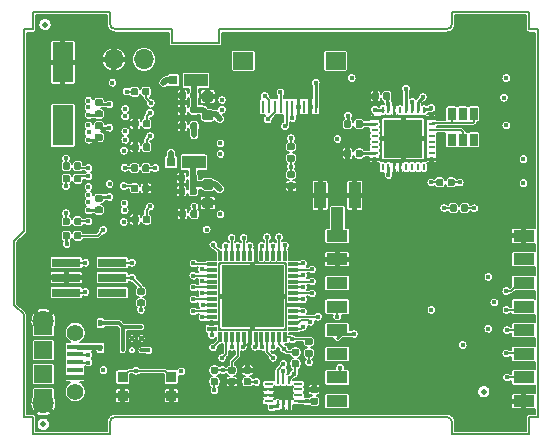
<source format=gbr>
%TF.GenerationSoftware,KiCad,Pcbnew,(5.1.4)-1*%
%TF.CreationDate,2019-12-19T18:18:08-07:00*%
%TF.ProjectId,mainboard,6d61696e-626f-4617-9264-2e6b69636164,rev?*%
%TF.SameCoordinates,Original*%
%TF.FileFunction,Copper,L1,Top*%
%TF.FilePolarity,Positive*%
%FSLAX46Y46*%
G04 Gerber Fmt 4.6, Leading zero omitted, Abs format (unit mm)*
G04 Created by KiCad (PCBNEW (5.1.4)-1) date 2019-12-19 18:18:08*
%MOMM*%
%LPD*%
G04 APERTURE LIST*
%ADD10C,0.150000*%
%ADD11R,0.800000X0.800000*%
%ADD12R,2.000000X1.100000*%
%ADD13C,0.100000*%
%ADD14C,0.875000*%
%ADD15R,1.800000X3.400000*%
%ADD16R,0.600000X0.240000*%
%ADD17R,0.240000X0.600000*%
%ADD18R,3.300000X3.300000*%
%ADD19C,0.590000*%
%ADD20R,0.650000X1.060000*%
%ADD21C,0.500000*%
%ADD22O,1.700000X1.700000*%
%ADD23R,2.400000X0.740000*%
%ADD24R,1.050000X1.050000*%
%ADD25R,1.050000X2.250000*%
%ADD26R,0.850000X0.300000*%
%ADD27R,0.300000X0.850000*%
%ADD28R,5.250000X5.250000*%
%ADD29R,1.800000X1.000000*%
%ADD30R,0.250000X0.675000*%
%ADD31R,0.675000X0.250000*%
%ADD32R,0.250000X1.100000*%
%ADD33R,1.700000X1.500000*%
%ADD34R,0.450000X0.600000*%
%ADD35R,1.350000X0.450000*%
%ADD36C,1.408000*%
%ADD37C,1.800000*%
%ADD38R,1.550000X1.500000*%
%ADD39C,0.299999*%
%ADD40R,0.900000X0.900000*%
%ADD41C,0.450000*%
%ADD42C,0.152400*%
%ADD43C,0.250000*%
%ADD44C,0.381000*%
%ADD45C,0.299720*%
%ADD46C,0.508000*%
%ADD47C,1.041400*%
%ADD48C,0.127000*%
G04 APERTURE END LIST*
D10*
X120902460Y-74415942D02*
X120102459Y-74415941D01*
X85102460Y-74415941D02*
G75*
G02X84602460Y-73915941I0J500000D01*
G01*
X113602459Y-73915941D02*
G75*
G02X113102459Y-74415941I-500000J0D01*
G01*
X113102459Y-107215941D02*
G75*
G02X113602459Y-107715941I0J-500000D01*
G01*
X84602460Y-107715941D02*
G75*
G02X85102460Y-107215941I500000J0D01*
G01*
X77340460Y-91475941D02*
X76502460Y-92313941D01*
X77340460Y-98555940D02*
X76502460Y-97790000D01*
X120102460Y-72915941D02*
X113602460Y-72915941D01*
X113602459Y-107715941D02*
X113602460Y-108715941D01*
X85102460Y-107215941D02*
X113102459Y-107215941D01*
X84602460Y-108715941D02*
X84602460Y-107715941D01*
X113602460Y-108715941D02*
X120102459Y-108715940D01*
X113102459Y-74415941D02*
X93872460Y-74415941D01*
X113602460Y-72915941D02*
X113602459Y-73915941D01*
X78102460Y-72915941D02*
X78102460Y-74415941D01*
X93872460Y-74415941D02*
X93872460Y-75565000D01*
X93872460Y-75565000D02*
X89872460Y-75565000D01*
X78102460Y-74415941D02*
X77340460Y-74415941D01*
X77340460Y-74415941D02*
X77340460Y-91475941D01*
X120102460Y-107215940D02*
X120902460Y-107215940D01*
X120102459Y-74415941D02*
X120102460Y-72915941D01*
X89872460Y-75565000D02*
X89872460Y-74415941D01*
X84602460Y-72915941D02*
X78102460Y-72915941D01*
X84602460Y-73915941D02*
X84602460Y-72915941D01*
X89872460Y-74415941D02*
X85102460Y-74415941D01*
X76502460Y-92313941D02*
X76502460Y-97790000D01*
X120902460Y-107215940D02*
X120902460Y-74415942D01*
X78102460Y-107215940D02*
X78102460Y-108715940D01*
X120102459Y-108715940D02*
X120102460Y-107215940D01*
X77340460Y-98555940D02*
X77340460Y-107215940D01*
X78102460Y-108715940D02*
X84602460Y-108715941D01*
X77340460Y-107215940D02*
X78102460Y-107215940D01*
D11*
X89999500Y-78740000D03*
D12*
X91899500Y-78740000D03*
X91709000Y-85661500D03*
D11*
X89809000Y-85661500D03*
D13*
G36*
X93178191Y-79675053D02*
G01*
X93199426Y-79678203D01*
X93220250Y-79683419D01*
X93240462Y-79690651D01*
X93259868Y-79699830D01*
X93278281Y-79710866D01*
X93295524Y-79723654D01*
X93311430Y-79738070D01*
X93325846Y-79753976D01*
X93338634Y-79771219D01*
X93349670Y-79789632D01*
X93358849Y-79809038D01*
X93366081Y-79829250D01*
X93371297Y-79850074D01*
X93374447Y-79871309D01*
X93375500Y-79892750D01*
X93375500Y-80330250D01*
X93374447Y-80351691D01*
X93371297Y-80372926D01*
X93366081Y-80393750D01*
X93358849Y-80413962D01*
X93349670Y-80433368D01*
X93338634Y-80451781D01*
X93325846Y-80469024D01*
X93311430Y-80484930D01*
X93295524Y-80499346D01*
X93278281Y-80512134D01*
X93259868Y-80523170D01*
X93240462Y-80532349D01*
X93220250Y-80539581D01*
X93199426Y-80544797D01*
X93178191Y-80547947D01*
X93156750Y-80549000D01*
X92644250Y-80549000D01*
X92622809Y-80547947D01*
X92601574Y-80544797D01*
X92580750Y-80539581D01*
X92560538Y-80532349D01*
X92541132Y-80523170D01*
X92522719Y-80512134D01*
X92505476Y-80499346D01*
X92489570Y-80484930D01*
X92475154Y-80469024D01*
X92462366Y-80451781D01*
X92451330Y-80433368D01*
X92442151Y-80413962D01*
X92434919Y-80393750D01*
X92429703Y-80372926D01*
X92426553Y-80351691D01*
X92425500Y-80330250D01*
X92425500Y-79892750D01*
X92426553Y-79871309D01*
X92429703Y-79850074D01*
X92434919Y-79829250D01*
X92442151Y-79809038D01*
X92451330Y-79789632D01*
X92462366Y-79771219D01*
X92475154Y-79753976D01*
X92489570Y-79738070D01*
X92505476Y-79723654D01*
X92522719Y-79710866D01*
X92541132Y-79699830D01*
X92560538Y-79690651D01*
X92580750Y-79683419D01*
X92601574Y-79678203D01*
X92622809Y-79675053D01*
X92644250Y-79674000D01*
X93156750Y-79674000D01*
X93178191Y-79675053D01*
X93178191Y-79675053D01*
G37*
D14*
X92900500Y-80111500D03*
D13*
G36*
X93178191Y-81250053D02*
G01*
X93199426Y-81253203D01*
X93220250Y-81258419D01*
X93240462Y-81265651D01*
X93259868Y-81274830D01*
X93278281Y-81285866D01*
X93295524Y-81298654D01*
X93311430Y-81313070D01*
X93325846Y-81328976D01*
X93338634Y-81346219D01*
X93349670Y-81364632D01*
X93358849Y-81384038D01*
X93366081Y-81404250D01*
X93371297Y-81425074D01*
X93374447Y-81446309D01*
X93375500Y-81467750D01*
X93375500Y-81905250D01*
X93374447Y-81926691D01*
X93371297Y-81947926D01*
X93366081Y-81968750D01*
X93358849Y-81988962D01*
X93349670Y-82008368D01*
X93338634Y-82026781D01*
X93325846Y-82044024D01*
X93311430Y-82059930D01*
X93295524Y-82074346D01*
X93278281Y-82087134D01*
X93259868Y-82098170D01*
X93240462Y-82107349D01*
X93220250Y-82114581D01*
X93199426Y-82119797D01*
X93178191Y-82122947D01*
X93156750Y-82124000D01*
X92644250Y-82124000D01*
X92622809Y-82122947D01*
X92601574Y-82119797D01*
X92580750Y-82114581D01*
X92560538Y-82107349D01*
X92541132Y-82098170D01*
X92522719Y-82087134D01*
X92505476Y-82074346D01*
X92489570Y-82059930D01*
X92475154Y-82044024D01*
X92462366Y-82026781D01*
X92451330Y-82008368D01*
X92442151Y-81988962D01*
X92434919Y-81968750D01*
X92429703Y-81947926D01*
X92426553Y-81926691D01*
X92425500Y-81905250D01*
X92425500Y-81467750D01*
X92426553Y-81446309D01*
X92429703Y-81425074D01*
X92434919Y-81404250D01*
X92442151Y-81384038D01*
X92451330Y-81364632D01*
X92462366Y-81346219D01*
X92475154Y-81328976D01*
X92489570Y-81313070D01*
X92505476Y-81298654D01*
X92522719Y-81285866D01*
X92541132Y-81274830D01*
X92560538Y-81265651D01*
X92580750Y-81258419D01*
X92601574Y-81253203D01*
X92622809Y-81250053D01*
X92644250Y-81249000D01*
X93156750Y-81249000D01*
X93178191Y-81250053D01*
X93178191Y-81250053D01*
G37*
D14*
X92900500Y-81686500D03*
D13*
G36*
X93178191Y-87104553D02*
G01*
X93199426Y-87107703D01*
X93220250Y-87112919D01*
X93240462Y-87120151D01*
X93259868Y-87129330D01*
X93278281Y-87140366D01*
X93295524Y-87153154D01*
X93311430Y-87167570D01*
X93325846Y-87183476D01*
X93338634Y-87200719D01*
X93349670Y-87219132D01*
X93358849Y-87238538D01*
X93366081Y-87258750D01*
X93371297Y-87279574D01*
X93374447Y-87300809D01*
X93375500Y-87322250D01*
X93375500Y-87759750D01*
X93374447Y-87781191D01*
X93371297Y-87802426D01*
X93366081Y-87823250D01*
X93358849Y-87843462D01*
X93349670Y-87862868D01*
X93338634Y-87881281D01*
X93325846Y-87898524D01*
X93311430Y-87914430D01*
X93295524Y-87928846D01*
X93278281Y-87941634D01*
X93259868Y-87952670D01*
X93240462Y-87961849D01*
X93220250Y-87969081D01*
X93199426Y-87974297D01*
X93178191Y-87977447D01*
X93156750Y-87978500D01*
X92644250Y-87978500D01*
X92622809Y-87977447D01*
X92601574Y-87974297D01*
X92580750Y-87969081D01*
X92560538Y-87961849D01*
X92541132Y-87952670D01*
X92522719Y-87941634D01*
X92505476Y-87928846D01*
X92489570Y-87914430D01*
X92475154Y-87898524D01*
X92462366Y-87881281D01*
X92451330Y-87862868D01*
X92442151Y-87843462D01*
X92434919Y-87823250D01*
X92429703Y-87802426D01*
X92426553Y-87781191D01*
X92425500Y-87759750D01*
X92425500Y-87322250D01*
X92426553Y-87300809D01*
X92429703Y-87279574D01*
X92434919Y-87258750D01*
X92442151Y-87238538D01*
X92451330Y-87219132D01*
X92462366Y-87200719D01*
X92475154Y-87183476D01*
X92489570Y-87167570D01*
X92505476Y-87153154D01*
X92522719Y-87140366D01*
X92541132Y-87129330D01*
X92560538Y-87120151D01*
X92580750Y-87112919D01*
X92601574Y-87107703D01*
X92622809Y-87104553D01*
X92644250Y-87103500D01*
X93156750Y-87103500D01*
X93178191Y-87104553D01*
X93178191Y-87104553D01*
G37*
D14*
X92900500Y-87541000D03*
D13*
G36*
X93178191Y-88679553D02*
G01*
X93199426Y-88682703D01*
X93220250Y-88687919D01*
X93240462Y-88695151D01*
X93259868Y-88704330D01*
X93278281Y-88715366D01*
X93295524Y-88728154D01*
X93311430Y-88742570D01*
X93325846Y-88758476D01*
X93338634Y-88775719D01*
X93349670Y-88794132D01*
X93358849Y-88813538D01*
X93366081Y-88833750D01*
X93371297Y-88854574D01*
X93374447Y-88875809D01*
X93375500Y-88897250D01*
X93375500Y-89334750D01*
X93374447Y-89356191D01*
X93371297Y-89377426D01*
X93366081Y-89398250D01*
X93358849Y-89418462D01*
X93349670Y-89437868D01*
X93338634Y-89456281D01*
X93325846Y-89473524D01*
X93311430Y-89489430D01*
X93295524Y-89503846D01*
X93278281Y-89516634D01*
X93259868Y-89527670D01*
X93240462Y-89536849D01*
X93220250Y-89544081D01*
X93199426Y-89549297D01*
X93178191Y-89552447D01*
X93156750Y-89553500D01*
X92644250Y-89553500D01*
X92622809Y-89552447D01*
X92601574Y-89549297D01*
X92580750Y-89544081D01*
X92560538Y-89536849D01*
X92541132Y-89527670D01*
X92522719Y-89516634D01*
X92505476Y-89503846D01*
X92489570Y-89489430D01*
X92475154Y-89473524D01*
X92462366Y-89456281D01*
X92451330Y-89437868D01*
X92442151Y-89418462D01*
X92434919Y-89398250D01*
X92429703Y-89377426D01*
X92426553Y-89356191D01*
X92425500Y-89334750D01*
X92425500Y-88897250D01*
X92426553Y-88875809D01*
X92429703Y-88854574D01*
X92434919Y-88833750D01*
X92442151Y-88813538D01*
X92451330Y-88794132D01*
X92462366Y-88775719D01*
X92475154Y-88758476D01*
X92489570Y-88742570D01*
X92505476Y-88728154D01*
X92522719Y-88715366D01*
X92541132Y-88704330D01*
X92560538Y-88695151D01*
X92580750Y-88687919D01*
X92601574Y-88682703D01*
X92622809Y-88679553D01*
X92644250Y-88678500D01*
X93156750Y-88678500D01*
X93178191Y-88679553D01*
X93178191Y-88679553D01*
G37*
D14*
X92900500Y-89116000D03*
D15*
X80645000Y-77200000D03*
X80645000Y-82550000D03*
D16*
X111850500Y-85413000D03*
X111850500Y-84913000D03*
X111850500Y-84413000D03*
X111850500Y-83913000D03*
X111850500Y-83412997D03*
X111850500Y-82913000D03*
X111850500Y-82413000D03*
X111850500Y-81912997D03*
D17*
X111200500Y-81263000D03*
X110700500Y-81263000D03*
X110200500Y-81263000D03*
X109700500Y-81263000D03*
X109200497Y-81263000D03*
X108700500Y-81263000D03*
X108200500Y-81263000D03*
X107700497Y-81263000D03*
D16*
X107050500Y-81913000D03*
X107050500Y-82413000D03*
X107050500Y-82913000D03*
X107050500Y-83413000D03*
X107050500Y-83913003D03*
X107050500Y-84413000D03*
X107050500Y-84913000D03*
X107050500Y-85413003D03*
D17*
X107700500Y-86063000D03*
X108200500Y-86063000D03*
X108700500Y-86063000D03*
X109200500Y-86063000D03*
X109700503Y-86063000D03*
X110200500Y-86063000D03*
X110700500Y-86063000D03*
X111200503Y-86063000D03*
D18*
X109450500Y-83663000D03*
D13*
G36*
X105880958Y-82103710D02*
G01*
X105895276Y-82105834D01*
X105909317Y-82109351D01*
X105922946Y-82114228D01*
X105936031Y-82120417D01*
X105948447Y-82127858D01*
X105960073Y-82136481D01*
X105970798Y-82146202D01*
X105980519Y-82156927D01*
X105989142Y-82168553D01*
X105996583Y-82180969D01*
X106002772Y-82194054D01*
X106007649Y-82207683D01*
X106011166Y-82221724D01*
X106013290Y-82236042D01*
X106014000Y-82250500D01*
X106014000Y-82595500D01*
X106013290Y-82609958D01*
X106011166Y-82624276D01*
X106007649Y-82638317D01*
X106002772Y-82651946D01*
X105996583Y-82665031D01*
X105989142Y-82677447D01*
X105980519Y-82689073D01*
X105970798Y-82699798D01*
X105960073Y-82709519D01*
X105948447Y-82718142D01*
X105936031Y-82725583D01*
X105922946Y-82731772D01*
X105909317Y-82736649D01*
X105895276Y-82740166D01*
X105880958Y-82742290D01*
X105866500Y-82743000D01*
X105571500Y-82743000D01*
X105557042Y-82742290D01*
X105542724Y-82740166D01*
X105528683Y-82736649D01*
X105515054Y-82731772D01*
X105501969Y-82725583D01*
X105489553Y-82718142D01*
X105477927Y-82709519D01*
X105467202Y-82699798D01*
X105457481Y-82689073D01*
X105448858Y-82677447D01*
X105441417Y-82665031D01*
X105435228Y-82651946D01*
X105430351Y-82638317D01*
X105426834Y-82624276D01*
X105424710Y-82609958D01*
X105424000Y-82595500D01*
X105424000Y-82250500D01*
X105424710Y-82236042D01*
X105426834Y-82221724D01*
X105430351Y-82207683D01*
X105435228Y-82194054D01*
X105441417Y-82180969D01*
X105448858Y-82168553D01*
X105457481Y-82156927D01*
X105467202Y-82146202D01*
X105477927Y-82136481D01*
X105489553Y-82127858D01*
X105501969Y-82120417D01*
X105515054Y-82114228D01*
X105528683Y-82109351D01*
X105542724Y-82105834D01*
X105557042Y-82103710D01*
X105571500Y-82103000D01*
X105866500Y-82103000D01*
X105880958Y-82103710D01*
X105880958Y-82103710D01*
G37*
D19*
X105719000Y-82423000D03*
D13*
G36*
X104910958Y-82103710D02*
G01*
X104925276Y-82105834D01*
X104939317Y-82109351D01*
X104952946Y-82114228D01*
X104966031Y-82120417D01*
X104978447Y-82127858D01*
X104990073Y-82136481D01*
X105000798Y-82146202D01*
X105010519Y-82156927D01*
X105019142Y-82168553D01*
X105026583Y-82180969D01*
X105032772Y-82194054D01*
X105037649Y-82207683D01*
X105041166Y-82221724D01*
X105043290Y-82236042D01*
X105044000Y-82250500D01*
X105044000Y-82595500D01*
X105043290Y-82609958D01*
X105041166Y-82624276D01*
X105037649Y-82638317D01*
X105032772Y-82651946D01*
X105026583Y-82665031D01*
X105019142Y-82677447D01*
X105010519Y-82689073D01*
X105000798Y-82699798D01*
X104990073Y-82709519D01*
X104978447Y-82718142D01*
X104966031Y-82725583D01*
X104952946Y-82731772D01*
X104939317Y-82736649D01*
X104925276Y-82740166D01*
X104910958Y-82742290D01*
X104896500Y-82743000D01*
X104601500Y-82743000D01*
X104587042Y-82742290D01*
X104572724Y-82740166D01*
X104558683Y-82736649D01*
X104545054Y-82731772D01*
X104531969Y-82725583D01*
X104519553Y-82718142D01*
X104507927Y-82709519D01*
X104497202Y-82699798D01*
X104487481Y-82689073D01*
X104478858Y-82677447D01*
X104471417Y-82665031D01*
X104465228Y-82651946D01*
X104460351Y-82638317D01*
X104456834Y-82624276D01*
X104454710Y-82609958D01*
X104454000Y-82595500D01*
X104454000Y-82250500D01*
X104454710Y-82236042D01*
X104456834Y-82221724D01*
X104460351Y-82207683D01*
X104465228Y-82194054D01*
X104471417Y-82180969D01*
X104478858Y-82168553D01*
X104487481Y-82156927D01*
X104497202Y-82146202D01*
X104507927Y-82136481D01*
X104519553Y-82127858D01*
X104531969Y-82120417D01*
X104545054Y-82114228D01*
X104558683Y-82109351D01*
X104572724Y-82105834D01*
X104587042Y-82103710D01*
X104601500Y-82103000D01*
X104896500Y-82103000D01*
X104910958Y-82103710D01*
X104910958Y-82103710D01*
G37*
D19*
X104749000Y-82423000D03*
D13*
G36*
X113676958Y-87056710D02*
G01*
X113691276Y-87058834D01*
X113705317Y-87062351D01*
X113718946Y-87067228D01*
X113732031Y-87073417D01*
X113744447Y-87080858D01*
X113756073Y-87089481D01*
X113766798Y-87099202D01*
X113776519Y-87109927D01*
X113785142Y-87121553D01*
X113792583Y-87133969D01*
X113798772Y-87147054D01*
X113803649Y-87160683D01*
X113807166Y-87174724D01*
X113809290Y-87189042D01*
X113810000Y-87203500D01*
X113810000Y-87548500D01*
X113809290Y-87562958D01*
X113807166Y-87577276D01*
X113803649Y-87591317D01*
X113798772Y-87604946D01*
X113792583Y-87618031D01*
X113785142Y-87630447D01*
X113776519Y-87642073D01*
X113766798Y-87652798D01*
X113756073Y-87662519D01*
X113744447Y-87671142D01*
X113732031Y-87678583D01*
X113718946Y-87684772D01*
X113705317Y-87689649D01*
X113691276Y-87693166D01*
X113676958Y-87695290D01*
X113662500Y-87696000D01*
X113367500Y-87696000D01*
X113353042Y-87695290D01*
X113338724Y-87693166D01*
X113324683Y-87689649D01*
X113311054Y-87684772D01*
X113297969Y-87678583D01*
X113285553Y-87671142D01*
X113273927Y-87662519D01*
X113263202Y-87652798D01*
X113253481Y-87642073D01*
X113244858Y-87630447D01*
X113237417Y-87618031D01*
X113231228Y-87604946D01*
X113226351Y-87591317D01*
X113222834Y-87577276D01*
X113220710Y-87562958D01*
X113220000Y-87548500D01*
X113220000Y-87203500D01*
X113220710Y-87189042D01*
X113222834Y-87174724D01*
X113226351Y-87160683D01*
X113231228Y-87147054D01*
X113237417Y-87133969D01*
X113244858Y-87121553D01*
X113253481Y-87109927D01*
X113263202Y-87099202D01*
X113273927Y-87089481D01*
X113285553Y-87080858D01*
X113297969Y-87073417D01*
X113311054Y-87067228D01*
X113324683Y-87062351D01*
X113338724Y-87058834D01*
X113353042Y-87056710D01*
X113367500Y-87056000D01*
X113662500Y-87056000D01*
X113676958Y-87056710D01*
X113676958Y-87056710D01*
G37*
D19*
X113515000Y-87376000D03*
D13*
G36*
X112706958Y-87056710D02*
G01*
X112721276Y-87058834D01*
X112735317Y-87062351D01*
X112748946Y-87067228D01*
X112762031Y-87073417D01*
X112774447Y-87080858D01*
X112786073Y-87089481D01*
X112796798Y-87099202D01*
X112806519Y-87109927D01*
X112815142Y-87121553D01*
X112822583Y-87133969D01*
X112828772Y-87147054D01*
X112833649Y-87160683D01*
X112837166Y-87174724D01*
X112839290Y-87189042D01*
X112840000Y-87203500D01*
X112840000Y-87548500D01*
X112839290Y-87562958D01*
X112837166Y-87577276D01*
X112833649Y-87591317D01*
X112828772Y-87604946D01*
X112822583Y-87618031D01*
X112815142Y-87630447D01*
X112806519Y-87642073D01*
X112796798Y-87652798D01*
X112786073Y-87662519D01*
X112774447Y-87671142D01*
X112762031Y-87678583D01*
X112748946Y-87684772D01*
X112735317Y-87689649D01*
X112721276Y-87693166D01*
X112706958Y-87695290D01*
X112692500Y-87696000D01*
X112397500Y-87696000D01*
X112383042Y-87695290D01*
X112368724Y-87693166D01*
X112354683Y-87689649D01*
X112341054Y-87684772D01*
X112327969Y-87678583D01*
X112315553Y-87671142D01*
X112303927Y-87662519D01*
X112293202Y-87652798D01*
X112283481Y-87642073D01*
X112274858Y-87630447D01*
X112267417Y-87618031D01*
X112261228Y-87604946D01*
X112256351Y-87591317D01*
X112252834Y-87577276D01*
X112250710Y-87562958D01*
X112250000Y-87548500D01*
X112250000Y-87203500D01*
X112250710Y-87189042D01*
X112252834Y-87174724D01*
X112256351Y-87160683D01*
X112261228Y-87147054D01*
X112267417Y-87133969D01*
X112274858Y-87121553D01*
X112283481Y-87109927D01*
X112293202Y-87099202D01*
X112303927Y-87089481D01*
X112315553Y-87080858D01*
X112327969Y-87073417D01*
X112341054Y-87067228D01*
X112354683Y-87062351D01*
X112368724Y-87058834D01*
X112383042Y-87056710D01*
X112397500Y-87056000D01*
X112692500Y-87056000D01*
X112706958Y-87056710D01*
X112706958Y-87056710D01*
G37*
D19*
X112545000Y-87376000D03*
D20*
X114490500Y-81577000D03*
X113540500Y-81577000D03*
X115440500Y-81577000D03*
X115440500Y-83777000D03*
X114490500Y-83777000D03*
X113540500Y-83777000D03*
D13*
G36*
X107245958Y-79754210D02*
G01*
X107260276Y-79756334D01*
X107274317Y-79759851D01*
X107287946Y-79764728D01*
X107301031Y-79770917D01*
X107313447Y-79778358D01*
X107325073Y-79786981D01*
X107335798Y-79796702D01*
X107345519Y-79807427D01*
X107354142Y-79819053D01*
X107361583Y-79831469D01*
X107367772Y-79844554D01*
X107372649Y-79858183D01*
X107376166Y-79872224D01*
X107378290Y-79886542D01*
X107379000Y-79901000D01*
X107379000Y-80246000D01*
X107378290Y-80260458D01*
X107376166Y-80274776D01*
X107372649Y-80288817D01*
X107367772Y-80302446D01*
X107361583Y-80315531D01*
X107354142Y-80327947D01*
X107345519Y-80339573D01*
X107335798Y-80350298D01*
X107325073Y-80360019D01*
X107313447Y-80368642D01*
X107301031Y-80376083D01*
X107287946Y-80382272D01*
X107274317Y-80387149D01*
X107260276Y-80390666D01*
X107245958Y-80392790D01*
X107231500Y-80393500D01*
X106936500Y-80393500D01*
X106922042Y-80392790D01*
X106907724Y-80390666D01*
X106893683Y-80387149D01*
X106880054Y-80382272D01*
X106866969Y-80376083D01*
X106854553Y-80368642D01*
X106842927Y-80360019D01*
X106832202Y-80350298D01*
X106822481Y-80339573D01*
X106813858Y-80327947D01*
X106806417Y-80315531D01*
X106800228Y-80302446D01*
X106795351Y-80288817D01*
X106791834Y-80274776D01*
X106789710Y-80260458D01*
X106789000Y-80246000D01*
X106789000Y-79901000D01*
X106789710Y-79886542D01*
X106791834Y-79872224D01*
X106795351Y-79858183D01*
X106800228Y-79844554D01*
X106806417Y-79831469D01*
X106813858Y-79819053D01*
X106822481Y-79807427D01*
X106832202Y-79796702D01*
X106842927Y-79786981D01*
X106854553Y-79778358D01*
X106866969Y-79770917D01*
X106880054Y-79764728D01*
X106893683Y-79759851D01*
X106907724Y-79756334D01*
X106922042Y-79754210D01*
X106936500Y-79753500D01*
X107231500Y-79753500D01*
X107245958Y-79754210D01*
X107245958Y-79754210D01*
G37*
D19*
X107084000Y-80073500D03*
D13*
G36*
X108215958Y-79754210D02*
G01*
X108230276Y-79756334D01*
X108244317Y-79759851D01*
X108257946Y-79764728D01*
X108271031Y-79770917D01*
X108283447Y-79778358D01*
X108295073Y-79786981D01*
X108305798Y-79796702D01*
X108315519Y-79807427D01*
X108324142Y-79819053D01*
X108331583Y-79831469D01*
X108337772Y-79844554D01*
X108342649Y-79858183D01*
X108346166Y-79872224D01*
X108348290Y-79886542D01*
X108349000Y-79901000D01*
X108349000Y-80246000D01*
X108348290Y-80260458D01*
X108346166Y-80274776D01*
X108342649Y-80288817D01*
X108337772Y-80302446D01*
X108331583Y-80315531D01*
X108324142Y-80327947D01*
X108315519Y-80339573D01*
X108305798Y-80350298D01*
X108295073Y-80360019D01*
X108283447Y-80368642D01*
X108271031Y-80376083D01*
X108257946Y-80382272D01*
X108244317Y-80387149D01*
X108230276Y-80390666D01*
X108215958Y-80392790D01*
X108201500Y-80393500D01*
X107906500Y-80393500D01*
X107892042Y-80392790D01*
X107877724Y-80390666D01*
X107863683Y-80387149D01*
X107850054Y-80382272D01*
X107836969Y-80376083D01*
X107824553Y-80368642D01*
X107812927Y-80360019D01*
X107802202Y-80350298D01*
X107792481Y-80339573D01*
X107783858Y-80327947D01*
X107776417Y-80315531D01*
X107770228Y-80302446D01*
X107765351Y-80288817D01*
X107761834Y-80274776D01*
X107759710Y-80260458D01*
X107759000Y-80246000D01*
X107759000Y-79901000D01*
X107759710Y-79886542D01*
X107761834Y-79872224D01*
X107765351Y-79858183D01*
X107770228Y-79844554D01*
X107776417Y-79831469D01*
X107783858Y-79819053D01*
X107792481Y-79807427D01*
X107802202Y-79796702D01*
X107812927Y-79786981D01*
X107824553Y-79778358D01*
X107836969Y-79770917D01*
X107850054Y-79764728D01*
X107863683Y-79759851D01*
X107877724Y-79756334D01*
X107892042Y-79754210D01*
X107906500Y-79753500D01*
X108201500Y-79753500D01*
X108215958Y-79754210D01*
X108215958Y-79754210D01*
G37*
D19*
X108054000Y-80073500D03*
D13*
G36*
X104910958Y-84603710D02*
G01*
X104925276Y-84605834D01*
X104939317Y-84609351D01*
X104952946Y-84614228D01*
X104966031Y-84620417D01*
X104978447Y-84627858D01*
X104990073Y-84636481D01*
X105000798Y-84646202D01*
X105010519Y-84656927D01*
X105019142Y-84668553D01*
X105026583Y-84680969D01*
X105032772Y-84694054D01*
X105037649Y-84707683D01*
X105041166Y-84721724D01*
X105043290Y-84736042D01*
X105044000Y-84750500D01*
X105044000Y-85095500D01*
X105043290Y-85109958D01*
X105041166Y-85124276D01*
X105037649Y-85138317D01*
X105032772Y-85151946D01*
X105026583Y-85165031D01*
X105019142Y-85177447D01*
X105010519Y-85189073D01*
X105000798Y-85199798D01*
X104990073Y-85209519D01*
X104978447Y-85218142D01*
X104966031Y-85225583D01*
X104952946Y-85231772D01*
X104939317Y-85236649D01*
X104925276Y-85240166D01*
X104910958Y-85242290D01*
X104896500Y-85243000D01*
X104601500Y-85243000D01*
X104587042Y-85242290D01*
X104572724Y-85240166D01*
X104558683Y-85236649D01*
X104545054Y-85231772D01*
X104531969Y-85225583D01*
X104519553Y-85218142D01*
X104507927Y-85209519D01*
X104497202Y-85199798D01*
X104487481Y-85189073D01*
X104478858Y-85177447D01*
X104471417Y-85165031D01*
X104465228Y-85151946D01*
X104460351Y-85138317D01*
X104456834Y-85124276D01*
X104454710Y-85109958D01*
X104454000Y-85095500D01*
X104454000Y-84750500D01*
X104454710Y-84736042D01*
X104456834Y-84721724D01*
X104460351Y-84707683D01*
X104465228Y-84694054D01*
X104471417Y-84680969D01*
X104478858Y-84668553D01*
X104487481Y-84656927D01*
X104497202Y-84646202D01*
X104507927Y-84636481D01*
X104519553Y-84627858D01*
X104531969Y-84620417D01*
X104545054Y-84614228D01*
X104558683Y-84609351D01*
X104572724Y-84605834D01*
X104587042Y-84603710D01*
X104601500Y-84603000D01*
X104896500Y-84603000D01*
X104910958Y-84603710D01*
X104910958Y-84603710D01*
G37*
D19*
X104749000Y-84923000D03*
D13*
G36*
X105880958Y-84603710D02*
G01*
X105895276Y-84605834D01*
X105909317Y-84609351D01*
X105922946Y-84614228D01*
X105936031Y-84620417D01*
X105948447Y-84627858D01*
X105960073Y-84636481D01*
X105970798Y-84646202D01*
X105980519Y-84656927D01*
X105989142Y-84668553D01*
X105996583Y-84680969D01*
X106002772Y-84694054D01*
X106007649Y-84707683D01*
X106011166Y-84721724D01*
X106013290Y-84736042D01*
X106014000Y-84750500D01*
X106014000Y-85095500D01*
X106013290Y-85109958D01*
X106011166Y-85124276D01*
X106007649Y-85138317D01*
X106002772Y-85151946D01*
X105996583Y-85165031D01*
X105989142Y-85177447D01*
X105980519Y-85189073D01*
X105970798Y-85199798D01*
X105960073Y-85209519D01*
X105948447Y-85218142D01*
X105936031Y-85225583D01*
X105922946Y-85231772D01*
X105909317Y-85236649D01*
X105895276Y-85240166D01*
X105880958Y-85242290D01*
X105866500Y-85243000D01*
X105571500Y-85243000D01*
X105557042Y-85242290D01*
X105542724Y-85240166D01*
X105528683Y-85236649D01*
X105515054Y-85231772D01*
X105501969Y-85225583D01*
X105489553Y-85218142D01*
X105477927Y-85209519D01*
X105467202Y-85199798D01*
X105457481Y-85189073D01*
X105448858Y-85177447D01*
X105441417Y-85165031D01*
X105435228Y-85151946D01*
X105430351Y-85138317D01*
X105426834Y-85124276D01*
X105424710Y-85109958D01*
X105424000Y-85095500D01*
X105424000Y-84750500D01*
X105424710Y-84736042D01*
X105426834Y-84721724D01*
X105430351Y-84707683D01*
X105435228Y-84694054D01*
X105441417Y-84680969D01*
X105448858Y-84668553D01*
X105457481Y-84656927D01*
X105467202Y-84646202D01*
X105477927Y-84636481D01*
X105489553Y-84627858D01*
X105501969Y-84620417D01*
X105515054Y-84614228D01*
X105528683Y-84609351D01*
X105542724Y-84605834D01*
X105557042Y-84603710D01*
X105571500Y-84603000D01*
X105866500Y-84603000D01*
X105880958Y-84603710D01*
X105880958Y-84603710D01*
G37*
D19*
X105719000Y-84923000D03*
D13*
G36*
X86862458Y-87564710D02*
G01*
X86876776Y-87566834D01*
X86890817Y-87570351D01*
X86904446Y-87575228D01*
X86917531Y-87581417D01*
X86929947Y-87588858D01*
X86941573Y-87597481D01*
X86952298Y-87607202D01*
X86962019Y-87617927D01*
X86970642Y-87629553D01*
X86978083Y-87641969D01*
X86984272Y-87655054D01*
X86989149Y-87668683D01*
X86992666Y-87682724D01*
X86994790Y-87697042D01*
X86995500Y-87711500D01*
X86995500Y-88056500D01*
X86994790Y-88070958D01*
X86992666Y-88085276D01*
X86989149Y-88099317D01*
X86984272Y-88112946D01*
X86978083Y-88126031D01*
X86970642Y-88138447D01*
X86962019Y-88150073D01*
X86952298Y-88160798D01*
X86941573Y-88170519D01*
X86929947Y-88179142D01*
X86917531Y-88186583D01*
X86904446Y-88192772D01*
X86890817Y-88197649D01*
X86876776Y-88201166D01*
X86862458Y-88203290D01*
X86848000Y-88204000D01*
X86553000Y-88204000D01*
X86538542Y-88203290D01*
X86524224Y-88201166D01*
X86510183Y-88197649D01*
X86496554Y-88192772D01*
X86483469Y-88186583D01*
X86471053Y-88179142D01*
X86459427Y-88170519D01*
X86448702Y-88160798D01*
X86438981Y-88150073D01*
X86430358Y-88138447D01*
X86422917Y-88126031D01*
X86416728Y-88112946D01*
X86411851Y-88099317D01*
X86408334Y-88085276D01*
X86406210Y-88070958D01*
X86405500Y-88056500D01*
X86405500Y-87711500D01*
X86406210Y-87697042D01*
X86408334Y-87682724D01*
X86411851Y-87668683D01*
X86416728Y-87655054D01*
X86422917Y-87641969D01*
X86430358Y-87629553D01*
X86438981Y-87617927D01*
X86448702Y-87607202D01*
X86459427Y-87597481D01*
X86471053Y-87588858D01*
X86483469Y-87581417D01*
X86496554Y-87575228D01*
X86510183Y-87570351D01*
X86524224Y-87566834D01*
X86538542Y-87564710D01*
X86553000Y-87564000D01*
X86848000Y-87564000D01*
X86862458Y-87564710D01*
X86862458Y-87564710D01*
G37*
D19*
X86700500Y-87884000D03*
D13*
G36*
X87832458Y-87564710D02*
G01*
X87846776Y-87566834D01*
X87860817Y-87570351D01*
X87874446Y-87575228D01*
X87887531Y-87581417D01*
X87899947Y-87588858D01*
X87911573Y-87597481D01*
X87922298Y-87607202D01*
X87932019Y-87617927D01*
X87940642Y-87629553D01*
X87948083Y-87641969D01*
X87954272Y-87655054D01*
X87959149Y-87668683D01*
X87962666Y-87682724D01*
X87964790Y-87697042D01*
X87965500Y-87711500D01*
X87965500Y-88056500D01*
X87964790Y-88070958D01*
X87962666Y-88085276D01*
X87959149Y-88099317D01*
X87954272Y-88112946D01*
X87948083Y-88126031D01*
X87940642Y-88138447D01*
X87932019Y-88150073D01*
X87922298Y-88160798D01*
X87911573Y-88170519D01*
X87899947Y-88179142D01*
X87887531Y-88186583D01*
X87874446Y-88192772D01*
X87860817Y-88197649D01*
X87846776Y-88201166D01*
X87832458Y-88203290D01*
X87818000Y-88204000D01*
X87523000Y-88204000D01*
X87508542Y-88203290D01*
X87494224Y-88201166D01*
X87480183Y-88197649D01*
X87466554Y-88192772D01*
X87453469Y-88186583D01*
X87441053Y-88179142D01*
X87429427Y-88170519D01*
X87418702Y-88160798D01*
X87408981Y-88150073D01*
X87400358Y-88138447D01*
X87392917Y-88126031D01*
X87386728Y-88112946D01*
X87381851Y-88099317D01*
X87378334Y-88085276D01*
X87376210Y-88070958D01*
X87375500Y-88056500D01*
X87375500Y-87711500D01*
X87376210Y-87697042D01*
X87378334Y-87682724D01*
X87381851Y-87668683D01*
X87386728Y-87655054D01*
X87392917Y-87641969D01*
X87400358Y-87629553D01*
X87408981Y-87617927D01*
X87418702Y-87607202D01*
X87429427Y-87597481D01*
X87441053Y-87588858D01*
X87453469Y-87581417D01*
X87466554Y-87575228D01*
X87480183Y-87570351D01*
X87494224Y-87566834D01*
X87508542Y-87564710D01*
X87523000Y-87564000D01*
X87818000Y-87564000D01*
X87832458Y-87564710D01*
X87832458Y-87564710D01*
G37*
D19*
X87670500Y-87884000D03*
D13*
G36*
X87886958Y-90190710D02*
G01*
X87901276Y-90192834D01*
X87915317Y-90196351D01*
X87928946Y-90201228D01*
X87942031Y-90207417D01*
X87954447Y-90214858D01*
X87966073Y-90223481D01*
X87976798Y-90233202D01*
X87986519Y-90243927D01*
X87995142Y-90255553D01*
X88002583Y-90267969D01*
X88008772Y-90281054D01*
X88013649Y-90294683D01*
X88017166Y-90308724D01*
X88019290Y-90323042D01*
X88020000Y-90337500D01*
X88020000Y-90682500D01*
X88019290Y-90696958D01*
X88017166Y-90711276D01*
X88013649Y-90725317D01*
X88008772Y-90738946D01*
X88002583Y-90752031D01*
X87995142Y-90764447D01*
X87986519Y-90776073D01*
X87976798Y-90786798D01*
X87966073Y-90796519D01*
X87954447Y-90805142D01*
X87942031Y-90812583D01*
X87928946Y-90818772D01*
X87915317Y-90823649D01*
X87901276Y-90827166D01*
X87886958Y-90829290D01*
X87872500Y-90830000D01*
X87577500Y-90830000D01*
X87563042Y-90829290D01*
X87548724Y-90827166D01*
X87534683Y-90823649D01*
X87521054Y-90818772D01*
X87507969Y-90812583D01*
X87495553Y-90805142D01*
X87483927Y-90796519D01*
X87473202Y-90786798D01*
X87463481Y-90776073D01*
X87454858Y-90764447D01*
X87447417Y-90752031D01*
X87441228Y-90738946D01*
X87436351Y-90725317D01*
X87432834Y-90711276D01*
X87430710Y-90696958D01*
X87430000Y-90682500D01*
X87430000Y-90337500D01*
X87430710Y-90323042D01*
X87432834Y-90308724D01*
X87436351Y-90294683D01*
X87441228Y-90281054D01*
X87447417Y-90267969D01*
X87454858Y-90255553D01*
X87463481Y-90243927D01*
X87473202Y-90233202D01*
X87483927Y-90223481D01*
X87495553Y-90214858D01*
X87507969Y-90207417D01*
X87521054Y-90201228D01*
X87534683Y-90196351D01*
X87548724Y-90192834D01*
X87563042Y-90190710D01*
X87577500Y-90190000D01*
X87872500Y-90190000D01*
X87886958Y-90190710D01*
X87886958Y-90190710D01*
G37*
D19*
X87725000Y-90510000D03*
D13*
G36*
X86916958Y-90190710D02*
G01*
X86931276Y-90192834D01*
X86945317Y-90196351D01*
X86958946Y-90201228D01*
X86972031Y-90207417D01*
X86984447Y-90214858D01*
X86996073Y-90223481D01*
X87006798Y-90233202D01*
X87016519Y-90243927D01*
X87025142Y-90255553D01*
X87032583Y-90267969D01*
X87038772Y-90281054D01*
X87043649Y-90294683D01*
X87047166Y-90308724D01*
X87049290Y-90323042D01*
X87050000Y-90337500D01*
X87050000Y-90682500D01*
X87049290Y-90696958D01*
X87047166Y-90711276D01*
X87043649Y-90725317D01*
X87038772Y-90738946D01*
X87032583Y-90752031D01*
X87025142Y-90764447D01*
X87016519Y-90776073D01*
X87006798Y-90786798D01*
X86996073Y-90796519D01*
X86984447Y-90805142D01*
X86972031Y-90812583D01*
X86958946Y-90818772D01*
X86945317Y-90823649D01*
X86931276Y-90827166D01*
X86916958Y-90829290D01*
X86902500Y-90830000D01*
X86607500Y-90830000D01*
X86593042Y-90829290D01*
X86578724Y-90827166D01*
X86564683Y-90823649D01*
X86551054Y-90818772D01*
X86537969Y-90812583D01*
X86525553Y-90805142D01*
X86513927Y-90796519D01*
X86503202Y-90786798D01*
X86493481Y-90776073D01*
X86484858Y-90764447D01*
X86477417Y-90752031D01*
X86471228Y-90738946D01*
X86466351Y-90725317D01*
X86462834Y-90711276D01*
X86460710Y-90696958D01*
X86460000Y-90682500D01*
X86460000Y-90337500D01*
X86460710Y-90323042D01*
X86462834Y-90308724D01*
X86466351Y-90294683D01*
X86471228Y-90281054D01*
X86477417Y-90267969D01*
X86484858Y-90255553D01*
X86493481Y-90243927D01*
X86503202Y-90233202D01*
X86513927Y-90223481D01*
X86525553Y-90214858D01*
X86537969Y-90207417D01*
X86551054Y-90201228D01*
X86564683Y-90196351D01*
X86578724Y-90192834D01*
X86593042Y-90190710D01*
X86607500Y-90190000D01*
X86902500Y-90190000D01*
X86916958Y-90190710D01*
X86916958Y-90190710D01*
G37*
D19*
X86755000Y-90510000D03*
D13*
G36*
X87886958Y-82080710D02*
G01*
X87901276Y-82082834D01*
X87915317Y-82086351D01*
X87928946Y-82091228D01*
X87942031Y-82097417D01*
X87954447Y-82104858D01*
X87966073Y-82113481D01*
X87976798Y-82123202D01*
X87986519Y-82133927D01*
X87995142Y-82145553D01*
X88002583Y-82157969D01*
X88008772Y-82171054D01*
X88013649Y-82184683D01*
X88017166Y-82198724D01*
X88019290Y-82213042D01*
X88020000Y-82227500D01*
X88020000Y-82572500D01*
X88019290Y-82586958D01*
X88017166Y-82601276D01*
X88013649Y-82615317D01*
X88008772Y-82628946D01*
X88002583Y-82642031D01*
X87995142Y-82654447D01*
X87986519Y-82666073D01*
X87976798Y-82676798D01*
X87966073Y-82686519D01*
X87954447Y-82695142D01*
X87942031Y-82702583D01*
X87928946Y-82708772D01*
X87915317Y-82713649D01*
X87901276Y-82717166D01*
X87886958Y-82719290D01*
X87872500Y-82720000D01*
X87577500Y-82720000D01*
X87563042Y-82719290D01*
X87548724Y-82717166D01*
X87534683Y-82713649D01*
X87521054Y-82708772D01*
X87507969Y-82702583D01*
X87495553Y-82695142D01*
X87483927Y-82686519D01*
X87473202Y-82676798D01*
X87463481Y-82666073D01*
X87454858Y-82654447D01*
X87447417Y-82642031D01*
X87441228Y-82628946D01*
X87436351Y-82615317D01*
X87432834Y-82601276D01*
X87430710Y-82586958D01*
X87430000Y-82572500D01*
X87430000Y-82227500D01*
X87430710Y-82213042D01*
X87432834Y-82198724D01*
X87436351Y-82184683D01*
X87441228Y-82171054D01*
X87447417Y-82157969D01*
X87454858Y-82145553D01*
X87463481Y-82133927D01*
X87473202Y-82123202D01*
X87483927Y-82113481D01*
X87495553Y-82104858D01*
X87507969Y-82097417D01*
X87521054Y-82091228D01*
X87534683Y-82086351D01*
X87548724Y-82082834D01*
X87563042Y-82080710D01*
X87577500Y-82080000D01*
X87872500Y-82080000D01*
X87886958Y-82080710D01*
X87886958Y-82080710D01*
G37*
D19*
X87725000Y-82400000D03*
D13*
G36*
X86916958Y-82080710D02*
G01*
X86931276Y-82082834D01*
X86945317Y-82086351D01*
X86958946Y-82091228D01*
X86972031Y-82097417D01*
X86984447Y-82104858D01*
X86996073Y-82113481D01*
X87006798Y-82123202D01*
X87016519Y-82133927D01*
X87025142Y-82145553D01*
X87032583Y-82157969D01*
X87038772Y-82171054D01*
X87043649Y-82184683D01*
X87047166Y-82198724D01*
X87049290Y-82213042D01*
X87050000Y-82227500D01*
X87050000Y-82572500D01*
X87049290Y-82586958D01*
X87047166Y-82601276D01*
X87043649Y-82615317D01*
X87038772Y-82628946D01*
X87032583Y-82642031D01*
X87025142Y-82654447D01*
X87016519Y-82666073D01*
X87006798Y-82676798D01*
X86996073Y-82686519D01*
X86984447Y-82695142D01*
X86972031Y-82702583D01*
X86958946Y-82708772D01*
X86945317Y-82713649D01*
X86931276Y-82717166D01*
X86916958Y-82719290D01*
X86902500Y-82720000D01*
X86607500Y-82720000D01*
X86593042Y-82719290D01*
X86578724Y-82717166D01*
X86564683Y-82713649D01*
X86551054Y-82708772D01*
X86537969Y-82702583D01*
X86525553Y-82695142D01*
X86513927Y-82686519D01*
X86503202Y-82676798D01*
X86493481Y-82666073D01*
X86484858Y-82654447D01*
X86477417Y-82642031D01*
X86471228Y-82628946D01*
X86466351Y-82615317D01*
X86462834Y-82601276D01*
X86460710Y-82586958D01*
X86460000Y-82572500D01*
X86460000Y-82227500D01*
X86460710Y-82213042D01*
X86462834Y-82198724D01*
X86466351Y-82184683D01*
X86471228Y-82171054D01*
X86477417Y-82157969D01*
X86484858Y-82145553D01*
X86493481Y-82133927D01*
X86503202Y-82123202D01*
X86513927Y-82113481D01*
X86525553Y-82104858D01*
X86537969Y-82097417D01*
X86551054Y-82091228D01*
X86564683Y-82086351D01*
X86578724Y-82082834D01*
X86593042Y-82080710D01*
X86607500Y-82080000D01*
X86902500Y-82080000D01*
X86916958Y-82080710D01*
X86916958Y-82080710D01*
G37*
D19*
X86755000Y-82400000D03*
D13*
G36*
X87886958Y-84070710D02*
G01*
X87901276Y-84072834D01*
X87915317Y-84076351D01*
X87928946Y-84081228D01*
X87942031Y-84087417D01*
X87954447Y-84094858D01*
X87966073Y-84103481D01*
X87976798Y-84113202D01*
X87986519Y-84123927D01*
X87995142Y-84135553D01*
X88002583Y-84147969D01*
X88008772Y-84161054D01*
X88013649Y-84174683D01*
X88017166Y-84188724D01*
X88019290Y-84203042D01*
X88020000Y-84217500D01*
X88020000Y-84562500D01*
X88019290Y-84576958D01*
X88017166Y-84591276D01*
X88013649Y-84605317D01*
X88008772Y-84618946D01*
X88002583Y-84632031D01*
X87995142Y-84644447D01*
X87986519Y-84656073D01*
X87976798Y-84666798D01*
X87966073Y-84676519D01*
X87954447Y-84685142D01*
X87942031Y-84692583D01*
X87928946Y-84698772D01*
X87915317Y-84703649D01*
X87901276Y-84707166D01*
X87886958Y-84709290D01*
X87872500Y-84710000D01*
X87577500Y-84710000D01*
X87563042Y-84709290D01*
X87548724Y-84707166D01*
X87534683Y-84703649D01*
X87521054Y-84698772D01*
X87507969Y-84692583D01*
X87495553Y-84685142D01*
X87483927Y-84676519D01*
X87473202Y-84666798D01*
X87463481Y-84656073D01*
X87454858Y-84644447D01*
X87447417Y-84632031D01*
X87441228Y-84618946D01*
X87436351Y-84605317D01*
X87432834Y-84591276D01*
X87430710Y-84576958D01*
X87430000Y-84562500D01*
X87430000Y-84217500D01*
X87430710Y-84203042D01*
X87432834Y-84188724D01*
X87436351Y-84174683D01*
X87441228Y-84161054D01*
X87447417Y-84147969D01*
X87454858Y-84135553D01*
X87463481Y-84123927D01*
X87473202Y-84113202D01*
X87483927Y-84103481D01*
X87495553Y-84094858D01*
X87507969Y-84087417D01*
X87521054Y-84081228D01*
X87534683Y-84076351D01*
X87548724Y-84072834D01*
X87563042Y-84070710D01*
X87577500Y-84070000D01*
X87872500Y-84070000D01*
X87886958Y-84070710D01*
X87886958Y-84070710D01*
G37*
D19*
X87725000Y-84390000D03*
D13*
G36*
X86916958Y-84070710D02*
G01*
X86931276Y-84072834D01*
X86945317Y-84076351D01*
X86958946Y-84081228D01*
X86972031Y-84087417D01*
X86984447Y-84094858D01*
X86996073Y-84103481D01*
X87006798Y-84113202D01*
X87016519Y-84123927D01*
X87025142Y-84135553D01*
X87032583Y-84147969D01*
X87038772Y-84161054D01*
X87043649Y-84174683D01*
X87047166Y-84188724D01*
X87049290Y-84203042D01*
X87050000Y-84217500D01*
X87050000Y-84562500D01*
X87049290Y-84576958D01*
X87047166Y-84591276D01*
X87043649Y-84605317D01*
X87038772Y-84618946D01*
X87032583Y-84632031D01*
X87025142Y-84644447D01*
X87016519Y-84656073D01*
X87006798Y-84666798D01*
X86996073Y-84676519D01*
X86984447Y-84685142D01*
X86972031Y-84692583D01*
X86958946Y-84698772D01*
X86945317Y-84703649D01*
X86931276Y-84707166D01*
X86916958Y-84709290D01*
X86902500Y-84710000D01*
X86607500Y-84710000D01*
X86593042Y-84709290D01*
X86578724Y-84707166D01*
X86564683Y-84703649D01*
X86551054Y-84698772D01*
X86537969Y-84692583D01*
X86525553Y-84685142D01*
X86513927Y-84676519D01*
X86503202Y-84666798D01*
X86493481Y-84656073D01*
X86484858Y-84644447D01*
X86477417Y-84632031D01*
X86471228Y-84618946D01*
X86466351Y-84605317D01*
X86462834Y-84591276D01*
X86460710Y-84576958D01*
X86460000Y-84562500D01*
X86460000Y-84217500D01*
X86460710Y-84203042D01*
X86462834Y-84188724D01*
X86466351Y-84174683D01*
X86471228Y-84161054D01*
X86477417Y-84147969D01*
X86484858Y-84135553D01*
X86493481Y-84123927D01*
X86503202Y-84113202D01*
X86513927Y-84103481D01*
X86525553Y-84094858D01*
X86537969Y-84087417D01*
X86551054Y-84081228D01*
X86564683Y-84076351D01*
X86578724Y-84072834D01*
X86593042Y-84070710D01*
X86607500Y-84070000D01*
X86902500Y-84070000D01*
X86916958Y-84070710D01*
X86916958Y-84070710D01*
G37*
D19*
X86755000Y-84390000D03*
D21*
X79120000Y-74010000D03*
X116268500Y-105092500D03*
X78980000Y-107860000D03*
D13*
G36*
X101659958Y-101536710D02*
G01*
X101674276Y-101538834D01*
X101688317Y-101542351D01*
X101701946Y-101547228D01*
X101715031Y-101553417D01*
X101727447Y-101560858D01*
X101739073Y-101569481D01*
X101749798Y-101579202D01*
X101759519Y-101589927D01*
X101768142Y-101601553D01*
X101775583Y-101613969D01*
X101781772Y-101627054D01*
X101786649Y-101640683D01*
X101790166Y-101654724D01*
X101792290Y-101669042D01*
X101793000Y-101683500D01*
X101793000Y-101978500D01*
X101792290Y-101992958D01*
X101790166Y-102007276D01*
X101786649Y-102021317D01*
X101781772Y-102034946D01*
X101775583Y-102048031D01*
X101768142Y-102060447D01*
X101759519Y-102072073D01*
X101749798Y-102082798D01*
X101739073Y-102092519D01*
X101727447Y-102101142D01*
X101715031Y-102108583D01*
X101701946Y-102114772D01*
X101688317Y-102119649D01*
X101674276Y-102123166D01*
X101659958Y-102125290D01*
X101645500Y-102126000D01*
X101300500Y-102126000D01*
X101286042Y-102125290D01*
X101271724Y-102123166D01*
X101257683Y-102119649D01*
X101244054Y-102114772D01*
X101230969Y-102108583D01*
X101218553Y-102101142D01*
X101206927Y-102092519D01*
X101196202Y-102082798D01*
X101186481Y-102072073D01*
X101177858Y-102060447D01*
X101170417Y-102048031D01*
X101164228Y-102034946D01*
X101159351Y-102021317D01*
X101155834Y-102007276D01*
X101153710Y-101992958D01*
X101153000Y-101978500D01*
X101153000Y-101683500D01*
X101153710Y-101669042D01*
X101155834Y-101654724D01*
X101159351Y-101640683D01*
X101164228Y-101627054D01*
X101170417Y-101613969D01*
X101177858Y-101601553D01*
X101186481Y-101589927D01*
X101196202Y-101579202D01*
X101206927Y-101569481D01*
X101218553Y-101560858D01*
X101230969Y-101553417D01*
X101244054Y-101547228D01*
X101257683Y-101542351D01*
X101271724Y-101538834D01*
X101286042Y-101536710D01*
X101300500Y-101536000D01*
X101645500Y-101536000D01*
X101659958Y-101536710D01*
X101659958Y-101536710D01*
G37*
D19*
X101473000Y-101831000D03*
D13*
G36*
X101659958Y-100566710D02*
G01*
X101674276Y-100568834D01*
X101688317Y-100572351D01*
X101701946Y-100577228D01*
X101715031Y-100583417D01*
X101727447Y-100590858D01*
X101739073Y-100599481D01*
X101749798Y-100609202D01*
X101759519Y-100619927D01*
X101768142Y-100631553D01*
X101775583Y-100643969D01*
X101781772Y-100657054D01*
X101786649Y-100670683D01*
X101790166Y-100684724D01*
X101792290Y-100699042D01*
X101793000Y-100713500D01*
X101793000Y-101008500D01*
X101792290Y-101022958D01*
X101790166Y-101037276D01*
X101786649Y-101051317D01*
X101781772Y-101064946D01*
X101775583Y-101078031D01*
X101768142Y-101090447D01*
X101759519Y-101102073D01*
X101749798Y-101112798D01*
X101739073Y-101122519D01*
X101727447Y-101131142D01*
X101715031Y-101138583D01*
X101701946Y-101144772D01*
X101688317Y-101149649D01*
X101674276Y-101153166D01*
X101659958Y-101155290D01*
X101645500Y-101156000D01*
X101300500Y-101156000D01*
X101286042Y-101155290D01*
X101271724Y-101153166D01*
X101257683Y-101149649D01*
X101244054Y-101144772D01*
X101230969Y-101138583D01*
X101218553Y-101131142D01*
X101206927Y-101122519D01*
X101196202Y-101112798D01*
X101186481Y-101102073D01*
X101177858Y-101090447D01*
X101170417Y-101078031D01*
X101164228Y-101064946D01*
X101159351Y-101051317D01*
X101155834Y-101037276D01*
X101153710Y-101022958D01*
X101153000Y-101008500D01*
X101153000Y-100713500D01*
X101153710Y-100699042D01*
X101155834Y-100684724D01*
X101159351Y-100670683D01*
X101164228Y-100657054D01*
X101170417Y-100643969D01*
X101177858Y-100631553D01*
X101186481Y-100619927D01*
X101196202Y-100609202D01*
X101206927Y-100599481D01*
X101218553Y-100590858D01*
X101230969Y-100583417D01*
X101244054Y-100577228D01*
X101257683Y-100572351D01*
X101271724Y-100568834D01*
X101286042Y-100566710D01*
X101300500Y-100566000D01*
X101645500Y-100566000D01*
X101659958Y-100566710D01*
X101659958Y-100566710D01*
G37*
D19*
X101473000Y-100861000D03*
D13*
G36*
X113849958Y-89215710D02*
G01*
X113864276Y-89217834D01*
X113878317Y-89221351D01*
X113891946Y-89226228D01*
X113905031Y-89232417D01*
X113917447Y-89239858D01*
X113929073Y-89248481D01*
X113939798Y-89258202D01*
X113949519Y-89268927D01*
X113958142Y-89280553D01*
X113965583Y-89292969D01*
X113971772Y-89306054D01*
X113976649Y-89319683D01*
X113980166Y-89333724D01*
X113982290Y-89348042D01*
X113983000Y-89362500D01*
X113983000Y-89707500D01*
X113982290Y-89721958D01*
X113980166Y-89736276D01*
X113976649Y-89750317D01*
X113971772Y-89763946D01*
X113965583Y-89777031D01*
X113958142Y-89789447D01*
X113949519Y-89801073D01*
X113939798Y-89811798D01*
X113929073Y-89821519D01*
X113917447Y-89830142D01*
X113905031Y-89837583D01*
X113891946Y-89843772D01*
X113878317Y-89848649D01*
X113864276Y-89852166D01*
X113849958Y-89854290D01*
X113835500Y-89855000D01*
X113540500Y-89855000D01*
X113526042Y-89854290D01*
X113511724Y-89852166D01*
X113497683Y-89848649D01*
X113484054Y-89843772D01*
X113470969Y-89837583D01*
X113458553Y-89830142D01*
X113446927Y-89821519D01*
X113436202Y-89811798D01*
X113426481Y-89801073D01*
X113417858Y-89789447D01*
X113410417Y-89777031D01*
X113404228Y-89763946D01*
X113399351Y-89750317D01*
X113395834Y-89736276D01*
X113393710Y-89721958D01*
X113393000Y-89707500D01*
X113393000Y-89362500D01*
X113393710Y-89348042D01*
X113395834Y-89333724D01*
X113399351Y-89319683D01*
X113404228Y-89306054D01*
X113410417Y-89292969D01*
X113417858Y-89280553D01*
X113426481Y-89268927D01*
X113436202Y-89258202D01*
X113446927Y-89248481D01*
X113458553Y-89239858D01*
X113470969Y-89232417D01*
X113484054Y-89226228D01*
X113497683Y-89221351D01*
X113511724Y-89217834D01*
X113526042Y-89215710D01*
X113540500Y-89215000D01*
X113835500Y-89215000D01*
X113849958Y-89215710D01*
X113849958Y-89215710D01*
G37*
D19*
X113688000Y-89535000D03*
D13*
G36*
X114819958Y-89215710D02*
G01*
X114834276Y-89217834D01*
X114848317Y-89221351D01*
X114861946Y-89226228D01*
X114875031Y-89232417D01*
X114887447Y-89239858D01*
X114899073Y-89248481D01*
X114909798Y-89258202D01*
X114919519Y-89268927D01*
X114928142Y-89280553D01*
X114935583Y-89292969D01*
X114941772Y-89306054D01*
X114946649Y-89319683D01*
X114950166Y-89333724D01*
X114952290Y-89348042D01*
X114953000Y-89362500D01*
X114953000Y-89707500D01*
X114952290Y-89721958D01*
X114950166Y-89736276D01*
X114946649Y-89750317D01*
X114941772Y-89763946D01*
X114935583Y-89777031D01*
X114928142Y-89789447D01*
X114919519Y-89801073D01*
X114909798Y-89811798D01*
X114899073Y-89821519D01*
X114887447Y-89830142D01*
X114875031Y-89837583D01*
X114861946Y-89843772D01*
X114848317Y-89848649D01*
X114834276Y-89852166D01*
X114819958Y-89854290D01*
X114805500Y-89855000D01*
X114510500Y-89855000D01*
X114496042Y-89854290D01*
X114481724Y-89852166D01*
X114467683Y-89848649D01*
X114454054Y-89843772D01*
X114440969Y-89837583D01*
X114428553Y-89830142D01*
X114416927Y-89821519D01*
X114406202Y-89811798D01*
X114396481Y-89801073D01*
X114387858Y-89789447D01*
X114380417Y-89777031D01*
X114374228Y-89763946D01*
X114369351Y-89750317D01*
X114365834Y-89736276D01*
X114363710Y-89721958D01*
X114363000Y-89707500D01*
X114363000Y-89362500D01*
X114363710Y-89348042D01*
X114365834Y-89333724D01*
X114369351Y-89319683D01*
X114374228Y-89306054D01*
X114380417Y-89292969D01*
X114387858Y-89280553D01*
X114396481Y-89268927D01*
X114406202Y-89258202D01*
X114416927Y-89248481D01*
X114428553Y-89239858D01*
X114440969Y-89232417D01*
X114454054Y-89226228D01*
X114467683Y-89221351D01*
X114481724Y-89217834D01*
X114496042Y-89215710D01*
X114510500Y-89215000D01*
X114805500Y-89215000D01*
X114819958Y-89215710D01*
X114819958Y-89215710D01*
G37*
D19*
X114658000Y-89535000D03*
D13*
G36*
X100516958Y-102425710D02*
G01*
X100531276Y-102427834D01*
X100545317Y-102431351D01*
X100558946Y-102436228D01*
X100572031Y-102442417D01*
X100584447Y-102449858D01*
X100596073Y-102458481D01*
X100606798Y-102468202D01*
X100616519Y-102478927D01*
X100625142Y-102490553D01*
X100632583Y-102502969D01*
X100638772Y-102516054D01*
X100643649Y-102529683D01*
X100647166Y-102543724D01*
X100649290Y-102558042D01*
X100650000Y-102572500D01*
X100650000Y-102867500D01*
X100649290Y-102881958D01*
X100647166Y-102896276D01*
X100643649Y-102910317D01*
X100638772Y-102923946D01*
X100632583Y-102937031D01*
X100625142Y-102949447D01*
X100616519Y-102961073D01*
X100606798Y-102971798D01*
X100596073Y-102981519D01*
X100584447Y-102990142D01*
X100572031Y-102997583D01*
X100558946Y-103003772D01*
X100545317Y-103008649D01*
X100531276Y-103012166D01*
X100516958Y-103014290D01*
X100502500Y-103015000D01*
X100157500Y-103015000D01*
X100143042Y-103014290D01*
X100128724Y-103012166D01*
X100114683Y-103008649D01*
X100101054Y-103003772D01*
X100087969Y-102997583D01*
X100075553Y-102990142D01*
X100063927Y-102981519D01*
X100053202Y-102971798D01*
X100043481Y-102961073D01*
X100034858Y-102949447D01*
X100027417Y-102937031D01*
X100021228Y-102923946D01*
X100016351Y-102910317D01*
X100012834Y-102896276D01*
X100010710Y-102881958D01*
X100010000Y-102867500D01*
X100010000Y-102572500D01*
X100010710Y-102558042D01*
X100012834Y-102543724D01*
X100016351Y-102529683D01*
X100021228Y-102516054D01*
X100027417Y-102502969D01*
X100034858Y-102490553D01*
X100043481Y-102478927D01*
X100053202Y-102468202D01*
X100063927Y-102458481D01*
X100075553Y-102449858D01*
X100087969Y-102442417D01*
X100101054Y-102436228D01*
X100114683Y-102431351D01*
X100128724Y-102427834D01*
X100143042Y-102425710D01*
X100157500Y-102425000D01*
X100502500Y-102425000D01*
X100516958Y-102425710D01*
X100516958Y-102425710D01*
G37*
D19*
X100330000Y-102720000D03*
D13*
G36*
X100516958Y-101455710D02*
G01*
X100531276Y-101457834D01*
X100545317Y-101461351D01*
X100558946Y-101466228D01*
X100572031Y-101472417D01*
X100584447Y-101479858D01*
X100596073Y-101488481D01*
X100606798Y-101498202D01*
X100616519Y-101508927D01*
X100625142Y-101520553D01*
X100632583Y-101532969D01*
X100638772Y-101546054D01*
X100643649Y-101559683D01*
X100647166Y-101573724D01*
X100649290Y-101588042D01*
X100650000Y-101602500D01*
X100650000Y-101897500D01*
X100649290Y-101911958D01*
X100647166Y-101926276D01*
X100643649Y-101940317D01*
X100638772Y-101953946D01*
X100632583Y-101967031D01*
X100625142Y-101979447D01*
X100616519Y-101991073D01*
X100606798Y-102001798D01*
X100596073Y-102011519D01*
X100584447Y-102020142D01*
X100572031Y-102027583D01*
X100558946Y-102033772D01*
X100545317Y-102038649D01*
X100531276Y-102042166D01*
X100516958Y-102044290D01*
X100502500Y-102045000D01*
X100157500Y-102045000D01*
X100143042Y-102044290D01*
X100128724Y-102042166D01*
X100114683Y-102038649D01*
X100101054Y-102033772D01*
X100087969Y-102027583D01*
X100075553Y-102020142D01*
X100063927Y-102011519D01*
X100053202Y-102001798D01*
X100043481Y-101991073D01*
X100034858Y-101979447D01*
X100027417Y-101967031D01*
X100021228Y-101953946D01*
X100016351Y-101940317D01*
X100012834Y-101926276D01*
X100010710Y-101911958D01*
X100010000Y-101897500D01*
X100010000Y-101602500D01*
X100010710Y-101588042D01*
X100012834Y-101573724D01*
X100016351Y-101559683D01*
X100021228Y-101546054D01*
X100027417Y-101532969D01*
X100034858Y-101520553D01*
X100043481Y-101508927D01*
X100053202Y-101498202D01*
X100063927Y-101488481D01*
X100075553Y-101479858D01*
X100087969Y-101472417D01*
X100101054Y-101466228D01*
X100114683Y-101461351D01*
X100128724Y-101457834D01*
X100143042Y-101455710D01*
X100157500Y-101455000D01*
X100502500Y-101455000D01*
X100516958Y-101455710D01*
X100516958Y-101455710D01*
G37*
D19*
X100330000Y-101750000D03*
D22*
X87503000Y-76962000D03*
X84963000Y-76962000D03*
D23*
X84817500Y-96710500D03*
X80917500Y-96710500D03*
X84817500Y-95440500D03*
X80917500Y-95440500D03*
X84817500Y-94170500D03*
X80917500Y-94170500D03*
D13*
G36*
X86862458Y-85850210D02*
G01*
X86876776Y-85852334D01*
X86890817Y-85855851D01*
X86904446Y-85860728D01*
X86917531Y-85866917D01*
X86929947Y-85874358D01*
X86941573Y-85882981D01*
X86952298Y-85892702D01*
X86962019Y-85903427D01*
X86970642Y-85915053D01*
X86978083Y-85927469D01*
X86984272Y-85940554D01*
X86989149Y-85954183D01*
X86992666Y-85968224D01*
X86994790Y-85982542D01*
X86995500Y-85997000D01*
X86995500Y-86342000D01*
X86994790Y-86356458D01*
X86992666Y-86370776D01*
X86989149Y-86384817D01*
X86984272Y-86398446D01*
X86978083Y-86411531D01*
X86970642Y-86423947D01*
X86962019Y-86435573D01*
X86952298Y-86446298D01*
X86941573Y-86456019D01*
X86929947Y-86464642D01*
X86917531Y-86472083D01*
X86904446Y-86478272D01*
X86890817Y-86483149D01*
X86876776Y-86486666D01*
X86862458Y-86488790D01*
X86848000Y-86489500D01*
X86553000Y-86489500D01*
X86538542Y-86488790D01*
X86524224Y-86486666D01*
X86510183Y-86483149D01*
X86496554Y-86478272D01*
X86483469Y-86472083D01*
X86471053Y-86464642D01*
X86459427Y-86456019D01*
X86448702Y-86446298D01*
X86438981Y-86435573D01*
X86430358Y-86423947D01*
X86422917Y-86411531D01*
X86416728Y-86398446D01*
X86411851Y-86384817D01*
X86408334Y-86370776D01*
X86406210Y-86356458D01*
X86405500Y-86342000D01*
X86405500Y-85997000D01*
X86406210Y-85982542D01*
X86408334Y-85968224D01*
X86411851Y-85954183D01*
X86416728Y-85940554D01*
X86422917Y-85927469D01*
X86430358Y-85915053D01*
X86438981Y-85903427D01*
X86448702Y-85892702D01*
X86459427Y-85882981D01*
X86471053Y-85874358D01*
X86483469Y-85866917D01*
X86496554Y-85860728D01*
X86510183Y-85855851D01*
X86524224Y-85852334D01*
X86538542Y-85850210D01*
X86553000Y-85849500D01*
X86848000Y-85849500D01*
X86862458Y-85850210D01*
X86862458Y-85850210D01*
G37*
D19*
X86700500Y-86169500D03*
D13*
G36*
X87832458Y-85850210D02*
G01*
X87846776Y-85852334D01*
X87860817Y-85855851D01*
X87874446Y-85860728D01*
X87887531Y-85866917D01*
X87899947Y-85874358D01*
X87911573Y-85882981D01*
X87922298Y-85892702D01*
X87932019Y-85903427D01*
X87940642Y-85915053D01*
X87948083Y-85927469D01*
X87954272Y-85940554D01*
X87959149Y-85954183D01*
X87962666Y-85968224D01*
X87964790Y-85982542D01*
X87965500Y-85997000D01*
X87965500Y-86342000D01*
X87964790Y-86356458D01*
X87962666Y-86370776D01*
X87959149Y-86384817D01*
X87954272Y-86398446D01*
X87948083Y-86411531D01*
X87940642Y-86423947D01*
X87932019Y-86435573D01*
X87922298Y-86446298D01*
X87911573Y-86456019D01*
X87899947Y-86464642D01*
X87887531Y-86472083D01*
X87874446Y-86478272D01*
X87860817Y-86483149D01*
X87846776Y-86486666D01*
X87832458Y-86488790D01*
X87818000Y-86489500D01*
X87523000Y-86489500D01*
X87508542Y-86488790D01*
X87494224Y-86486666D01*
X87480183Y-86483149D01*
X87466554Y-86478272D01*
X87453469Y-86472083D01*
X87441053Y-86464642D01*
X87429427Y-86456019D01*
X87418702Y-86446298D01*
X87408981Y-86435573D01*
X87400358Y-86423947D01*
X87392917Y-86411531D01*
X87386728Y-86398446D01*
X87381851Y-86384817D01*
X87378334Y-86370776D01*
X87376210Y-86356458D01*
X87375500Y-86342000D01*
X87375500Y-85997000D01*
X87376210Y-85982542D01*
X87378334Y-85968224D01*
X87381851Y-85954183D01*
X87386728Y-85940554D01*
X87392917Y-85927469D01*
X87400358Y-85915053D01*
X87408981Y-85903427D01*
X87418702Y-85892702D01*
X87429427Y-85882981D01*
X87441053Y-85874358D01*
X87453469Y-85866917D01*
X87466554Y-85860728D01*
X87480183Y-85855851D01*
X87494224Y-85852334D01*
X87508542Y-85850210D01*
X87523000Y-85849500D01*
X87818000Y-85849500D01*
X87832458Y-85850210D01*
X87832458Y-85850210D01*
G37*
D19*
X87670500Y-86169500D03*
D13*
G36*
X86862458Y-79373210D02*
G01*
X86876776Y-79375334D01*
X86890817Y-79378851D01*
X86904446Y-79383728D01*
X86917531Y-79389917D01*
X86929947Y-79397358D01*
X86941573Y-79405981D01*
X86952298Y-79415702D01*
X86962019Y-79426427D01*
X86970642Y-79438053D01*
X86978083Y-79450469D01*
X86984272Y-79463554D01*
X86989149Y-79477183D01*
X86992666Y-79491224D01*
X86994790Y-79505542D01*
X86995500Y-79520000D01*
X86995500Y-79865000D01*
X86994790Y-79879458D01*
X86992666Y-79893776D01*
X86989149Y-79907817D01*
X86984272Y-79921446D01*
X86978083Y-79934531D01*
X86970642Y-79946947D01*
X86962019Y-79958573D01*
X86952298Y-79969298D01*
X86941573Y-79979019D01*
X86929947Y-79987642D01*
X86917531Y-79995083D01*
X86904446Y-80001272D01*
X86890817Y-80006149D01*
X86876776Y-80009666D01*
X86862458Y-80011790D01*
X86848000Y-80012500D01*
X86553000Y-80012500D01*
X86538542Y-80011790D01*
X86524224Y-80009666D01*
X86510183Y-80006149D01*
X86496554Y-80001272D01*
X86483469Y-79995083D01*
X86471053Y-79987642D01*
X86459427Y-79979019D01*
X86448702Y-79969298D01*
X86438981Y-79958573D01*
X86430358Y-79946947D01*
X86422917Y-79934531D01*
X86416728Y-79921446D01*
X86411851Y-79907817D01*
X86408334Y-79893776D01*
X86406210Y-79879458D01*
X86405500Y-79865000D01*
X86405500Y-79520000D01*
X86406210Y-79505542D01*
X86408334Y-79491224D01*
X86411851Y-79477183D01*
X86416728Y-79463554D01*
X86422917Y-79450469D01*
X86430358Y-79438053D01*
X86438981Y-79426427D01*
X86448702Y-79415702D01*
X86459427Y-79405981D01*
X86471053Y-79397358D01*
X86483469Y-79389917D01*
X86496554Y-79383728D01*
X86510183Y-79378851D01*
X86524224Y-79375334D01*
X86538542Y-79373210D01*
X86553000Y-79372500D01*
X86848000Y-79372500D01*
X86862458Y-79373210D01*
X86862458Y-79373210D01*
G37*
D19*
X86700500Y-79692500D03*
D13*
G36*
X87832458Y-79373210D02*
G01*
X87846776Y-79375334D01*
X87860817Y-79378851D01*
X87874446Y-79383728D01*
X87887531Y-79389917D01*
X87899947Y-79397358D01*
X87911573Y-79405981D01*
X87922298Y-79415702D01*
X87932019Y-79426427D01*
X87940642Y-79438053D01*
X87948083Y-79450469D01*
X87954272Y-79463554D01*
X87959149Y-79477183D01*
X87962666Y-79491224D01*
X87964790Y-79505542D01*
X87965500Y-79520000D01*
X87965500Y-79865000D01*
X87964790Y-79879458D01*
X87962666Y-79893776D01*
X87959149Y-79907817D01*
X87954272Y-79921446D01*
X87948083Y-79934531D01*
X87940642Y-79946947D01*
X87932019Y-79958573D01*
X87922298Y-79969298D01*
X87911573Y-79979019D01*
X87899947Y-79987642D01*
X87887531Y-79995083D01*
X87874446Y-80001272D01*
X87860817Y-80006149D01*
X87846776Y-80009666D01*
X87832458Y-80011790D01*
X87818000Y-80012500D01*
X87523000Y-80012500D01*
X87508542Y-80011790D01*
X87494224Y-80009666D01*
X87480183Y-80006149D01*
X87466554Y-80001272D01*
X87453469Y-79995083D01*
X87441053Y-79987642D01*
X87429427Y-79979019D01*
X87418702Y-79969298D01*
X87408981Y-79958573D01*
X87400358Y-79946947D01*
X87392917Y-79934531D01*
X87386728Y-79921446D01*
X87381851Y-79907817D01*
X87378334Y-79893776D01*
X87376210Y-79879458D01*
X87375500Y-79865000D01*
X87375500Y-79520000D01*
X87376210Y-79505542D01*
X87378334Y-79491224D01*
X87381851Y-79477183D01*
X87386728Y-79463554D01*
X87392917Y-79450469D01*
X87400358Y-79438053D01*
X87408981Y-79426427D01*
X87418702Y-79415702D01*
X87429427Y-79405981D01*
X87441053Y-79397358D01*
X87453469Y-79389917D01*
X87466554Y-79383728D01*
X87480183Y-79378851D01*
X87494224Y-79375334D01*
X87508542Y-79373210D01*
X87523000Y-79372500D01*
X87818000Y-79372500D01*
X87832458Y-79373210D01*
X87832458Y-79373210D01*
G37*
D19*
X87670500Y-79692500D03*
D13*
G36*
X83879958Y-88438210D02*
G01*
X83894276Y-88440334D01*
X83908317Y-88443851D01*
X83921946Y-88448728D01*
X83935031Y-88454917D01*
X83947447Y-88462358D01*
X83959073Y-88470981D01*
X83969798Y-88480702D01*
X83979519Y-88491427D01*
X83988142Y-88503053D01*
X83995583Y-88515469D01*
X84001772Y-88528554D01*
X84006649Y-88542183D01*
X84010166Y-88556224D01*
X84012290Y-88570542D01*
X84013000Y-88585000D01*
X84013000Y-88880000D01*
X84012290Y-88894458D01*
X84010166Y-88908776D01*
X84006649Y-88922817D01*
X84001772Y-88936446D01*
X83995583Y-88949531D01*
X83988142Y-88961947D01*
X83979519Y-88973573D01*
X83969798Y-88984298D01*
X83959073Y-88994019D01*
X83947447Y-89002642D01*
X83935031Y-89010083D01*
X83921946Y-89016272D01*
X83908317Y-89021149D01*
X83894276Y-89024666D01*
X83879958Y-89026790D01*
X83865500Y-89027500D01*
X83520500Y-89027500D01*
X83506042Y-89026790D01*
X83491724Y-89024666D01*
X83477683Y-89021149D01*
X83464054Y-89016272D01*
X83450969Y-89010083D01*
X83438553Y-89002642D01*
X83426927Y-88994019D01*
X83416202Y-88984298D01*
X83406481Y-88973573D01*
X83397858Y-88961947D01*
X83390417Y-88949531D01*
X83384228Y-88936446D01*
X83379351Y-88922817D01*
X83375834Y-88908776D01*
X83373710Y-88894458D01*
X83373000Y-88880000D01*
X83373000Y-88585000D01*
X83373710Y-88570542D01*
X83375834Y-88556224D01*
X83379351Y-88542183D01*
X83384228Y-88528554D01*
X83390417Y-88515469D01*
X83397858Y-88503053D01*
X83406481Y-88491427D01*
X83416202Y-88480702D01*
X83426927Y-88470981D01*
X83438553Y-88462358D01*
X83450969Y-88454917D01*
X83464054Y-88448728D01*
X83477683Y-88443851D01*
X83491724Y-88440334D01*
X83506042Y-88438210D01*
X83520500Y-88437500D01*
X83865500Y-88437500D01*
X83879958Y-88438210D01*
X83879958Y-88438210D01*
G37*
D19*
X83693000Y-88732500D03*
D13*
G36*
X83879958Y-89408210D02*
G01*
X83894276Y-89410334D01*
X83908317Y-89413851D01*
X83921946Y-89418728D01*
X83935031Y-89424917D01*
X83947447Y-89432358D01*
X83959073Y-89440981D01*
X83969798Y-89450702D01*
X83979519Y-89461427D01*
X83988142Y-89473053D01*
X83995583Y-89485469D01*
X84001772Y-89498554D01*
X84006649Y-89512183D01*
X84010166Y-89526224D01*
X84012290Y-89540542D01*
X84013000Y-89555000D01*
X84013000Y-89850000D01*
X84012290Y-89864458D01*
X84010166Y-89878776D01*
X84006649Y-89892817D01*
X84001772Y-89906446D01*
X83995583Y-89919531D01*
X83988142Y-89931947D01*
X83979519Y-89943573D01*
X83969798Y-89954298D01*
X83959073Y-89964019D01*
X83947447Y-89972642D01*
X83935031Y-89980083D01*
X83921946Y-89986272D01*
X83908317Y-89991149D01*
X83894276Y-89994666D01*
X83879958Y-89996790D01*
X83865500Y-89997500D01*
X83520500Y-89997500D01*
X83506042Y-89996790D01*
X83491724Y-89994666D01*
X83477683Y-89991149D01*
X83464054Y-89986272D01*
X83450969Y-89980083D01*
X83438553Y-89972642D01*
X83426927Y-89964019D01*
X83416202Y-89954298D01*
X83406481Y-89943573D01*
X83397858Y-89931947D01*
X83390417Y-89919531D01*
X83384228Y-89906446D01*
X83379351Y-89892817D01*
X83375834Y-89878776D01*
X83373710Y-89864458D01*
X83373000Y-89850000D01*
X83373000Y-89555000D01*
X83373710Y-89540542D01*
X83375834Y-89526224D01*
X83379351Y-89512183D01*
X83384228Y-89498554D01*
X83390417Y-89485469D01*
X83397858Y-89473053D01*
X83406481Y-89461427D01*
X83416202Y-89450702D01*
X83426927Y-89440981D01*
X83438553Y-89432358D01*
X83450969Y-89424917D01*
X83464054Y-89418728D01*
X83477683Y-89413851D01*
X83491724Y-89410334D01*
X83506042Y-89408210D01*
X83520500Y-89407500D01*
X83865500Y-89407500D01*
X83879958Y-89408210D01*
X83879958Y-89408210D01*
G37*
D19*
X83693000Y-89702500D03*
D13*
G36*
X83879958Y-82278710D02*
G01*
X83894276Y-82280834D01*
X83908317Y-82284351D01*
X83921946Y-82289228D01*
X83935031Y-82295417D01*
X83947447Y-82302858D01*
X83959073Y-82311481D01*
X83969798Y-82321202D01*
X83979519Y-82331927D01*
X83988142Y-82343553D01*
X83995583Y-82355969D01*
X84001772Y-82369054D01*
X84006649Y-82382683D01*
X84010166Y-82396724D01*
X84012290Y-82411042D01*
X84013000Y-82425500D01*
X84013000Y-82720500D01*
X84012290Y-82734958D01*
X84010166Y-82749276D01*
X84006649Y-82763317D01*
X84001772Y-82776946D01*
X83995583Y-82790031D01*
X83988142Y-82802447D01*
X83979519Y-82814073D01*
X83969798Y-82824798D01*
X83959073Y-82834519D01*
X83947447Y-82843142D01*
X83935031Y-82850583D01*
X83921946Y-82856772D01*
X83908317Y-82861649D01*
X83894276Y-82865166D01*
X83879958Y-82867290D01*
X83865500Y-82868000D01*
X83520500Y-82868000D01*
X83506042Y-82867290D01*
X83491724Y-82865166D01*
X83477683Y-82861649D01*
X83464054Y-82856772D01*
X83450969Y-82850583D01*
X83438553Y-82843142D01*
X83426927Y-82834519D01*
X83416202Y-82824798D01*
X83406481Y-82814073D01*
X83397858Y-82802447D01*
X83390417Y-82790031D01*
X83384228Y-82776946D01*
X83379351Y-82763317D01*
X83375834Y-82749276D01*
X83373710Y-82734958D01*
X83373000Y-82720500D01*
X83373000Y-82425500D01*
X83373710Y-82411042D01*
X83375834Y-82396724D01*
X83379351Y-82382683D01*
X83384228Y-82369054D01*
X83390417Y-82355969D01*
X83397858Y-82343553D01*
X83406481Y-82331927D01*
X83416202Y-82321202D01*
X83426927Y-82311481D01*
X83438553Y-82302858D01*
X83450969Y-82295417D01*
X83464054Y-82289228D01*
X83477683Y-82284351D01*
X83491724Y-82280834D01*
X83506042Y-82278710D01*
X83520500Y-82278000D01*
X83865500Y-82278000D01*
X83879958Y-82278710D01*
X83879958Y-82278710D01*
G37*
D19*
X83693000Y-82573000D03*
D13*
G36*
X83879958Y-83248710D02*
G01*
X83894276Y-83250834D01*
X83908317Y-83254351D01*
X83921946Y-83259228D01*
X83935031Y-83265417D01*
X83947447Y-83272858D01*
X83959073Y-83281481D01*
X83969798Y-83291202D01*
X83979519Y-83301927D01*
X83988142Y-83313553D01*
X83995583Y-83325969D01*
X84001772Y-83339054D01*
X84006649Y-83352683D01*
X84010166Y-83366724D01*
X84012290Y-83381042D01*
X84013000Y-83395500D01*
X84013000Y-83690500D01*
X84012290Y-83704958D01*
X84010166Y-83719276D01*
X84006649Y-83733317D01*
X84001772Y-83746946D01*
X83995583Y-83760031D01*
X83988142Y-83772447D01*
X83979519Y-83784073D01*
X83969798Y-83794798D01*
X83959073Y-83804519D01*
X83947447Y-83813142D01*
X83935031Y-83820583D01*
X83921946Y-83826772D01*
X83908317Y-83831649D01*
X83894276Y-83835166D01*
X83879958Y-83837290D01*
X83865500Y-83838000D01*
X83520500Y-83838000D01*
X83506042Y-83837290D01*
X83491724Y-83835166D01*
X83477683Y-83831649D01*
X83464054Y-83826772D01*
X83450969Y-83820583D01*
X83438553Y-83813142D01*
X83426927Y-83804519D01*
X83416202Y-83794798D01*
X83406481Y-83784073D01*
X83397858Y-83772447D01*
X83390417Y-83760031D01*
X83384228Y-83746946D01*
X83379351Y-83733317D01*
X83375834Y-83719276D01*
X83373710Y-83704958D01*
X83373000Y-83690500D01*
X83373000Y-83395500D01*
X83373710Y-83381042D01*
X83375834Y-83366724D01*
X83379351Y-83352683D01*
X83384228Y-83339054D01*
X83390417Y-83325969D01*
X83397858Y-83313553D01*
X83406481Y-83301927D01*
X83416202Y-83291202D01*
X83426927Y-83281481D01*
X83438553Y-83272858D01*
X83450969Y-83265417D01*
X83464054Y-83259228D01*
X83477683Y-83254351D01*
X83491724Y-83250834D01*
X83506042Y-83248710D01*
X83520500Y-83248000D01*
X83865500Y-83248000D01*
X83879958Y-83248710D01*
X83879958Y-83248710D01*
G37*
D19*
X83693000Y-83543000D03*
D13*
G36*
X83879958Y-80310210D02*
G01*
X83894276Y-80312334D01*
X83908317Y-80315851D01*
X83921946Y-80320728D01*
X83935031Y-80326917D01*
X83947447Y-80334358D01*
X83959073Y-80342981D01*
X83969798Y-80352702D01*
X83979519Y-80363427D01*
X83988142Y-80375053D01*
X83995583Y-80387469D01*
X84001772Y-80400554D01*
X84006649Y-80414183D01*
X84010166Y-80428224D01*
X84012290Y-80442542D01*
X84013000Y-80457000D01*
X84013000Y-80752000D01*
X84012290Y-80766458D01*
X84010166Y-80780776D01*
X84006649Y-80794817D01*
X84001772Y-80808446D01*
X83995583Y-80821531D01*
X83988142Y-80833947D01*
X83979519Y-80845573D01*
X83969798Y-80856298D01*
X83959073Y-80866019D01*
X83947447Y-80874642D01*
X83935031Y-80882083D01*
X83921946Y-80888272D01*
X83908317Y-80893149D01*
X83894276Y-80896666D01*
X83879958Y-80898790D01*
X83865500Y-80899500D01*
X83520500Y-80899500D01*
X83506042Y-80898790D01*
X83491724Y-80896666D01*
X83477683Y-80893149D01*
X83464054Y-80888272D01*
X83450969Y-80882083D01*
X83438553Y-80874642D01*
X83426927Y-80866019D01*
X83416202Y-80856298D01*
X83406481Y-80845573D01*
X83397858Y-80833947D01*
X83390417Y-80821531D01*
X83384228Y-80808446D01*
X83379351Y-80794817D01*
X83375834Y-80780776D01*
X83373710Y-80766458D01*
X83373000Y-80752000D01*
X83373000Y-80457000D01*
X83373710Y-80442542D01*
X83375834Y-80428224D01*
X83379351Y-80414183D01*
X83384228Y-80400554D01*
X83390417Y-80387469D01*
X83397858Y-80375053D01*
X83406481Y-80363427D01*
X83416202Y-80352702D01*
X83426927Y-80342981D01*
X83438553Y-80334358D01*
X83450969Y-80326917D01*
X83464054Y-80320728D01*
X83477683Y-80315851D01*
X83491724Y-80312334D01*
X83506042Y-80310210D01*
X83520500Y-80309500D01*
X83865500Y-80309500D01*
X83879958Y-80310210D01*
X83879958Y-80310210D01*
G37*
D19*
X83693000Y-80604500D03*
D13*
G36*
X83879958Y-81280210D02*
G01*
X83894276Y-81282334D01*
X83908317Y-81285851D01*
X83921946Y-81290728D01*
X83935031Y-81296917D01*
X83947447Y-81304358D01*
X83959073Y-81312981D01*
X83969798Y-81322702D01*
X83979519Y-81333427D01*
X83988142Y-81345053D01*
X83995583Y-81357469D01*
X84001772Y-81370554D01*
X84006649Y-81384183D01*
X84010166Y-81398224D01*
X84012290Y-81412542D01*
X84013000Y-81427000D01*
X84013000Y-81722000D01*
X84012290Y-81736458D01*
X84010166Y-81750776D01*
X84006649Y-81764817D01*
X84001772Y-81778446D01*
X83995583Y-81791531D01*
X83988142Y-81803947D01*
X83979519Y-81815573D01*
X83969798Y-81826298D01*
X83959073Y-81836019D01*
X83947447Y-81844642D01*
X83935031Y-81852083D01*
X83921946Y-81858272D01*
X83908317Y-81863149D01*
X83894276Y-81866666D01*
X83879958Y-81868790D01*
X83865500Y-81869500D01*
X83520500Y-81869500D01*
X83506042Y-81868790D01*
X83491724Y-81866666D01*
X83477683Y-81863149D01*
X83464054Y-81858272D01*
X83450969Y-81852083D01*
X83438553Y-81844642D01*
X83426927Y-81836019D01*
X83416202Y-81826298D01*
X83406481Y-81815573D01*
X83397858Y-81803947D01*
X83390417Y-81791531D01*
X83384228Y-81778446D01*
X83379351Y-81764817D01*
X83375834Y-81750776D01*
X83373710Y-81736458D01*
X83373000Y-81722000D01*
X83373000Y-81427000D01*
X83373710Y-81412542D01*
X83375834Y-81398224D01*
X83379351Y-81384183D01*
X83384228Y-81370554D01*
X83390417Y-81357469D01*
X83397858Y-81345053D01*
X83406481Y-81333427D01*
X83416202Y-81322702D01*
X83426927Y-81312981D01*
X83438553Y-81304358D01*
X83450969Y-81296917D01*
X83464054Y-81290728D01*
X83477683Y-81285851D01*
X83491724Y-81282334D01*
X83506042Y-81280210D01*
X83520500Y-81279500D01*
X83865500Y-81279500D01*
X83879958Y-81280210D01*
X83879958Y-81280210D01*
G37*
D19*
X83693000Y-81574500D03*
D13*
G36*
X100135958Y-86406210D02*
G01*
X100150276Y-86408334D01*
X100164317Y-86411851D01*
X100177946Y-86416728D01*
X100191031Y-86422917D01*
X100203447Y-86430358D01*
X100215073Y-86438981D01*
X100225798Y-86448702D01*
X100235519Y-86459427D01*
X100244142Y-86471053D01*
X100251583Y-86483469D01*
X100257772Y-86496554D01*
X100262649Y-86510183D01*
X100266166Y-86524224D01*
X100268290Y-86538542D01*
X100269000Y-86553000D01*
X100269000Y-86848000D01*
X100268290Y-86862458D01*
X100266166Y-86876776D01*
X100262649Y-86890817D01*
X100257772Y-86904446D01*
X100251583Y-86917531D01*
X100244142Y-86929947D01*
X100235519Y-86941573D01*
X100225798Y-86952298D01*
X100215073Y-86962019D01*
X100203447Y-86970642D01*
X100191031Y-86978083D01*
X100177946Y-86984272D01*
X100164317Y-86989149D01*
X100150276Y-86992666D01*
X100135958Y-86994790D01*
X100121500Y-86995500D01*
X99776500Y-86995500D01*
X99762042Y-86994790D01*
X99747724Y-86992666D01*
X99733683Y-86989149D01*
X99720054Y-86984272D01*
X99706969Y-86978083D01*
X99694553Y-86970642D01*
X99682927Y-86962019D01*
X99672202Y-86952298D01*
X99662481Y-86941573D01*
X99653858Y-86929947D01*
X99646417Y-86917531D01*
X99640228Y-86904446D01*
X99635351Y-86890817D01*
X99631834Y-86876776D01*
X99629710Y-86862458D01*
X99629000Y-86848000D01*
X99629000Y-86553000D01*
X99629710Y-86538542D01*
X99631834Y-86524224D01*
X99635351Y-86510183D01*
X99640228Y-86496554D01*
X99646417Y-86483469D01*
X99653858Y-86471053D01*
X99662481Y-86459427D01*
X99672202Y-86448702D01*
X99682927Y-86438981D01*
X99694553Y-86430358D01*
X99706969Y-86422917D01*
X99720054Y-86416728D01*
X99733683Y-86411851D01*
X99747724Y-86408334D01*
X99762042Y-86406210D01*
X99776500Y-86405500D01*
X100121500Y-86405500D01*
X100135958Y-86406210D01*
X100135958Y-86406210D01*
G37*
D19*
X99949000Y-86700500D03*
D13*
G36*
X100135958Y-87376210D02*
G01*
X100150276Y-87378334D01*
X100164317Y-87381851D01*
X100177946Y-87386728D01*
X100191031Y-87392917D01*
X100203447Y-87400358D01*
X100215073Y-87408981D01*
X100225798Y-87418702D01*
X100235519Y-87429427D01*
X100244142Y-87441053D01*
X100251583Y-87453469D01*
X100257772Y-87466554D01*
X100262649Y-87480183D01*
X100266166Y-87494224D01*
X100268290Y-87508542D01*
X100269000Y-87523000D01*
X100269000Y-87818000D01*
X100268290Y-87832458D01*
X100266166Y-87846776D01*
X100262649Y-87860817D01*
X100257772Y-87874446D01*
X100251583Y-87887531D01*
X100244142Y-87899947D01*
X100235519Y-87911573D01*
X100225798Y-87922298D01*
X100215073Y-87932019D01*
X100203447Y-87940642D01*
X100191031Y-87948083D01*
X100177946Y-87954272D01*
X100164317Y-87959149D01*
X100150276Y-87962666D01*
X100135958Y-87964790D01*
X100121500Y-87965500D01*
X99776500Y-87965500D01*
X99762042Y-87964790D01*
X99747724Y-87962666D01*
X99733683Y-87959149D01*
X99720054Y-87954272D01*
X99706969Y-87948083D01*
X99694553Y-87940642D01*
X99682927Y-87932019D01*
X99672202Y-87922298D01*
X99662481Y-87911573D01*
X99653858Y-87899947D01*
X99646417Y-87887531D01*
X99640228Y-87874446D01*
X99635351Y-87860817D01*
X99631834Y-87846776D01*
X99629710Y-87832458D01*
X99629000Y-87818000D01*
X99629000Y-87523000D01*
X99629710Y-87508542D01*
X99631834Y-87494224D01*
X99635351Y-87480183D01*
X99640228Y-87466554D01*
X99646417Y-87453469D01*
X99653858Y-87441053D01*
X99662481Y-87429427D01*
X99672202Y-87418702D01*
X99682927Y-87408981D01*
X99694553Y-87400358D01*
X99706969Y-87392917D01*
X99720054Y-87386728D01*
X99733683Y-87381851D01*
X99747724Y-87378334D01*
X99762042Y-87376210D01*
X99776500Y-87375500D01*
X100121500Y-87375500D01*
X100135958Y-87376210D01*
X100135958Y-87376210D01*
G37*
D19*
X99949000Y-87670500D03*
D13*
G36*
X100135958Y-84056710D02*
G01*
X100150276Y-84058834D01*
X100164317Y-84062351D01*
X100177946Y-84067228D01*
X100191031Y-84073417D01*
X100203447Y-84080858D01*
X100215073Y-84089481D01*
X100225798Y-84099202D01*
X100235519Y-84109927D01*
X100244142Y-84121553D01*
X100251583Y-84133969D01*
X100257772Y-84147054D01*
X100262649Y-84160683D01*
X100266166Y-84174724D01*
X100268290Y-84189042D01*
X100269000Y-84203500D01*
X100269000Y-84498500D01*
X100268290Y-84512958D01*
X100266166Y-84527276D01*
X100262649Y-84541317D01*
X100257772Y-84554946D01*
X100251583Y-84568031D01*
X100244142Y-84580447D01*
X100235519Y-84592073D01*
X100225798Y-84602798D01*
X100215073Y-84612519D01*
X100203447Y-84621142D01*
X100191031Y-84628583D01*
X100177946Y-84634772D01*
X100164317Y-84639649D01*
X100150276Y-84643166D01*
X100135958Y-84645290D01*
X100121500Y-84646000D01*
X99776500Y-84646000D01*
X99762042Y-84645290D01*
X99747724Y-84643166D01*
X99733683Y-84639649D01*
X99720054Y-84634772D01*
X99706969Y-84628583D01*
X99694553Y-84621142D01*
X99682927Y-84612519D01*
X99672202Y-84602798D01*
X99662481Y-84592073D01*
X99653858Y-84580447D01*
X99646417Y-84568031D01*
X99640228Y-84554946D01*
X99635351Y-84541317D01*
X99631834Y-84527276D01*
X99629710Y-84512958D01*
X99629000Y-84498500D01*
X99629000Y-84203500D01*
X99629710Y-84189042D01*
X99631834Y-84174724D01*
X99635351Y-84160683D01*
X99640228Y-84147054D01*
X99646417Y-84133969D01*
X99653858Y-84121553D01*
X99662481Y-84109927D01*
X99672202Y-84099202D01*
X99682927Y-84089481D01*
X99694553Y-84080858D01*
X99706969Y-84073417D01*
X99720054Y-84067228D01*
X99733683Y-84062351D01*
X99747724Y-84058834D01*
X99762042Y-84056710D01*
X99776500Y-84056000D01*
X100121500Y-84056000D01*
X100135958Y-84056710D01*
X100135958Y-84056710D01*
G37*
D19*
X99949000Y-84351000D03*
D13*
G36*
X100135958Y-85026710D02*
G01*
X100150276Y-85028834D01*
X100164317Y-85032351D01*
X100177946Y-85037228D01*
X100191031Y-85043417D01*
X100203447Y-85050858D01*
X100215073Y-85059481D01*
X100225798Y-85069202D01*
X100235519Y-85079927D01*
X100244142Y-85091553D01*
X100251583Y-85103969D01*
X100257772Y-85117054D01*
X100262649Y-85130683D01*
X100266166Y-85144724D01*
X100268290Y-85159042D01*
X100269000Y-85173500D01*
X100269000Y-85468500D01*
X100268290Y-85482958D01*
X100266166Y-85497276D01*
X100262649Y-85511317D01*
X100257772Y-85524946D01*
X100251583Y-85538031D01*
X100244142Y-85550447D01*
X100235519Y-85562073D01*
X100225798Y-85572798D01*
X100215073Y-85582519D01*
X100203447Y-85591142D01*
X100191031Y-85598583D01*
X100177946Y-85604772D01*
X100164317Y-85609649D01*
X100150276Y-85613166D01*
X100135958Y-85615290D01*
X100121500Y-85616000D01*
X99776500Y-85616000D01*
X99762042Y-85615290D01*
X99747724Y-85613166D01*
X99733683Y-85609649D01*
X99720054Y-85604772D01*
X99706969Y-85598583D01*
X99694553Y-85591142D01*
X99682927Y-85582519D01*
X99672202Y-85572798D01*
X99662481Y-85562073D01*
X99653858Y-85550447D01*
X99646417Y-85538031D01*
X99640228Y-85524946D01*
X99635351Y-85511317D01*
X99631834Y-85497276D01*
X99629710Y-85482958D01*
X99629000Y-85468500D01*
X99629000Y-85173500D01*
X99629710Y-85159042D01*
X99631834Y-85144724D01*
X99635351Y-85130683D01*
X99640228Y-85117054D01*
X99646417Y-85103969D01*
X99653858Y-85091553D01*
X99662481Y-85079927D01*
X99672202Y-85069202D01*
X99682927Y-85059481D01*
X99694553Y-85050858D01*
X99706969Y-85043417D01*
X99720054Y-85037228D01*
X99733683Y-85032351D01*
X99747724Y-85028834D01*
X99762042Y-85026710D01*
X99776500Y-85026000D01*
X100121500Y-85026000D01*
X100135958Y-85026710D01*
X100135958Y-85026710D01*
G37*
D19*
X99949000Y-85321000D03*
D24*
X103886000Y-89993200D03*
D25*
X105361000Y-88468200D03*
X102411000Y-88468200D03*
D13*
G36*
X93658958Y-103949710D02*
G01*
X93673276Y-103951834D01*
X93687317Y-103955351D01*
X93700946Y-103960228D01*
X93714031Y-103966417D01*
X93726447Y-103973858D01*
X93738073Y-103982481D01*
X93748798Y-103992202D01*
X93758519Y-104002927D01*
X93767142Y-104014553D01*
X93774583Y-104026969D01*
X93780772Y-104040054D01*
X93785649Y-104053683D01*
X93789166Y-104067724D01*
X93791290Y-104082042D01*
X93792000Y-104096500D01*
X93792000Y-104391500D01*
X93791290Y-104405958D01*
X93789166Y-104420276D01*
X93785649Y-104434317D01*
X93780772Y-104447946D01*
X93774583Y-104461031D01*
X93767142Y-104473447D01*
X93758519Y-104485073D01*
X93748798Y-104495798D01*
X93738073Y-104505519D01*
X93726447Y-104514142D01*
X93714031Y-104521583D01*
X93700946Y-104527772D01*
X93687317Y-104532649D01*
X93673276Y-104536166D01*
X93658958Y-104538290D01*
X93644500Y-104539000D01*
X93299500Y-104539000D01*
X93285042Y-104538290D01*
X93270724Y-104536166D01*
X93256683Y-104532649D01*
X93243054Y-104527772D01*
X93229969Y-104521583D01*
X93217553Y-104514142D01*
X93205927Y-104505519D01*
X93195202Y-104495798D01*
X93185481Y-104485073D01*
X93176858Y-104473447D01*
X93169417Y-104461031D01*
X93163228Y-104447946D01*
X93158351Y-104434317D01*
X93154834Y-104420276D01*
X93152710Y-104405958D01*
X93152000Y-104391500D01*
X93152000Y-104096500D01*
X93152710Y-104082042D01*
X93154834Y-104067724D01*
X93158351Y-104053683D01*
X93163228Y-104040054D01*
X93169417Y-104026969D01*
X93176858Y-104014553D01*
X93185481Y-104002927D01*
X93195202Y-103992202D01*
X93205927Y-103982481D01*
X93217553Y-103973858D01*
X93229969Y-103966417D01*
X93243054Y-103960228D01*
X93256683Y-103955351D01*
X93270724Y-103951834D01*
X93285042Y-103949710D01*
X93299500Y-103949000D01*
X93644500Y-103949000D01*
X93658958Y-103949710D01*
X93658958Y-103949710D01*
G37*
D19*
X93472000Y-104244000D03*
D13*
G36*
X93658958Y-102979710D02*
G01*
X93673276Y-102981834D01*
X93687317Y-102985351D01*
X93700946Y-102990228D01*
X93714031Y-102996417D01*
X93726447Y-103003858D01*
X93738073Y-103012481D01*
X93748798Y-103022202D01*
X93758519Y-103032927D01*
X93767142Y-103044553D01*
X93774583Y-103056969D01*
X93780772Y-103070054D01*
X93785649Y-103083683D01*
X93789166Y-103097724D01*
X93791290Y-103112042D01*
X93792000Y-103126500D01*
X93792000Y-103421500D01*
X93791290Y-103435958D01*
X93789166Y-103450276D01*
X93785649Y-103464317D01*
X93780772Y-103477946D01*
X93774583Y-103491031D01*
X93767142Y-103503447D01*
X93758519Y-103515073D01*
X93748798Y-103525798D01*
X93738073Y-103535519D01*
X93726447Y-103544142D01*
X93714031Y-103551583D01*
X93700946Y-103557772D01*
X93687317Y-103562649D01*
X93673276Y-103566166D01*
X93658958Y-103568290D01*
X93644500Y-103569000D01*
X93299500Y-103569000D01*
X93285042Y-103568290D01*
X93270724Y-103566166D01*
X93256683Y-103562649D01*
X93243054Y-103557772D01*
X93229969Y-103551583D01*
X93217553Y-103544142D01*
X93205927Y-103535519D01*
X93195202Y-103525798D01*
X93185481Y-103515073D01*
X93176858Y-103503447D01*
X93169417Y-103491031D01*
X93163228Y-103477946D01*
X93158351Y-103464317D01*
X93154834Y-103450276D01*
X93152710Y-103435958D01*
X93152000Y-103421500D01*
X93152000Y-103126500D01*
X93152710Y-103112042D01*
X93154834Y-103097724D01*
X93158351Y-103083683D01*
X93163228Y-103070054D01*
X93169417Y-103056969D01*
X93176858Y-103044553D01*
X93185481Y-103032927D01*
X93195202Y-103022202D01*
X93205927Y-103012481D01*
X93217553Y-103003858D01*
X93229969Y-102996417D01*
X93243054Y-102990228D01*
X93256683Y-102985351D01*
X93270724Y-102981834D01*
X93285042Y-102979710D01*
X93299500Y-102979000D01*
X93644500Y-102979000D01*
X93658958Y-102979710D01*
X93658958Y-102979710D01*
G37*
D19*
X93472000Y-103274000D03*
D13*
G36*
X91832958Y-87818710D02*
G01*
X91847276Y-87820834D01*
X91861317Y-87824351D01*
X91874946Y-87829228D01*
X91888031Y-87835417D01*
X91900447Y-87842858D01*
X91912073Y-87851481D01*
X91922798Y-87861202D01*
X91932519Y-87871927D01*
X91941142Y-87883553D01*
X91948583Y-87895969D01*
X91954772Y-87909054D01*
X91959649Y-87922683D01*
X91963166Y-87936724D01*
X91965290Y-87951042D01*
X91966000Y-87965500D01*
X91966000Y-88310500D01*
X91965290Y-88324958D01*
X91963166Y-88339276D01*
X91959649Y-88353317D01*
X91954772Y-88366946D01*
X91948583Y-88380031D01*
X91941142Y-88392447D01*
X91932519Y-88404073D01*
X91922798Y-88414798D01*
X91912073Y-88424519D01*
X91900447Y-88433142D01*
X91888031Y-88440583D01*
X91874946Y-88446772D01*
X91861317Y-88451649D01*
X91847276Y-88455166D01*
X91832958Y-88457290D01*
X91818500Y-88458000D01*
X91523500Y-88458000D01*
X91509042Y-88457290D01*
X91494724Y-88455166D01*
X91480683Y-88451649D01*
X91467054Y-88446772D01*
X91453969Y-88440583D01*
X91441553Y-88433142D01*
X91429927Y-88424519D01*
X91419202Y-88414798D01*
X91409481Y-88404073D01*
X91400858Y-88392447D01*
X91393417Y-88380031D01*
X91387228Y-88366946D01*
X91382351Y-88353317D01*
X91378834Y-88339276D01*
X91376710Y-88324958D01*
X91376000Y-88310500D01*
X91376000Y-87965500D01*
X91376710Y-87951042D01*
X91378834Y-87936724D01*
X91382351Y-87922683D01*
X91387228Y-87909054D01*
X91393417Y-87895969D01*
X91400858Y-87883553D01*
X91409481Y-87871927D01*
X91419202Y-87861202D01*
X91429927Y-87851481D01*
X91441553Y-87842858D01*
X91453969Y-87835417D01*
X91467054Y-87829228D01*
X91480683Y-87824351D01*
X91494724Y-87820834D01*
X91509042Y-87818710D01*
X91523500Y-87818000D01*
X91818500Y-87818000D01*
X91832958Y-87818710D01*
X91832958Y-87818710D01*
G37*
D19*
X91671000Y-88138000D03*
D13*
G36*
X90862958Y-87818710D02*
G01*
X90877276Y-87820834D01*
X90891317Y-87824351D01*
X90904946Y-87829228D01*
X90918031Y-87835417D01*
X90930447Y-87842858D01*
X90942073Y-87851481D01*
X90952798Y-87861202D01*
X90962519Y-87871927D01*
X90971142Y-87883553D01*
X90978583Y-87895969D01*
X90984772Y-87909054D01*
X90989649Y-87922683D01*
X90993166Y-87936724D01*
X90995290Y-87951042D01*
X90996000Y-87965500D01*
X90996000Y-88310500D01*
X90995290Y-88324958D01*
X90993166Y-88339276D01*
X90989649Y-88353317D01*
X90984772Y-88366946D01*
X90978583Y-88380031D01*
X90971142Y-88392447D01*
X90962519Y-88404073D01*
X90952798Y-88414798D01*
X90942073Y-88424519D01*
X90930447Y-88433142D01*
X90918031Y-88440583D01*
X90904946Y-88446772D01*
X90891317Y-88451649D01*
X90877276Y-88455166D01*
X90862958Y-88457290D01*
X90848500Y-88458000D01*
X90553500Y-88458000D01*
X90539042Y-88457290D01*
X90524724Y-88455166D01*
X90510683Y-88451649D01*
X90497054Y-88446772D01*
X90483969Y-88440583D01*
X90471553Y-88433142D01*
X90459927Y-88424519D01*
X90449202Y-88414798D01*
X90439481Y-88404073D01*
X90430858Y-88392447D01*
X90423417Y-88380031D01*
X90417228Y-88366946D01*
X90412351Y-88353317D01*
X90408834Y-88339276D01*
X90406710Y-88324958D01*
X90406000Y-88310500D01*
X90406000Y-87965500D01*
X90406710Y-87951042D01*
X90408834Y-87936724D01*
X90412351Y-87922683D01*
X90417228Y-87909054D01*
X90423417Y-87895969D01*
X90430858Y-87883553D01*
X90439481Y-87871927D01*
X90449202Y-87861202D01*
X90459927Y-87851481D01*
X90471553Y-87842858D01*
X90483969Y-87835417D01*
X90497054Y-87829228D01*
X90510683Y-87824351D01*
X90524724Y-87820834D01*
X90539042Y-87818710D01*
X90553500Y-87818000D01*
X90848500Y-87818000D01*
X90862958Y-87818710D01*
X90862958Y-87818710D01*
G37*
D19*
X90701000Y-88138000D03*
D26*
X100147800Y-99765300D03*
X100147800Y-99265300D03*
X100147800Y-98765300D03*
X100147800Y-98265300D03*
X100147800Y-97765300D03*
X100147800Y-97265300D03*
X100147800Y-96765300D03*
X100147800Y-96265300D03*
X100147800Y-95765300D03*
X100147800Y-95265300D03*
X100147800Y-94765300D03*
X100147800Y-94265300D03*
D27*
X99447800Y-93565300D03*
X98947800Y-93565300D03*
X98447800Y-93565300D03*
X97947800Y-93565300D03*
X97447800Y-93565300D03*
X96947800Y-93565300D03*
X96447800Y-93565300D03*
X95947800Y-93565300D03*
X95447800Y-93565300D03*
X94947800Y-93565300D03*
X94447800Y-93565300D03*
X93947800Y-93565300D03*
D26*
X93247800Y-94265300D03*
X93247800Y-94765300D03*
X93247800Y-95265300D03*
X93247800Y-95765300D03*
X93247800Y-96265300D03*
X93247800Y-96765300D03*
X93247800Y-97265300D03*
X93247800Y-97765300D03*
X93247800Y-98265300D03*
X93247800Y-98765300D03*
X93247800Y-99265300D03*
X93247800Y-99765300D03*
D27*
X93947800Y-100465300D03*
X94447800Y-100465300D03*
X94947800Y-100465300D03*
X95447800Y-100465300D03*
X95947800Y-100465300D03*
X96447800Y-100465300D03*
X96947800Y-100465300D03*
X97447800Y-100465300D03*
X97947800Y-100465300D03*
X98447800Y-100465300D03*
X98947800Y-100465300D03*
X99447800Y-100465300D03*
D28*
X96697800Y-97015300D03*
D29*
X119660000Y-105882200D03*
X119660000Y-103882200D03*
X119660000Y-101882200D03*
X119660000Y-99882200D03*
X119660000Y-97882200D03*
X119660000Y-95882200D03*
X119660000Y-93882200D03*
X119660000Y-91882200D03*
X103860000Y-91882200D03*
X103860000Y-93882200D03*
X103860000Y-95882200D03*
X103860000Y-97882200D03*
X103860000Y-99882200D03*
X103860000Y-101882200D03*
X103860000Y-103882200D03*
X103860000Y-105882200D03*
D30*
X98814000Y-104144000D03*
X99314000Y-104144000D03*
X99814000Y-104144000D03*
D31*
X100576000Y-104406000D03*
X100576000Y-104906000D03*
X100576000Y-105406000D03*
X100576000Y-105906000D03*
D30*
X99814000Y-106168000D03*
X99314000Y-106168000D03*
X98814000Y-106168000D03*
D31*
X98052000Y-105906000D03*
X98052000Y-105406000D03*
X98052000Y-104906000D03*
X98052000Y-104406000D03*
D13*
G36*
X81083958Y-85659710D02*
G01*
X81098276Y-85661834D01*
X81112317Y-85665351D01*
X81125946Y-85670228D01*
X81139031Y-85676417D01*
X81151447Y-85683858D01*
X81163073Y-85692481D01*
X81173798Y-85702202D01*
X81183519Y-85712927D01*
X81192142Y-85724553D01*
X81199583Y-85736969D01*
X81205772Y-85750054D01*
X81210649Y-85763683D01*
X81214166Y-85777724D01*
X81216290Y-85792042D01*
X81217000Y-85806500D01*
X81217000Y-86151500D01*
X81216290Y-86165958D01*
X81214166Y-86180276D01*
X81210649Y-86194317D01*
X81205772Y-86207946D01*
X81199583Y-86221031D01*
X81192142Y-86233447D01*
X81183519Y-86245073D01*
X81173798Y-86255798D01*
X81163073Y-86265519D01*
X81151447Y-86274142D01*
X81139031Y-86281583D01*
X81125946Y-86287772D01*
X81112317Y-86292649D01*
X81098276Y-86296166D01*
X81083958Y-86298290D01*
X81069500Y-86299000D01*
X80774500Y-86299000D01*
X80760042Y-86298290D01*
X80745724Y-86296166D01*
X80731683Y-86292649D01*
X80718054Y-86287772D01*
X80704969Y-86281583D01*
X80692553Y-86274142D01*
X80680927Y-86265519D01*
X80670202Y-86255798D01*
X80660481Y-86245073D01*
X80651858Y-86233447D01*
X80644417Y-86221031D01*
X80638228Y-86207946D01*
X80633351Y-86194317D01*
X80629834Y-86180276D01*
X80627710Y-86165958D01*
X80627000Y-86151500D01*
X80627000Y-85806500D01*
X80627710Y-85792042D01*
X80629834Y-85777724D01*
X80633351Y-85763683D01*
X80638228Y-85750054D01*
X80644417Y-85736969D01*
X80651858Y-85724553D01*
X80660481Y-85712927D01*
X80670202Y-85702202D01*
X80680927Y-85692481D01*
X80692553Y-85683858D01*
X80704969Y-85676417D01*
X80718054Y-85670228D01*
X80731683Y-85665351D01*
X80745724Y-85661834D01*
X80760042Y-85659710D01*
X80774500Y-85659000D01*
X81069500Y-85659000D01*
X81083958Y-85659710D01*
X81083958Y-85659710D01*
G37*
D19*
X80922000Y-85979000D03*
D13*
G36*
X82053958Y-85659710D02*
G01*
X82068276Y-85661834D01*
X82082317Y-85665351D01*
X82095946Y-85670228D01*
X82109031Y-85676417D01*
X82121447Y-85683858D01*
X82133073Y-85692481D01*
X82143798Y-85702202D01*
X82153519Y-85712927D01*
X82162142Y-85724553D01*
X82169583Y-85736969D01*
X82175772Y-85750054D01*
X82180649Y-85763683D01*
X82184166Y-85777724D01*
X82186290Y-85792042D01*
X82187000Y-85806500D01*
X82187000Y-86151500D01*
X82186290Y-86165958D01*
X82184166Y-86180276D01*
X82180649Y-86194317D01*
X82175772Y-86207946D01*
X82169583Y-86221031D01*
X82162142Y-86233447D01*
X82153519Y-86245073D01*
X82143798Y-86255798D01*
X82133073Y-86265519D01*
X82121447Y-86274142D01*
X82109031Y-86281583D01*
X82095946Y-86287772D01*
X82082317Y-86292649D01*
X82068276Y-86296166D01*
X82053958Y-86298290D01*
X82039500Y-86299000D01*
X81744500Y-86299000D01*
X81730042Y-86298290D01*
X81715724Y-86296166D01*
X81701683Y-86292649D01*
X81688054Y-86287772D01*
X81674969Y-86281583D01*
X81662553Y-86274142D01*
X81650927Y-86265519D01*
X81640202Y-86255798D01*
X81630481Y-86245073D01*
X81621858Y-86233447D01*
X81614417Y-86221031D01*
X81608228Y-86207946D01*
X81603351Y-86194317D01*
X81599834Y-86180276D01*
X81597710Y-86165958D01*
X81597000Y-86151500D01*
X81597000Y-85806500D01*
X81597710Y-85792042D01*
X81599834Y-85777724D01*
X81603351Y-85763683D01*
X81608228Y-85750054D01*
X81614417Y-85736969D01*
X81621858Y-85724553D01*
X81630481Y-85712927D01*
X81640202Y-85702202D01*
X81650927Y-85692481D01*
X81662553Y-85683858D01*
X81674969Y-85676417D01*
X81688054Y-85670228D01*
X81701683Y-85665351D01*
X81715724Y-85661834D01*
X81730042Y-85659710D01*
X81744500Y-85659000D01*
X82039500Y-85659000D01*
X82053958Y-85659710D01*
X82053958Y-85659710D01*
G37*
D19*
X81892000Y-85979000D03*
D13*
G36*
X102104458Y-104630710D02*
G01*
X102118776Y-104632834D01*
X102132817Y-104636351D01*
X102146446Y-104641228D01*
X102159531Y-104647417D01*
X102171947Y-104654858D01*
X102183573Y-104663481D01*
X102194298Y-104673202D01*
X102204019Y-104683927D01*
X102212642Y-104695553D01*
X102220083Y-104707969D01*
X102226272Y-104721054D01*
X102231149Y-104734683D01*
X102234666Y-104748724D01*
X102236790Y-104763042D01*
X102237500Y-104777500D01*
X102237500Y-105072500D01*
X102236790Y-105086958D01*
X102234666Y-105101276D01*
X102231149Y-105115317D01*
X102226272Y-105128946D01*
X102220083Y-105142031D01*
X102212642Y-105154447D01*
X102204019Y-105166073D01*
X102194298Y-105176798D01*
X102183573Y-105186519D01*
X102171947Y-105195142D01*
X102159531Y-105202583D01*
X102146446Y-105208772D01*
X102132817Y-105213649D01*
X102118776Y-105217166D01*
X102104458Y-105219290D01*
X102090000Y-105220000D01*
X101745000Y-105220000D01*
X101730542Y-105219290D01*
X101716224Y-105217166D01*
X101702183Y-105213649D01*
X101688554Y-105208772D01*
X101675469Y-105202583D01*
X101663053Y-105195142D01*
X101651427Y-105186519D01*
X101640702Y-105176798D01*
X101630981Y-105166073D01*
X101622358Y-105154447D01*
X101614917Y-105142031D01*
X101608728Y-105128946D01*
X101603851Y-105115317D01*
X101600334Y-105101276D01*
X101598210Y-105086958D01*
X101597500Y-105072500D01*
X101597500Y-104777500D01*
X101598210Y-104763042D01*
X101600334Y-104748724D01*
X101603851Y-104734683D01*
X101608728Y-104721054D01*
X101614917Y-104707969D01*
X101622358Y-104695553D01*
X101630981Y-104683927D01*
X101640702Y-104673202D01*
X101651427Y-104663481D01*
X101663053Y-104654858D01*
X101675469Y-104647417D01*
X101688554Y-104641228D01*
X101702183Y-104636351D01*
X101716224Y-104632834D01*
X101730542Y-104630710D01*
X101745000Y-104630000D01*
X102090000Y-104630000D01*
X102104458Y-104630710D01*
X102104458Y-104630710D01*
G37*
D19*
X101917500Y-104925000D03*
D13*
G36*
X102104458Y-105600710D02*
G01*
X102118776Y-105602834D01*
X102132817Y-105606351D01*
X102146446Y-105611228D01*
X102159531Y-105617417D01*
X102171947Y-105624858D01*
X102183573Y-105633481D01*
X102194298Y-105643202D01*
X102204019Y-105653927D01*
X102212642Y-105665553D01*
X102220083Y-105677969D01*
X102226272Y-105691054D01*
X102231149Y-105704683D01*
X102234666Y-105718724D01*
X102236790Y-105733042D01*
X102237500Y-105747500D01*
X102237500Y-106042500D01*
X102236790Y-106056958D01*
X102234666Y-106071276D01*
X102231149Y-106085317D01*
X102226272Y-106098946D01*
X102220083Y-106112031D01*
X102212642Y-106124447D01*
X102204019Y-106136073D01*
X102194298Y-106146798D01*
X102183573Y-106156519D01*
X102171947Y-106165142D01*
X102159531Y-106172583D01*
X102146446Y-106178772D01*
X102132817Y-106183649D01*
X102118776Y-106187166D01*
X102104458Y-106189290D01*
X102090000Y-106190000D01*
X101745000Y-106190000D01*
X101730542Y-106189290D01*
X101716224Y-106187166D01*
X101702183Y-106183649D01*
X101688554Y-106178772D01*
X101675469Y-106172583D01*
X101663053Y-106165142D01*
X101651427Y-106156519D01*
X101640702Y-106146798D01*
X101630981Y-106136073D01*
X101622358Y-106124447D01*
X101614917Y-106112031D01*
X101608728Y-106098946D01*
X101603851Y-106085317D01*
X101600334Y-106071276D01*
X101598210Y-106056958D01*
X101597500Y-106042500D01*
X101597500Y-105747500D01*
X101598210Y-105733042D01*
X101600334Y-105718724D01*
X101603851Y-105704683D01*
X101608728Y-105691054D01*
X101614917Y-105677969D01*
X101622358Y-105665553D01*
X101630981Y-105653927D01*
X101640702Y-105643202D01*
X101651427Y-105633481D01*
X101663053Y-105624858D01*
X101675469Y-105617417D01*
X101688554Y-105611228D01*
X101702183Y-105606351D01*
X101716224Y-105602834D01*
X101730542Y-105600710D01*
X101745000Y-105600000D01*
X102090000Y-105600000D01*
X102104458Y-105600710D01*
X102104458Y-105600710D01*
G37*
D19*
X101917500Y-105895000D03*
D13*
G36*
X96452958Y-102979710D02*
G01*
X96467276Y-102981834D01*
X96481317Y-102985351D01*
X96494946Y-102990228D01*
X96508031Y-102996417D01*
X96520447Y-103003858D01*
X96532073Y-103012481D01*
X96542798Y-103022202D01*
X96552519Y-103032927D01*
X96561142Y-103044553D01*
X96568583Y-103056969D01*
X96574772Y-103070054D01*
X96579649Y-103083683D01*
X96583166Y-103097724D01*
X96585290Y-103112042D01*
X96586000Y-103126500D01*
X96586000Y-103421500D01*
X96585290Y-103435958D01*
X96583166Y-103450276D01*
X96579649Y-103464317D01*
X96574772Y-103477946D01*
X96568583Y-103491031D01*
X96561142Y-103503447D01*
X96552519Y-103515073D01*
X96542798Y-103525798D01*
X96532073Y-103535519D01*
X96520447Y-103544142D01*
X96508031Y-103551583D01*
X96494946Y-103557772D01*
X96481317Y-103562649D01*
X96467276Y-103566166D01*
X96452958Y-103568290D01*
X96438500Y-103569000D01*
X96093500Y-103569000D01*
X96079042Y-103568290D01*
X96064724Y-103566166D01*
X96050683Y-103562649D01*
X96037054Y-103557772D01*
X96023969Y-103551583D01*
X96011553Y-103544142D01*
X95999927Y-103535519D01*
X95989202Y-103525798D01*
X95979481Y-103515073D01*
X95970858Y-103503447D01*
X95963417Y-103491031D01*
X95957228Y-103477946D01*
X95952351Y-103464317D01*
X95948834Y-103450276D01*
X95946710Y-103435958D01*
X95946000Y-103421500D01*
X95946000Y-103126500D01*
X95946710Y-103112042D01*
X95948834Y-103097724D01*
X95952351Y-103083683D01*
X95957228Y-103070054D01*
X95963417Y-103056969D01*
X95970858Y-103044553D01*
X95979481Y-103032927D01*
X95989202Y-103022202D01*
X95999927Y-103012481D01*
X96011553Y-103003858D01*
X96023969Y-102996417D01*
X96037054Y-102990228D01*
X96050683Y-102985351D01*
X96064724Y-102981834D01*
X96079042Y-102979710D01*
X96093500Y-102979000D01*
X96438500Y-102979000D01*
X96452958Y-102979710D01*
X96452958Y-102979710D01*
G37*
D19*
X96266000Y-103274000D03*
D13*
G36*
X96452958Y-103949710D02*
G01*
X96467276Y-103951834D01*
X96481317Y-103955351D01*
X96494946Y-103960228D01*
X96508031Y-103966417D01*
X96520447Y-103973858D01*
X96532073Y-103982481D01*
X96542798Y-103992202D01*
X96552519Y-104002927D01*
X96561142Y-104014553D01*
X96568583Y-104026969D01*
X96574772Y-104040054D01*
X96579649Y-104053683D01*
X96583166Y-104067724D01*
X96585290Y-104082042D01*
X96586000Y-104096500D01*
X96586000Y-104391500D01*
X96585290Y-104405958D01*
X96583166Y-104420276D01*
X96579649Y-104434317D01*
X96574772Y-104447946D01*
X96568583Y-104461031D01*
X96561142Y-104473447D01*
X96552519Y-104485073D01*
X96542798Y-104495798D01*
X96532073Y-104505519D01*
X96520447Y-104514142D01*
X96508031Y-104521583D01*
X96494946Y-104527772D01*
X96481317Y-104532649D01*
X96467276Y-104536166D01*
X96452958Y-104538290D01*
X96438500Y-104539000D01*
X96093500Y-104539000D01*
X96079042Y-104538290D01*
X96064724Y-104536166D01*
X96050683Y-104532649D01*
X96037054Y-104527772D01*
X96023969Y-104521583D01*
X96011553Y-104514142D01*
X95999927Y-104505519D01*
X95989202Y-104495798D01*
X95979481Y-104485073D01*
X95970858Y-104473447D01*
X95963417Y-104461031D01*
X95957228Y-104447946D01*
X95952351Y-104434317D01*
X95948834Y-104420276D01*
X95946710Y-104405958D01*
X95946000Y-104391500D01*
X95946000Y-104096500D01*
X95946710Y-104082042D01*
X95948834Y-104067724D01*
X95952351Y-104053683D01*
X95957228Y-104040054D01*
X95963417Y-104026969D01*
X95970858Y-104014553D01*
X95979481Y-104002927D01*
X95989202Y-103992202D01*
X95999927Y-103982481D01*
X96011553Y-103973858D01*
X96023969Y-103966417D01*
X96037054Y-103960228D01*
X96050683Y-103955351D01*
X96064724Y-103951834D01*
X96079042Y-103949710D01*
X96093500Y-103949000D01*
X96438500Y-103949000D01*
X96452958Y-103949710D01*
X96452958Y-103949710D01*
G37*
D19*
X96266000Y-104244000D03*
D32*
X102072000Y-80962500D03*
X101572000Y-80962500D03*
X101072000Y-80962500D03*
X100572000Y-80962500D03*
X100072000Y-80962500D03*
X99572000Y-80962500D03*
X99072000Y-80962500D03*
X98572000Y-80962500D03*
X98072000Y-80962500D03*
X97572000Y-80962500D03*
D33*
X103722000Y-77062500D03*
X95922000Y-77062500D03*
D34*
X83820000Y-99280000D03*
X83820000Y-101380000D03*
D35*
X81662300Y-101288700D03*
X81662300Y-101938700D03*
X81662300Y-102588700D03*
X81662300Y-103238700D03*
X81662300Y-103888700D03*
D36*
X81687300Y-100088700D03*
X81687300Y-105088700D03*
D37*
X78987300Y-99088700D03*
X78987300Y-106088700D03*
D38*
X78987300Y-101588700D03*
X78987300Y-103588700D03*
X78987300Y-99538700D03*
X78987300Y-105638700D03*
D39*
X85686999Y-101583998D03*
X85686999Y-100584000D03*
X85686999Y-99583999D03*
X86486997Y-101583998D03*
X86487000Y-100584000D03*
X86486997Y-99583999D03*
X87286998Y-101583998D03*
X87286998Y-100584000D03*
X87286998Y-99583999D03*
D13*
G36*
X95119458Y-103949710D02*
G01*
X95133776Y-103951834D01*
X95147817Y-103955351D01*
X95161446Y-103960228D01*
X95174531Y-103966417D01*
X95186947Y-103973858D01*
X95198573Y-103982481D01*
X95209298Y-103992202D01*
X95219019Y-104002927D01*
X95227642Y-104014553D01*
X95235083Y-104026969D01*
X95241272Y-104040054D01*
X95246149Y-104053683D01*
X95249666Y-104067724D01*
X95251790Y-104082042D01*
X95252500Y-104096500D01*
X95252500Y-104391500D01*
X95251790Y-104405958D01*
X95249666Y-104420276D01*
X95246149Y-104434317D01*
X95241272Y-104447946D01*
X95235083Y-104461031D01*
X95227642Y-104473447D01*
X95219019Y-104485073D01*
X95209298Y-104495798D01*
X95198573Y-104505519D01*
X95186947Y-104514142D01*
X95174531Y-104521583D01*
X95161446Y-104527772D01*
X95147817Y-104532649D01*
X95133776Y-104536166D01*
X95119458Y-104538290D01*
X95105000Y-104539000D01*
X94760000Y-104539000D01*
X94745542Y-104538290D01*
X94731224Y-104536166D01*
X94717183Y-104532649D01*
X94703554Y-104527772D01*
X94690469Y-104521583D01*
X94678053Y-104514142D01*
X94666427Y-104505519D01*
X94655702Y-104495798D01*
X94645981Y-104485073D01*
X94637358Y-104473447D01*
X94629917Y-104461031D01*
X94623728Y-104447946D01*
X94618851Y-104434317D01*
X94615334Y-104420276D01*
X94613210Y-104405958D01*
X94612500Y-104391500D01*
X94612500Y-104096500D01*
X94613210Y-104082042D01*
X94615334Y-104067724D01*
X94618851Y-104053683D01*
X94623728Y-104040054D01*
X94629917Y-104026969D01*
X94637358Y-104014553D01*
X94645981Y-104002927D01*
X94655702Y-103992202D01*
X94666427Y-103982481D01*
X94678053Y-103973858D01*
X94690469Y-103966417D01*
X94703554Y-103960228D01*
X94717183Y-103955351D01*
X94731224Y-103951834D01*
X94745542Y-103949710D01*
X94760000Y-103949000D01*
X95105000Y-103949000D01*
X95119458Y-103949710D01*
X95119458Y-103949710D01*
G37*
D19*
X94932500Y-104244000D03*
D13*
G36*
X95119458Y-102979710D02*
G01*
X95133776Y-102981834D01*
X95147817Y-102985351D01*
X95161446Y-102990228D01*
X95174531Y-102996417D01*
X95186947Y-103003858D01*
X95198573Y-103012481D01*
X95209298Y-103022202D01*
X95219019Y-103032927D01*
X95227642Y-103044553D01*
X95235083Y-103056969D01*
X95241272Y-103070054D01*
X95246149Y-103083683D01*
X95249666Y-103097724D01*
X95251790Y-103112042D01*
X95252500Y-103126500D01*
X95252500Y-103421500D01*
X95251790Y-103435958D01*
X95249666Y-103450276D01*
X95246149Y-103464317D01*
X95241272Y-103477946D01*
X95235083Y-103491031D01*
X95227642Y-103503447D01*
X95219019Y-103515073D01*
X95209298Y-103525798D01*
X95198573Y-103535519D01*
X95186947Y-103544142D01*
X95174531Y-103551583D01*
X95161446Y-103557772D01*
X95147817Y-103562649D01*
X95133776Y-103566166D01*
X95119458Y-103568290D01*
X95105000Y-103569000D01*
X94760000Y-103569000D01*
X94745542Y-103568290D01*
X94731224Y-103566166D01*
X94717183Y-103562649D01*
X94703554Y-103557772D01*
X94690469Y-103551583D01*
X94678053Y-103544142D01*
X94666427Y-103535519D01*
X94655702Y-103525798D01*
X94645981Y-103515073D01*
X94637358Y-103503447D01*
X94629917Y-103491031D01*
X94623728Y-103477946D01*
X94618851Y-103464317D01*
X94615334Y-103450276D01*
X94613210Y-103435958D01*
X94612500Y-103421500D01*
X94612500Y-103126500D01*
X94613210Y-103112042D01*
X94615334Y-103097724D01*
X94618851Y-103083683D01*
X94623728Y-103070054D01*
X94629917Y-103056969D01*
X94637358Y-103044553D01*
X94645981Y-103032927D01*
X94655702Y-103022202D01*
X94666427Y-103012481D01*
X94678053Y-103003858D01*
X94690469Y-102996417D01*
X94703554Y-102990228D01*
X94717183Y-102985351D01*
X94731224Y-102981834D01*
X94745542Y-102979710D01*
X94760000Y-102979000D01*
X95105000Y-102979000D01*
X95119458Y-102979710D01*
X95119458Y-102979710D01*
G37*
D19*
X94932500Y-103274000D03*
D13*
G36*
X87435958Y-97282210D02*
G01*
X87450276Y-97284334D01*
X87464317Y-97287851D01*
X87477946Y-97292728D01*
X87491031Y-97298917D01*
X87503447Y-97306358D01*
X87515073Y-97314981D01*
X87525798Y-97324702D01*
X87535519Y-97335427D01*
X87544142Y-97347053D01*
X87551583Y-97359469D01*
X87557772Y-97372554D01*
X87562649Y-97386183D01*
X87566166Y-97400224D01*
X87568290Y-97414542D01*
X87569000Y-97429000D01*
X87569000Y-97724000D01*
X87568290Y-97738458D01*
X87566166Y-97752776D01*
X87562649Y-97766817D01*
X87557772Y-97780446D01*
X87551583Y-97793531D01*
X87544142Y-97805947D01*
X87535519Y-97817573D01*
X87525798Y-97828298D01*
X87515073Y-97838019D01*
X87503447Y-97846642D01*
X87491031Y-97854083D01*
X87477946Y-97860272D01*
X87464317Y-97865149D01*
X87450276Y-97868666D01*
X87435958Y-97870790D01*
X87421500Y-97871500D01*
X87076500Y-97871500D01*
X87062042Y-97870790D01*
X87047724Y-97868666D01*
X87033683Y-97865149D01*
X87020054Y-97860272D01*
X87006969Y-97854083D01*
X86994553Y-97846642D01*
X86982927Y-97838019D01*
X86972202Y-97828298D01*
X86962481Y-97817573D01*
X86953858Y-97805947D01*
X86946417Y-97793531D01*
X86940228Y-97780446D01*
X86935351Y-97766817D01*
X86931834Y-97752776D01*
X86929710Y-97738458D01*
X86929000Y-97724000D01*
X86929000Y-97429000D01*
X86929710Y-97414542D01*
X86931834Y-97400224D01*
X86935351Y-97386183D01*
X86940228Y-97372554D01*
X86946417Y-97359469D01*
X86953858Y-97347053D01*
X86962481Y-97335427D01*
X86972202Y-97324702D01*
X86982927Y-97314981D01*
X86994553Y-97306358D01*
X87006969Y-97298917D01*
X87020054Y-97292728D01*
X87033683Y-97287851D01*
X87047724Y-97284334D01*
X87062042Y-97282210D01*
X87076500Y-97281500D01*
X87421500Y-97281500D01*
X87435958Y-97282210D01*
X87435958Y-97282210D01*
G37*
D19*
X87249000Y-97576500D03*
D13*
G36*
X87435958Y-96312210D02*
G01*
X87450276Y-96314334D01*
X87464317Y-96317851D01*
X87477946Y-96322728D01*
X87491031Y-96328917D01*
X87503447Y-96336358D01*
X87515073Y-96344981D01*
X87525798Y-96354702D01*
X87535519Y-96365427D01*
X87544142Y-96377053D01*
X87551583Y-96389469D01*
X87557772Y-96402554D01*
X87562649Y-96416183D01*
X87566166Y-96430224D01*
X87568290Y-96444542D01*
X87569000Y-96459000D01*
X87569000Y-96754000D01*
X87568290Y-96768458D01*
X87566166Y-96782776D01*
X87562649Y-96796817D01*
X87557772Y-96810446D01*
X87551583Y-96823531D01*
X87544142Y-96835947D01*
X87535519Y-96847573D01*
X87525798Y-96858298D01*
X87515073Y-96868019D01*
X87503447Y-96876642D01*
X87491031Y-96884083D01*
X87477946Y-96890272D01*
X87464317Y-96895149D01*
X87450276Y-96898666D01*
X87435958Y-96900790D01*
X87421500Y-96901500D01*
X87076500Y-96901500D01*
X87062042Y-96900790D01*
X87047724Y-96898666D01*
X87033683Y-96895149D01*
X87020054Y-96890272D01*
X87006969Y-96884083D01*
X86994553Y-96876642D01*
X86982927Y-96868019D01*
X86972202Y-96858298D01*
X86962481Y-96847573D01*
X86953858Y-96835947D01*
X86946417Y-96823531D01*
X86940228Y-96810446D01*
X86935351Y-96796817D01*
X86931834Y-96782776D01*
X86929710Y-96768458D01*
X86929000Y-96754000D01*
X86929000Y-96459000D01*
X86929710Y-96444542D01*
X86931834Y-96430224D01*
X86935351Y-96416183D01*
X86940228Y-96402554D01*
X86946417Y-96389469D01*
X86953858Y-96377053D01*
X86962481Y-96365427D01*
X86972202Y-96354702D01*
X86982927Y-96344981D01*
X86994553Y-96336358D01*
X87006969Y-96328917D01*
X87020054Y-96322728D01*
X87033683Y-96317851D01*
X87047724Y-96314334D01*
X87062042Y-96312210D01*
X87076500Y-96311500D01*
X87421500Y-96311500D01*
X87435958Y-96312210D01*
X87435958Y-96312210D01*
G37*
D19*
X87249000Y-96606500D03*
D40*
X85707000Y-103848000D03*
X85707000Y-105448000D03*
X89807000Y-105448000D03*
X89807000Y-103848000D03*
D13*
G36*
X91896458Y-80897210D02*
G01*
X91910776Y-80899334D01*
X91924817Y-80902851D01*
X91938446Y-80907728D01*
X91951531Y-80913917D01*
X91963947Y-80921358D01*
X91975573Y-80929981D01*
X91986298Y-80939702D01*
X91996019Y-80950427D01*
X92004642Y-80962053D01*
X92012083Y-80974469D01*
X92018272Y-80987554D01*
X92023149Y-81001183D01*
X92026666Y-81015224D01*
X92028790Y-81029542D01*
X92029500Y-81044000D01*
X92029500Y-81389000D01*
X92028790Y-81403458D01*
X92026666Y-81417776D01*
X92023149Y-81431817D01*
X92018272Y-81445446D01*
X92012083Y-81458531D01*
X92004642Y-81470947D01*
X91996019Y-81482573D01*
X91986298Y-81493298D01*
X91975573Y-81503019D01*
X91963947Y-81511642D01*
X91951531Y-81519083D01*
X91938446Y-81525272D01*
X91924817Y-81530149D01*
X91910776Y-81533666D01*
X91896458Y-81535790D01*
X91882000Y-81536500D01*
X91587000Y-81536500D01*
X91572542Y-81535790D01*
X91558224Y-81533666D01*
X91544183Y-81530149D01*
X91530554Y-81525272D01*
X91517469Y-81519083D01*
X91505053Y-81511642D01*
X91493427Y-81503019D01*
X91482702Y-81493298D01*
X91472981Y-81482573D01*
X91464358Y-81470947D01*
X91456917Y-81458531D01*
X91450728Y-81445446D01*
X91445851Y-81431817D01*
X91442334Y-81417776D01*
X91440210Y-81403458D01*
X91439500Y-81389000D01*
X91439500Y-81044000D01*
X91440210Y-81029542D01*
X91442334Y-81015224D01*
X91445851Y-81001183D01*
X91450728Y-80987554D01*
X91456917Y-80974469D01*
X91464358Y-80962053D01*
X91472981Y-80950427D01*
X91482702Y-80939702D01*
X91493427Y-80929981D01*
X91505053Y-80921358D01*
X91517469Y-80913917D01*
X91530554Y-80907728D01*
X91544183Y-80902851D01*
X91558224Y-80899334D01*
X91572542Y-80897210D01*
X91587000Y-80896500D01*
X91882000Y-80896500D01*
X91896458Y-80897210D01*
X91896458Y-80897210D01*
G37*
D19*
X91734500Y-81216500D03*
D13*
G36*
X90926458Y-80897210D02*
G01*
X90940776Y-80899334D01*
X90954817Y-80902851D01*
X90968446Y-80907728D01*
X90981531Y-80913917D01*
X90993947Y-80921358D01*
X91005573Y-80929981D01*
X91016298Y-80939702D01*
X91026019Y-80950427D01*
X91034642Y-80962053D01*
X91042083Y-80974469D01*
X91048272Y-80987554D01*
X91053149Y-81001183D01*
X91056666Y-81015224D01*
X91058790Y-81029542D01*
X91059500Y-81044000D01*
X91059500Y-81389000D01*
X91058790Y-81403458D01*
X91056666Y-81417776D01*
X91053149Y-81431817D01*
X91048272Y-81445446D01*
X91042083Y-81458531D01*
X91034642Y-81470947D01*
X91026019Y-81482573D01*
X91016298Y-81493298D01*
X91005573Y-81503019D01*
X90993947Y-81511642D01*
X90981531Y-81519083D01*
X90968446Y-81525272D01*
X90954817Y-81530149D01*
X90940776Y-81533666D01*
X90926458Y-81535790D01*
X90912000Y-81536500D01*
X90617000Y-81536500D01*
X90602542Y-81535790D01*
X90588224Y-81533666D01*
X90574183Y-81530149D01*
X90560554Y-81525272D01*
X90547469Y-81519083D01*
X90535053Y-81511642D01*
X90523427Y-81503019D01*
X90512702Y-81493298D01*
X90502981Y-81482573D01*
X90494358Y-81470947D01*
X90486917Y-81458531D01*
X90480728Y-81445446D01*
X90475851Y-81431817D01*
X90472334Y-81417776D01*
X90470210Y-81403458D01*
X90469500Y-81389000D01*
X90469500Y-81044000D01*
X90470210Y-81029542D01*
X90472334Y-81015224D01*
X90475851Y-81001183D01*
X90480728Y-80987554D01*
X90486917Y-80974469D01*
X90494358Y-80962053D01*
X90502981Y-80950427D01*
X90512702Y-80939702D01*
X90523427Y-80929981D01*
X90535053Y-80921358D01*
X90547469Y-80913917D01*
X90560554Y-80907728D01*
X90574183Y-80902851D01*
X90588224Y-80899334D01*
X90602542Y-80897210D01*
X90617000Y-80896500D01*
X90912000Y-80896500D01*
X90926458Y-80897210D01*
X90926458Y-80897210D01*
G37*
D19*
X90764500Y-81216500D03*
D13*
G36*
X90926458Y-79690710D02*
G01*
X90940776Y-79692834D01*
X90954817Y-79696351D01*
X90968446Y-79701228D01*
X90981531Y-79707417D01*
X90993947Y-79714858D01*
X91005573Y-79723481D01*
X91016298Y-79733202D01*
X91026019Y-79743927D01*
X91034642Y-79755553D01*
X91042083Y-79767969D01*
X91048272Y-79781054D01*
X91053149Y-79794683D01*
X91056666Y-79808724D01*
X91058790Y-79823042D01*
X91059500Y-79837500D01*
X91059500Y-80182500D01*
X91058790Y-80196958D01*
X91056666Y-80211276D01*
X91053149Y-80225317D01*
X91048272Y-80238946D01*
X91042083Y-80252031D01*
X91034642Y-80264447D01*
X91026019Y-80276073D01*
X91016298Y-80286798D01*
X91005573Y-80296519D01*
X90993947Y-80305142D01*
X90981531Y-80312583D01*
X90968446Y-80318772D01*
X90954817Y-80323649D01*
X90940776Y-80327166D01*
X90926458Y-80329290D01*
X90912000Y-80330000D01*
X90617000Y-80330000D01*
X90602542Y-80329290D01*
X90588224Y-80327166D01*
X90574183Y-80323649D01*
X90560554Y-80318772D01*
X90547469Y-80312583D01*
X90535053Y-80305142D01*
X90523427Y-80296519D01*
X90512702Y-80286798D01*
X90502981Y-80276073D01*
X90494358Y-80264447D01*
X90486917Y-80252031D01*
X90480728Y-80238946D01*
X90475851Y-80225317D01*
X90472334Y-80211276D01*
X90470210Y-80196958D01*
X90469500Y-80182500D01*
X90469500Y-79837500D01*
X90470210Y-79823042D01*
X90472334Y-79808724D01*
X90475851Y-79794683D01*
X90480728Y-79781054D01*
X90486917Y-79767969D01*
X90494358Y-79755553D01*
X90502981Y-79743927D01*
X90512702Y-79733202D01*
X90523427Y-79723481D01*
X90535053Y-79714858D01*
X90547469Y-79707417D01*
X90560554Y-79701228D01*
X90574183Y-79696351D01*
X90588224Y-79692834D01*
X90602542Y-79690710D01*
X90617000Y-79690000D01*
X90912000Y-79690000D01*
X90926458Y-79690710D01*
X90926458Y-79690710D01*
G37*
D19*
X90764500Y-80010000D03*
D13*
G36*
X91896458Y-79690710D02*
G01*
X91910776Y-79692834D01*
X91924817Y-79696351D01*
X91938446Y-79701228D01*
X91951531Y-79707417D01*
X91963947Y-79714858D01*
X91975573Y-79723481D01*
X91986298Y-79733202D01*
X91996019Y-79743927D01*
X92004642Y-79755553D01*
X92012083Y-79767969D01*
X92018272Y-79781054D01*
X92023149Y-79794683D01*
X92026666Y-79808724D01*
X92028790Y-79823042D01*
X92029500Y-79837500D01*
X92029500Y-80182500D01*
X92028790Y-80196958D01*
X92026666Y-80211276D01*
X92023149Y-80225317D01*
X92018272Y-80238946D01*
X92012083Y-80252031D01*
X92004642Y-80264447D01*
X91996019Y-80276073D01*
X91986298Y-80286798D01*
X91975573Y-80296519D01*
X91963947Y-80305142D01*
X91951531Y-80312583D01*
X91938446Y-80318772D01*
X91924817Y-80323649D01*
X91910776Y-80327166D01*
X91896458Y-80329290D01*
X91882000Y-80330000D01*
X91587000Y-80330000D01*
X91572542Y-80329290D01*
X91558224Y-80327166D01*
X91544183Y-80323649D01*
X91530554Y-80318772D01*
X91517469Y-80312583D01*
X91505053Y-80305142D01*
X91493427Y-80296519D01*
X91482702Y-80286798D01*
X91472981Y-80276073D01*
X91464358Y-80264447D01*
X91456917Y-80252031D01*
X91450728Y-80238946D01*
X91445851Y-80225317D01*
X91442334Y-80211276D01*
X91440210Y-80196958D01*
X91439500Y-80182500D01*
X91439500Y-79837500D01*
X91440210Y-79823042D01*
X91442334Y-79808724D01*
X91445851Y-79794683D01*
X91450728Y-79781054D01*
X91456917Y-79767969D01*
X91464358Y-79755553D01*
X91472981Y-79743927D01*
X91482702Y-79733202D01*
X91493427Y-79723481D01*
X91505053Y-79714858D01*
X91517469Y-79707417D01*
X91530554Y-79701228D01*
X91544183Y-79696351D01*
X91558224Y-79692834D01*
X91572542Y-79690710D01*
X91587000Y-79690000D01*
X91882000Y-79690000D01*
X91896458Y-79690710D01*
X91896458Y-79690710D01*
G37*
D19*
X91734500Y-80010000D03*
D13*
G36*
X90926458Y-89723710D02*
G01*
X90940776Y-89725834D01*
X90954817Y-89729351D01*
X90968446Y-89734228D01*
X90981531Y-89740417D01*
X90993947Y-89747858D01*
X91005573Y-89756481D01*
X91016298Y-89766202D01*
X91026019Y-89776927D01*
X91034642Y-89788553D01*
X91042083Y-89800969D01*
X91048272Y-89814054D01*
X91053149Y-89827683D01*
X91056666Y-89841724D01*
X91058790Y-89856042D01*
X91059500Y-89870500D01*
X91059500Y-90215500D01*
X91058790Y-90229958D01*
X91056666Y-90244276D01*
X91053149Y-90258317D01*
X91048272Y-90271946D01*
X91042083Y-90285031D01*
X91034642Y-90297447D01*
X91026019Y-90309073D01*
X91016298Y-90319798D01*
X91005573Y-90329519D01*
X90993947Y-90338142D01*
X90981531Y-90345583D01*
X90968446Y-90351772D01*
X90954817Y-90356649D01*
X90940776Y-90360166D01*
X90926458Y-90362290D01*
X90912000Y-90363000D01*
X90617000Y-90363000D01*
X90602542Y-90362290D01*
X90588224Y-90360166D01*
X90574183Y-90356649D01*
X90560554Y-90351772D01*
X90547469Y-90345583D01*
X90535053Y-90338142D01*
X90523427Y-90329519D01*
X90512702Y-90319798D01*
X90502981Y-90309073D01*
X90494358Y-90297447D01*
X90486917Y-90285031D01*
X90480728Y-90271946D01*
X90475851Y-90258317D01*
X90472334Y-90244276D01*
X90470210Y-90229958D01*
X90469500Y-90215500D01*
X90469500Y-89870500D01*
X90470210Y-89856042D01*
X90472334Y-89841724D01*
X90475851Y-89827683D01*
X90480728Y-89814054D01*
X90486917Y-89800969D01*
X90494358Y-89788553D01*
X90502981Y-89776927D01*
X90512702Y-89766202D01*
X90523427Y-89756481D01*
X90535053Y-89747858D01*
X90547469Y-89740417D01*
X90560554Y-89734228D01*
X90574183Y-89729351D01*
X90588224Y-89725834D01*
X90602542Y-89723710D01*
X90617000Y-89723000D01*
X90912000Y-89723000D01*
X90926458Y-89723710D01*
X90926458Y-89723710D01*
G37*
D19*
X90764500Y-90043000D03*
D13*
G36*
X91896458Y-89723710D02*
G01*
X91910776Y-89725834D01*
X91924817Y-89729351D01*
X91938446Y-89734228D01*
X91951531Y-89740417D01*
X91963947Y-89747858D01*
X91975573Y-89756481D01*
X91986298Y-89766202D01*
X91996019Y-89776927D01*
X92004642Y-89788553D01*
X92012083Y-89800969D01*
X92018272Y-89814054D01*
X92023149Y-89827683D01*
X92026666Y-89841724D01*
X92028790Y-89856042D01*
X92029500Y-89870500D01*
X92029500Y-90215500D01*
X92028790Y-90229958D01*
X92026666Y-90244276D01*
X92023149Y-90258317D01*
X92018272Y-90271946D01*
X92012083Y-90285031D01*
X92004642Y-90297447D01*
X91996019Y-90309073D01*
X91986298Y-90319798D01*
X91975573Y-90329519D01*
X91963947Y-90338142D01*
X91951531Y-90345583D01*
X91938446Y-90351772D01*
X91924817Y-90356649D01*
X91910776Y-90360166D01*
X91896458Y-90362290D01*
X91882000Y-90363000D01*
X91587000Y-90363000D01*
X91572542Y-90362290D01*
X91558224Y-90360166D01*
X91544183Y-90356649D01*
X91530554Y-90351772D01*
X91517469Y-90345583D01*
X91505053Y-90338142D01*
X91493427Y-90329519D01*
X91482702Y-90319798D01*
X91472981Y-90309073D01*
X91464358Y-90297447D01*
X91456917Y-90285031D01*
X91450728Y-90271946D01*
X91445851Y-90258317D01*
X91442334Y-90244276D01*
X91440210Y-90229958D01*
X91439500Y-90215500D01*
X91439500Y-89870500D01*
X91440210Y-89856042D01*
X91442334Y-89841724D01*
X91445851Y-89827683D01*
X91450728Y-89814054D01*
X91456917Y-89800969D01*
X91464358Y-89788553D01*
X91472981Y-89776927D01*
X91482702Y-89766202D01*
X91493427Y-89756481D01*
X91505053Y-89747858D01*
X91517469Y-89740417D01*
X91530554Y-89734228D01*
X91544183Y-89729351D01*
X91558224Y-89725834D01*
X91572542Y-89723710D01*
X91587000Y-89723000D01*
X91882000Y-89723000D01*
X91896458Y-89723710D01*
X91896458Y-89723710D01*
G37*
D19*
X91734500Y-90043000D03*
D13*
G36*
X91896458Y-82294210D02*
G01*
X91910776Y-82296334D01*
X91924817Y-82299851D01*
X91938446Y-82304728D01*
X91951531Y-82310917D01*
X91963947Y-82318358D01*
X91975573Y-82326981D01*
X91986298Y-82336702D01*
X91996019Y-82347427D01*
X92004642Y-82359053D01*
X92012083Y-82371469D01*
X92018272Y-82384554D01*
X92023149Y-82398183D01*
X92026666Y-82412224D01*
X92028790Y-82426542D01*
X92029500Y-82441000D01*
X92029500Y-82786000D01*
X92028790Y-82800458D01*
X92026666Y-82814776D01*
X92023149Y-82828817D01*
X92018272Y-82842446D01*
X92012083Y-82855531D01*
X92004642Y-82867947D01*
X91996019Y-82879573D01*
X91986298Y-82890298D01*
X91975573Y-82900019D01*
X91963947Y-82908642D01*
X91951531Y-82916083D01*
X91938446Y-82922272D01*
X91924817Y-82927149D01*
X91910776Y-82930666D01*
X91896458Y-82932790D01*
X91882000Y-82933500D01*
X91587000Y-82933500D01*
X91572542Y-82932790D01*
X91558224Y-82930666D01*
X91544183Y-82927149D01*
X91530554Y-82922272D01*
X91517469Y-82916083D01*
X91505053Y-82908642D01*
X91493427Y-82900019D01*
X91482702Y-82890298D01*
X91472981Y-82879573D01*
X91464358Y-82867947D01*
X91456917Y-82855531D01*
X91450728Y-82842446D01*
X91445851Y-82828817D01*
X91442334Y-82814776D01*
X91440210Y-82800458D01*
X91439500Y-82786000D01*
X91439500Y-82441000D01*
X91440210Y-82426542D01*
X91442334Y-82412224D01*
X91445851Y-82398183D01*
X91450728Y-82384554D01*
X91456917Y-82371469D01*
X91464358Y-82359053D01*
X91472981Y-82347427D01*
X91482702Y-82336702D01*
X91493427Y-82326981D01*
X91505053Y-82318358D01*
X91517469Y-82310917D01*
X91530554Y-82304728D01*
X91544183Y-82299851D01*
X91558224Y-82296334D01*
X91572542Y-82294210D01*
X91587000Y-82293500D01*
X91882000Y-82293500D01*
X91896458Y-82294210D01*
X91896458Y-82294210D01*
G37*
D19*
X91734500Y-82613500D03*
D13*
G36*
X90926458Y-82294210D02*
G01*
X90940776Y-82296334D01*
X90954817Y-82299851D01*
X90968446Y-82304728D01*
X90981531Y-82310917D01*
X90993947Y-82318358D01*
X91005573Y-82326981D01*
X91016298Y-82336702D01*
X91026019Y-82347427D01*
X91034642Y-82359053D01*
X91042083Y-82371469D01*
X91048272Y-82384554D01*
X91053149Y-82398183D01*
X91056666Y-82412224D01*
X91058790Y-82426542D01*
X91059500Y-82441000D01*
X91059500Y-82786000D01*
X91058790Y-82800458D01*
X91056666Y-82814776D01*
X91053149Y-82828817D01*
X91048272Y-82842446D01*
X91042083Y-82855531D01*
X91034642Y-82867947D01*
X91026019Y-82879573D01*
X91016298Y-82890298D01*
X91005573Y-82900019D01*
X90993947Y-82908642D01*
X90981531Y-82916083D01*
X90968446Y-82922272D01*
X90954817Y-82927149D01*
X90940776Y-82930666D01*
X90926458Y-82932790D01*
X90912000Y-82933500D01*
X90617000Y-82933500D01*
X90602542Y-82932790D01*
X90588224Y-82930666D01*
X90574183Y-82927149D01*
X90560554Y-82922272D01*
X90547469Y-82916083D01*
X90535053Y-82908642D01*
X90523427Y-82900019D01*
X90512702Y-82890298D01*
X90502981Y-82879573D01*
X90494358Y-82867947D01*
X90486917Y-82855531D01*
X90480728Y-82842446D01*
X90475851Y-82828817D01*
X90472334Y-82814776D01*
X90470210Y-82800458D01*
X90469500Y-82786000D01*
X90469500Y-82441000D01*
X90470210Y-82426542D01*
X90472334Y-82412224D01*
X90475851Y-82398183D01*
X90480728Y-82384554D01*
X90486917Y-82371469D01*
X90494358Y-82359053D01*
X90502981Y-82347427D01*
X90512702Y-82336702D01*
X90523427Y-82326981D01*
X90535053Y-82318358D01*
X90547469Y-82310917D01*
X90560554Y-82304728D01*
X90574183Y-82299851D01*
X90588224Y-82296334D01*
X90602542Y-82294210D01*
X90617000Y-82293500D01*
X90912000Y-82293500D01*
X90926458Y-82294210D01*
X90926458Y-82294210D01*
G37*
D19*
X90764500Y-82613500D03*
D13*
G36*
X91832958Y-86675710D02*
G01*
X91847276Y-86677834D01*
X91861317Y-86681351D01*
X91874946Y-86686228D01*
X91888031Y-86692417D01*
X91900447Y-86699858D01*
X91912073Y-86708481D01*
X91922798Y-86718202D01*
X91932519Y-86728927D01*
X91941142Y-86740553D01*
X91948583Y-86752969D01*
X91954772Y-86766054D01*
X91959649Y-86779683D01*
X91963166Y-86793724D01*
X91965290Y-86808042D01*
X91966000Y-86822500D01*
X91966000Y-87167500D01*
X91965290Y-87181958D01*
X91963166Y-87196276D01*
X91959649Y-87210317D01*
X91954772Y-87223946D01*
X91948583Y-87237031D01*
X91941142Y-87249447D01*
X91932519Y-87261073D01*
X91922798Y-87271798D01*
X91912073Y-87281519D01*
X91900447Y-87290142D01*
X91888031Y-87297583D01*
X91874946Y-87303772D01*
X91861317Y-87308649D01*
X91847276Y-87312166D01*
X91832958Y-87314290D01*
X91818500Y-87315000D01*
X91523500Y-87315000D01*
X91509042Y-87314290D01*
X91494724Y-87312166D01*
X91480683Y-87308649D01*
X91467054Y-87303772D01*
X91453969Y-87297583D01*
X91441553Y-87290142D01*
X91429927Y-87281519D01*
X91419202Y-87271798D01*
X91409481Y-87261073D01*
X91400858Y-87249447D01*
X91393417Y-87237031D01*
X91387228Y-87223946D01*
X91382351Y-87210317D01*
X91378834Y-87196276D01*
X91376710Y-87181958D01*
X91376000Y-87167500D01*
X91376000Y-86822500D01*
X91376710Y-86808042D01*
X91378834Y-86793724D01*
X91382351Y-86779683D01*
X91387228Y-86766054D01*
X91393417Y-86752969D01*
X91400858Y-86740553D01*
X91409481Y-86728927D01*
X91419202Y-86718202D01*
X91429927Y-86708481D01*
X91441553Y-86699858D01*
X91453969Y-86692417D01*
X91467054Y-86686228D01*
X91480683Y-86681351D01*
X91494724Y-86677834D01*
X91509042Y-86675710D01*
X91523500Y-86675000D01*
X91818500Y-86675000D01*
X91832958Y-86675710D01*
X91832958Y-86675710D01*
G37*
D19*
X91671000Y-86995000D03*
D13*
G36*
X90862958Y-86675710D02*
G01*
X90877276Y-86677834D01*
X90891317Y-86681351D01*
X90904946Y-86686228D01*
X90918031Y-86692417D01*
X90930447Y-86699858D01*
X90942073Y-86708481D01*
X90952798Y-86718202D01*
X90962519Y-86728927D01*
X90971142Y-86740553D01*
X90978583Y-86752969D01*
X90984772Y-86766054D01*
X90989649Y-86779683D01*
X90993166Y-86793724D01*
X90995290Y-86808042D01*
X90996000Y-86822500D01*
X90996000Y-87167500D01*
X90995290Y-87181958D01*
X90993166Y-87196276D01*
X90989649Y-87210317D01*
X90984772Y-87223946D01*
X90978583Y-87237031D01*
X90971142Y-87249447D01*
X90962519Y-87261073D01*
X90952798Y-87271798D01*
X90942073Y-87281519D01*
X90930447Y-87290142D01*
X90918031Y-87297583D01*
X90904946Y-87303772D01*
X90891317Y-87308649D01*
X90877276Y-87312166D01*
X90862958Y-87314290D01*
X90848500Y-87315000D01*
X90553500Y-87315000D01*
X90539042Y-87314290D01*
X90524724Y-87312166D01*
X90510683Y-87308649D01*
X90497054Y-87303772D01*
X90483969Y-87297583D01*
X90471553Y-87290142D01*
X90459927Y-87281519D01*
X90449202Y-87271798D01*
X90439481Y-87261073D01*
X90430858Y-87249447D01*
X90423417Y-87237031D01*
X90417228Y-87223946D01*
X90412351Y-87210317D01*
X90408834Y-87196276D01*
X90406710Y-87181958D01*
X90406000Y-87167500D01*
X90406000Y-86822500D01*
X90406710Y-86808042D01*
X90408834Y-86793724D01*
X90412351Y-86779683D01*
X90417228Y-86766054D01*
X90423417Y-86752969D01*
X90430858Y-86740553D01*
X90439481Y-86728927D01*
X90449202Y-86718202D01*
X90459927Y-86708481D01*
X90471553Y-86699858D01*
X90483969Y-86692417D01*
X90497054Y-86686228D01*
X90510683Y-86681351D01*
X90524724Y-86677834D01*
X90539042Y-86675710D01*
X90553500Y-86675000D01*
X90848500Y-86675000D01*
X90862958Y-86675710D01*
X90862958Y-86675710D01*
G37*
D19*
X90701000Y-86995000D03*
D13*
G36*
X82053958Y-86739210D02*
G01*
X82068276Y-86741334D01*
X82082317Y-86744851D01*
X82095946Y-86749728D01*
X82109031Y-86755917D01*
X82121447Y-86763358D01*
X82133073Y-86771981D01*
X82143798Y-86781702D01*
X82153519Y-86792427D01*
X82162142Y-86804053D01*
X82169583Y-86816469D01*
X82175772Y-86829554D01*
X82180649Y-86843183D01*
X82184166Y-86857224D01*
X82186290Y-86871542D01*
X82187000Y-86886000D01*
X82187000Y-87231000D01*
X82186290Y-87245458D01*
X82184166Y-87259776D01*
X82180649Y-87273817D01*
X82175772Y-87287446D01*
X82169583Y-87300531D01*
X82162142Y-87312947D01*
X82153519Y-87324573D01*
X82143798Y-87335298D01*
X82133073Y-87345019D01*
X82121447Y-87353642D01*
X82109031Y-87361083D01*
X82095946Y-87367272D01*
X82082317Y-87372149D01*
X82068276Y-87375666D01*
X82053958Y-87377790D01*
X82039500Y-87378500D01*
X81744500Y-87378500D01*
X81730042Y-87377790D01*
X81715724Y-87375666D01*
X81701683Y-87372149D01*
X81688054Y-87367272D01*
X81674969Y-87361083D01*
X81662553Y-87353642D01*
X81650927Y-87345019D01*
X81640202Y-87335298D01*
X81630481Y-87324573D01*
X81621858Y-87312947D01*
X81614417Y-87300531D01*
X81608228Y-87287446D01*
X81603351Y-87273817D01*
X81599834Y-87259776D01*
X81597710Y-87245458D01*
X81597000Y-87231000D01*
X81597000Y-86886000D01*
X81597710Y-86871542D01*
X81599834Y-86857224D01*
X81603351Y-86843183D01*
X81608228Y-86829554D01*
X81614417Y-86816469D01*
X81621858Y-86804053D01*
X81630481Y-86792427D01*
X81640202Y-86781702D01*
X81650927Y-86771981D01*
X81662553Y-86763358D01*
X81674969Y-86755917D01*
X81688054Y-86749728D01*
X81701683Y-86744851D01*
X81715724Y-86741334D01*
X81730042Y-86739210D01*
X81744500Y-86738500D01*
X82039500Y-86738500D01*
X82053958Y-86739210D01*
X82053958Y-86739210D01*
G37*
D19*
X81892000Y-87058500D03*
D13*
G36*
X81083958Y-86739210D02*
G01*
X81098276Y-86741334D01*
X81112317Y-86744851D01*
X81125946Y-86749728D01*
X81139031Y-86755917D01*
X81151447Y-86763358D01*
X81163073Y-86771981D01*
X81173798Y-86781702D01*
X81183519Y-86792427D01*
X81192142Y-86804053D01*
X81199583Y-86816469D01*
X81205772Y-86829554D01*
X81210649Y-86843183D01*
X81214166Y-86857224D01*
X81216290Y-86871542D01*
X81217000Y-86886000D01*
X81217000Y-87231000D01*
X81216290Y-87245458D01*
X81214166Y-87259776D01*
X81210649Y-87273817D01*
X81205772Y-87287446D01*
X81199583Y-87300531D01*
X81192142Y-87312947D01*
X81183519Y-87324573D01*
X81173798Y-87335298D01*
X81163073Y-87345019D01*
X81151447Y-87353642D01*
X81139031Y-87361083D01*
X81125946Y-87367272D01*
X81112317Y-87372149D01*
X81098276Y-87375666D01*
X81083958Y-87377790D01*
X81069500Y-87378500D01*
X80774500Y-87378500D01*
X80760042Y-87377790D01*
X80745724Y-87375666D01*
X80731683Y-87372149D01*
X80718054Y-87367272D01*
X80704969Y-87361083D01*
X80692553Y-87353642D01*
X80680927Y-87345019D01*
X80670202Y-87335298D01*
X80660481Y-87324573D01*
X80651858Y-87312947D01*
X80644417Y-87300531D01*
X80638228Y-87287446D01*
X80633351Y-87273817D01*
X80629834Y-87259776D01*
X80627710Y-87245458D01*
X80627000Y-87231000D01*
X80627000Y-86886000D01*
X80627710Y-86871542D01*
X80629834Y-86857224D01*
X80633351Y-86843183D01*
X80638228Y-86829554D01*
X80644417Y-86816469D01*
X80651858Y-86804053D01*
X80660481Y-86792427D01*
X80670202Y-86781702D01*
X80680927Y-86771981D01*
X80692553Y-86763358D01*
X80704969Y-86755917D01*
X80718054Y-86749728D01*
X80731683Y-86744851D01*
X80745724Y-86741334D01*
X80760042Y-86739210D01*
X80774500Y-86738500D01*
X81069500Y-86738500D01*
X81083958Y-86739210D01*
X81083958Y-86739210D01*
G37*
D19*
X80922000Y-87058500D03*
D13*
G36*
X81083958Y-90358710D02*
G01*
X81098276Y-90360834D01*
X81112317Y-90364351D01*
X81125946Y-90369228D01*
X81139031Y-90375417D01*
X81151447Y-90382858D01*
X81163073Y-90391481D01*
X81173798Y-90401202D01*
X81183519Y-90411927D01*
X81192142Y-90423553D01*
X81199583Y-90435969D01*
X81205772Y-90449054D01*
X81210649Y-90462683D01*
X81214166Y-90476724D01*
X81216290Y-90491042D01*
X81217000Y-90505500D01*
X81217000Y-90850500D01*
X81216290Y-90864958D01*
X81214166Y-90879276D01*
X81210649Y-90893317D01*
X81205772Y-90906946D01*
X81199583Y-90920031D01*
X81192142Y-90932447D01*
X81183519Y-90944073D01*
X81173798Y-90954798D01*
X81163073Y-90964519D01*
X81151447Y-90973142D01*
X81139031Y-90980583D01*
X81125946Y-90986772D01*
X81112317Y-90991649D01*
X81098276Y-90995166D01*
X81083958Y-90997290D01*
X81069500Y-90998000D01*
X80774500Y-90998000D01*
X80760042Y-90997290D01*
X80745724Y-90995166D01*
X80731683Y-90991649D01*
X80718054Y-90986772D01*
X80704969Y-90980583D01*
X80692553Y-90973142D01*
X80680927Y-90964519D01*
X80670202Y-90954798D01*
X80660481Y-90944073D01*
X80651858Y-90932447D01*
X80644417Y-90920031D01*
X80638228Y-90906946D01*
X80633351Y-90893317D01*
X80629834Y-90879276D01*
X80627710Y-90864958D01*
X80627000Y-90850500D01*
X80627000Y-90505500D01*
X80627710Y-90491042D01*
X80629834Y-90476724D01*
X80633351Y-90462683D01*
X80638228Y-90449054D01*
X80644417Y-90435969D01*
X80651858Y-90423553D01*
X80660481Y-90411927D01*
X80670202Y-90401202D01*
X80680927Y-90391481D01*
X80692553Y-90382858D01*
X80704969Y-90375417D01*
X80718054Y-90369228D01*
X80731683Y-90364351D01*
X80745724Y-90360834D01*
X80760042Y-90358710D01*
X80774500Y-90358000D01*
X81069500Y-90358000D01*
X81083958Y-90358710D01*
X81083958Y-90358710D01*
G37*
D19*
X80922000Y-90678000D03*
D13*
G36*
X82053958Y-90358710D02*
G01*
X82068276Y-90360834D01*
X82082317Y-90364351D01*
X82095946Y-90369228D01*
X82109031Y-90375417D01*
X82121447Y-90382858D01*
X82133073Y-90391481D01*
X82143798Y-90401202D01*
X82153519Y-90411927D01*
X82162142Y-90423553D01*
X82169583Y-90435969D01*
X82175772Y-90449054D01*
X82180649Y-90462683D01*
X82184166Y-90476724D01*
X82186290Y-90491042D01*
X82187000Y-90505500D01*
X82187000Y-90850500D01*
X82186290Y-90864958D01*
X82184166Y-90879276D01*
X82180649Y-90893317D01*
X82175772Y-90906946D01*
X82169583Y-90920031D01*
X82162142Y-90932447D01*
X82153519Y-90944073D01*
X82143798Y-90954798D01*
X82133073Y-90964519D01*
X82121447Y-90973142D01*
X82109031Y-90980583D01*
X82095946Y-90986772D01*
X82082317Y-90991649D01*
X82068276Y-90995166D01*
X82053958Y-90997290D01*
X82039500Y-90998000D01*
X81744500Y-90998000D01*
X81730042Y-90997290D01*
X81715724Y-90995166D01*
X81701683Y-90991649D01*
X81688054Y-90986772D01*
X81674969Y-90980583D01*
X81662553Y-90973142D01*
X81650927Y-90964519D01*
X81640202Y-90954798D01*
X81630481Y-90944073D01*
X81621858Y-90932447D01*
X81614417Y-90920031D01*
X81608228Y-90906946D01*
X81603351Y-90893317D01*
X81599834Y-90879276D01*
X81597710Y-90864958D01*
X81597000Y-90850500D01*
X81597000Y-90505500D01*
X81597710Y-90491042D01*
X81599834Y-90476724D01*
X81603351Y-90462683D01*
X81608228Y-90449054D01*
X81614417Y-90435969D01*
X81621858Y-90423553D01*
X81630481Y-90411927D01*
X81640202Y-90401202D01*
X81650927Y-90391481D01*
X81662553Y-90382858D01*
X81674969Y-90375417D01*
X81688054Y-90369228D01*
X81701683Y-90364351D01*
X81715724Y-90360834D01*
X81730042Y-90358710D01*
X81744500Y-90358000D01*
X82039500Y-90358000D01*
X82053958Y-90358710D01*
X82053958Y-90358710D01*
G37*
D19*
X81892000Y-90678000D03*
D13*
G36*
X82053958Y-91565210D02*
G01*
X82068276Y-91567334D01*
X82082317Y-91570851D01*
X82095946Y-91575728D01*
X82109031Y-91581917D01*
X82121447Y-91589358D01*
X82133073Y-91597981D01*
X82143798Y-91607702D01*
X82153519Y-91618427D01*
X82162142Y-91630053D01*
X82169583Y-91642469D01*
X82175772Y-91655554D01*
X82180649Y-91669183D01*
X82184166Y-91683224D01*
X82186290Y-91697542D01*
X82187000Y-91712000D01*
X82187000Y-92057000D01*
X82186290Y-92071458D01*
X82184166Y-92085776D01*
X82180649Y-92099817D01*
X82175772Y-92113446D01*
X82169583Y-92126531D01*
X82162142Y-92138947D01*
X82153519Y-92150573D01*
X82143798Y-92161298D01*
X82133073Y-92171019D01*
X82121447Y-92179642D01*
X82109031Y-92187083D01*
X82095946Y-92193272D01*
X82082317Y-92198149D01*
X82068276Y-92201666D01*
X82053958Y-92203790D01*
X82039500Y-92204500D01*
X81744500Y-92204500D01*
X81730042Y-92203790D01*
X81715724Y-92201666D01*
X81701683Y-92198149D01*
X81688054Y-92193272D01*
X81674969Y-92187083D01*
X81662553Y-92179642D01*
X81650927Y-92171019D01*
X81640202Y-92161298D01*
X81630481Y-92150573D01*
X81621858Y-92138947D01*
X81614417Y-92126531D01*
X81608228Y-92113446D01*
X81603351Y-92099817D01*
X81599834Y-92085776D01*
X81597710Y-92071458D01*
X81597000Y-92057000D01*
X81597000Y-91712000D01*
X81597710Y-91697542D01*
X81599834Y-91683224D01*
X81603351Y-91669183D01*
X81608228Y-91655554D01*
X81614417Y-91642469D01*
X81621858Y-91630053D01*
X81630481Y-91618427D01*
X81640202Y-91607702D01*
X81650927Y-91597981D01*
X81662553Y-91589358D01*
X81674969Y-91581917D01*
X81688054Y-91575728D01*
X81701683Y-91570851D01*
X81715724Y-91567334D01*
X81730042Y-91565210D01*
X81744500Y-91564500D01*
X82039500Y-91564500D01*
X82053958Y-91565210D01*
X82053958Y-91565210D01*
G37*
D19*
X81892000Y-91884500D03*
D13*
G36*
X81083958Y-91565210D02*
G01*
X81098276Y-91567334D01*
X81112317Y-91570851D01*
X81125946Y-91575728D01*
X81139031Y-91581917D01*
X81151447Y-91589358D01*
X81163073Y-91597981D01*
X81173798Y-91607702D01*
X81183519Y-91618427D01*
X81192142Y-91630053D01*
X81199583Y-91642469D01*
X81205772Y-91655554D01*
X81210649Y-91669183D01*
X81214166Y-91683224D01*
X81216290Y-91697542D01*
X81217000Y-91712000D01*
X81217000Y-92057000D01*
X81216290Y-92071458D01*
X81214166Y-92085776D01*
X81210649Y-92099817D01*
X81205772Y-92113446D01*
X81199583Y-92126531D01*
X81192142Y-92138947D01*
X81183519Y-92150573D01*
X81173798Y-92161298D01*
X81163073Y-92171019D01*
X81151447Y-92179642D01*
X81139031Y-92187083D01*
X81125946Y-92193272D01*
X81112317Y-92198149D01*
X81098276Y-92201666D01*
X81083958Y-92203790D01*
X81069500Y-92204500D01*
X80774500Y-92204500D01*
X80760042Y-92203790D01*
X80745724Y-92201666D01*
X80731683Y-92198149D01*
X80718054Y-92193272D01*
X80704969Y-92187083D01*
X80692553Y-92179642D01*
X80680927Y-92171019D01*
X80670202Y-92161298D01*
X80660481Y-92150573D01*
X80651858Y-92138947D01*
X80644417Y-92126531D01*
X80638228Y-92113446D01*
X80633351Y-92099817D01*
X80629834Y-92085776D01*
X80627710Y-92071458D01*
X80627000Y-92057000D01*
X80627000Y-91712000D01*
X80627710Y-91697542D01*
X80629834Y-91683224D01*
X80633351Y-91669183D01*
X80638228Y-91655554D01*
X80644417Y-91642469D01*
X80651858Y-91630053D01*
X80660481Y-91618427D01*
X80670202Y-91607702D01*
X80680927Y-91597981D01*
X80692553Y-91589358D01*
X80704969Y-91581917D01*
X80718054Y-91575728D01*
X80731683Y-91570851D01*
X80745724Y-91567334D01*
X80760042Y-91565210D01*
X80774500Y-91564500D01*
X81069500Y-91564500D01*
X81083958Y-91565210D01*
X81083958Y-91565210D01*
G37*
D19*
X80922000Y-91884500D03*
D41*
X98552000Y-97345500D03*
X98742500Y-99377500D03*
X96901000Y-98806000D03*
X95694500Y-98806000D03*
X94361000Y-98806000D03*
X90043000Y-87503000D03*
X90805000Y-89027000D03*
X89852500Y-88455500D03*
X90551000Y-101600000D03*
X91821000Y-101600000D03*
X88925400Y-89331800D03*
X88963500Y-87630000D03*
X90868500Y-83312000D03*
X89090500Y-82359500D03*
X89090500Y-81597500D03*
X89090500Y-83248500D03*
X90741500Y-81915000D03*
X84582000Y-79756000D03*
X93980000Y-82740500D03*
X84582000Y-84264500D03*
X113157000Y-106375200D03*
X82550000Y-95440500D03*
X103822500Y-87757000D03*
X97726500Y-94678500D03*
X97155000Y-96647000D03*
X95250000Y-94869000D03*
X119697500Y-89725500D03*
X118237000Y-76581000D03*
X88328500Y-97726500D03*
X84658200Y-100126800D03*
X93878400Y-88773000D03*
X114554000Y-97202210D03*
X100380800Y-88849200D03*
X100380800Y-90119200D03*
X102260400Y-91465400D03*
X105486200Y-90297000D03*
X105486200Y-91313000D03*
X92456010Y-98806000D03*
X82804014Y-102621513D03*
X91694000Y-98298000D03*
X82804000Y-101981000D03*
X98425000Y-101282506D03*
X86487000Y-94170500D03*
X98422460Y-102207060D03*
X86487000Y-95440500D03*
X98425000Y-92773500D03*
X118173500Y-78549500D03*
X116649500Y-95377000D03*
X99060000Y-79755984D03*
X118237000Y-103886000D03*
X109676362Y-79429379D03*
X98933000Y-92011500D03*
X118173500Y-82550000D03*
X117157500Y-97536000D03*
X110224690Y-80581500D03*
X99441000Y-82613500D03*
X118237000Y-99885496D03*
X99441000Y-92710000D03*
X116649500Y-99758500D03*
X111125000Y-80136986D03*
X100076000Y-81915000D03*
X117983000Y-80200500D03*
X118173500Y-101853990D03*
X96901000Y-101282500D03*
X97472500Y-92773500D03*
X100965000Y-97282000D03*
X101282500Y-105918000D03*
X93238320Y-100304600D03*
X97028000Y-104267000D03*
X93472000Y-104965488D03*
X91757500Y-89408000D03*
X86029456Y-79676658D03*
X82550000Y-94170500D03*
X87249000Y-98171000D03*
X105283000Y-100203000D03*
X80962500Y-92583000D03*
X80899000Y-89979500D03*
X100203000Y-103568500D03*
X80899006Y-87693500D03*
X80899000Y-85344000D03*
X87884000Y-101600000D03*
X97519590Y-101282500D03*
X112903000Y-89535000D03*
X101473000Y-102616000D03*
X98298000Y-106426000D03*
X100965000Y-98297998D03*
X114236500Y-87376000D03*
X80645000Y-82550000D03*
X104775000Y-81724500D03*
X107061000Y-81216500D03*
X108204000Y-80708500D03*
X108204000Y-86741000D03*
X91757500Y-83375500D03*
X95885000Y-101282500D03*
X99363750Y-101489357D03*
X114490500Y-101155500D03*
X82804000Y-81661000D03*
X84582000Y-82740500D03*
X94932500Y-101282500D03*
X103860600Y-98729800D03*
X101727008Y-96774000D03*
X118173500Y-96583500D03*
X94170500Y-103251000D03*
X86804506Y-103314500D03*
X82550000Y-96647000D03*
X94107000Y-102235000D03*
X90678000Y-103378000D03*
X84836000Y-78930506D03*
X99949000Y-83629500D03*
X102044504Y-78930500D03*
X89789000Y-84899500D03*
X89154000Y-78930500D03*
X92432267Y-94742000D03*
X82804000Y-90678000D03*
X99314000Y-102742990D03*
X82804000Y-86868000D03*
X100966697Y-99584812D03*
X91694000Y-94234000D03*
X84048600Y-91414600D03*
X99314000Y-103378000D03*
X82804000Y-86169500D03*
X101599996Y-99170710D03*
X91694000Y-96266000D03*
X84585924Y-87501373D03*
X91694000Y-97282000D03*
X82804000Y-87757000D03*
X97917000Y-92011500D03*
X97980500Y-82042000D03*
X96456500Y-92773500D03*
X97734479Y-80062489D03*
X94429956Y-92773893D03*
X93980000Y-84963000D03*
X94932500Y-92075000D03*
X93980000Y-84074000D03*
X95440500Y-92773500D03*
X94107000Y-81216500D03*
X95948500Y-92075000D03*
X94107000Y-80390996D03*
X84582000Y-88613490D03*
X93378020Y-92661740D03*
X92811592Y-91363800D03*
X92468946Y-97738216D03*
X93980000Y-90068400D03*
X100076000Y-100656621D03*
X118173500Y-98170998D03*
X104114600Y-103073200D03*
X102234994Y-98742500D03*
X100965000Y-94234000D03*
X105092500Y-78549500D03*
X101727000Y-94742000D03*
X103886000Y-83692999D03*
X100965000Y-96266000D03*
X119634000Y-87439500D03*
X101727000Y-95758000D03*
X119634000Y-85407500D03*
X115474750Y-89566750D03*
X92456000Y-96774000D03*
X88080216Y-80645000D03*
X88455500Y-86169500D03*
X92455988Y-95758000D03*
X85800000Y-84690000D03*
X85790000Y-90730000D03*
X93345000Y-101346010D03*
X84074000Y-103271320D03*
X82804000Y-89731013D03*
X85914447Y-81152697D03*
X82799602Y-80449005D03*
X82804000Y-81026000D03*
X85911406Y-81782581D03*
X85915500Y-83058000D03*
X82804000Y-82550000D03*
X85915500Y-83756500D03*
X82812548Y-83126949D03*
X85852000Y-89154000D03*
X82804000Y-88449987D03*
X85864170Y-89740335D03*
X82804000Y-89027000D03*
X85863655Y-86122290D03*
X84582000Y-80772000D03*
X82804000Y-83756500D03*
X100965000Y-95250000D03*
X99949000Y-86042500D03*
X88027290Y-83438998D03*
X88027290Y-81470500D03*
X88011000Y-89408000D03*
X85788500Y-87693496D03*
X91675689Y-95268311D03*
X111823500Y-81089500D03*
X111823504Y-98171000D03*
X111823500Y-87376000D03*
X93916500Y-81978500D03*
X93916500Y-87947500D03*
D42*
X80917500Y-95440500D02*
X82550000Y-95440500D01*
D43*
X98052000Y-104906000D02*
X99183000Y-104906000D01*
X98639500Y-105406000D02*
X98643500Y-105410000D01*
X98052000Y-105406000D02*
X98639500Y-105406000D01*
X99314000Y-106168000D02*
X99314000Y-105537000D01*
X99814000Y-106168000D02*
X99814000Y-105481500D01*
X99814000Y-106168000D02*
X99814000Y-106799000D01*
D42*
X93247800Y-98765300D02*
X92496710Y-98765300D01*
X92496710Y-98765300D02*
X92456010Y-98806000D01*
X81981213Y-102621513D02*
X82485816Y-102621513D01*
X82485816Y-102621513D02*
X82804014Y-102621513D01*
X81948400Y-102588700D02*
X81981213Y-102621513D01*
X93247800Y-98265300D02*
X91726700Y-98265300D01*
X91726700Y-98265300D02*
X91694000Y-98298000D01*
X82485802Y-101981000D02*
X82804000Y-101981000D01*
X81990700Y-101981000D02*
X82485802Y-101981000D01*
X81948400Y-101938700D02*
X81990700Y-101981000D01*
D44*
X81948400Y-101288700D02*
X83796700Y-101288700D01*
D42*
X98447800Y-100465300D02*
X98447800Y-101259706D01*
X98447800Y-101259706D02*
X98425000Y-101282506D01*
X84817500Y-94170500D02*
X86487000Y-94170500D01*
X84817500Y-95440500D02*
X86487000Y-95440500D01*
X87249000Y-96202500D02*
X86487000Y-95440500D01*
X87249000Y-96606500D02*
X87249000Y-96202500D01*
X98197461Y-101982061D02*
X98422460Y-102207060D01*
X97947800Y-101732400D02*
X98197461Y-101982061D01*
X97947800Y-100465300D02*
X97947800Y-101732400D01*
X98447800Y-93565300D02*
X98447800Y-92796300D01*
X98447800Y-92796300D02*
X98425000Y-92773500D01*
X99072000Y-79767984D02*
X99060000Y-79755984D01*
X99072000Y-80962500D02*
X99072000Y-79767984D01*
X119278400Y-103886000D02*
X118237000Y-103886000D01*
X119282200Y-103882200D02*
X119278400Y-103886000D01*
X119660000Y-103882200D02*
X119282200Y-103882200D01*
D43*
X109700500Y-81263000D02*
X109700500Y-79453517D01*
X109700500Y-79453517D02*
X109676362Y-79429379D01*
D42*
X98947800Y-93565300D02*
X98947800Y-92026300D01*
X98947800Y-92026300D02*
X98933000Y-92011500D01*
D43*
X110200500Y-80605690D02*
X110224690Y-80581500D01*
X110200500Y-81263000D02*
X110200500Y-80605690D01*
D42*
X99572000Y-80962500D02*
X99572000Y-82482500D01*
X99572000Y-82482500D02*
X99441000Y-82613500D01*
X119269000Y-99882200D02*
X119265704Y-99885496D01*
X119265704Y-99885496D02*
X118237000Y-99885496D01*
X119660000Y-99882200D02*
X119269000Y-99882200D01*
X99447800Y-93565300D02*
X99447800Y-92716800D01*
X99447800Y-92716800D02*
X99441000Y-92710000D01*
D43*
X110700500Y-81263000D02*
X110700500Y-81013464D01*
X110713002Y-80548984D02*
X111125000Y-80136986D01*
X110700500Y-81013464D02*
X110713002Y-81000962D01*
X110713002Y-81000962D02*
X110713002Y-80548984D01*
D42*
X100072000Y-80962500D02*
X100072000Y-81911000D01*
X100072000Y-81911000D02*
X100076000Y-81915000D01*
X119275600Y-101882200D02*
X119247390Y-101853990D01*
X119247390Y-101853990D02*
X118173500Y-101853990D01*
X119660000Y-101882200D02*
X119275600Y-101882200D01*
X96947800Y-101235700D02*
X96901000Y-101282500D01*
D43*
X96947800Y-100465300D02*
X96947800Y-101235700D01*
D42*
X97447800Y-93565300D02*
X97447800Y-92798200D01*
X97447800Y-92798200D02*
X97472500Y-92773500D01*
X100147800Y-97265300D02*
X100948300Y-97265300D01*
X100948300Y-97265300D02*
X100965000Y-97282000D01*
D43*
X101917500Y-105895000D02*
X101305500Y-105895000D01*
D42*
X101305500Y-105895000D02*
X101282500Y-105918000D01*
X101270500Y-105906000D02*
X101282500Y-105918000D01*
D43*
X100576000Y-105906000D02*
X101270500Y-105906000D01*
D42*
X93247800Y-99765300D02*
X93247800Y-100295120D01*
X93247800Y-100295120D02*
X93238320Y-100304600D01*
X96266000Y-104244000D02*
X97005000Y-104244000D01*
X97005000Y-104244000D02*
X97028000Y-104267000D01*
X93472000Y-104244000D02*
X93472000Y-104965488D01*
D43*
X91734500Y-89431000D02*
X91757500Y-89408000D01*
X91734500Y-90170000D02*
X91734500Y-89431000D01*
D42*
X86700500Y-79692500D02*
X86045298Y-79692500D01*
X86045298Y-79692500D02*
X86029456Y-79676658D01*
X80917500Y-94170500D02*
X82550000Y-94170500D01*
X87249000Y-97576500D02*
X87249000Y-98171000D01*
D43*
X103860000Y-100568000D02*
X103902000Y-100568000D01*
X104225000Y-100203000D02*
X103860000Y-100568000D01*
X105283000Y-100203000D02*
X104225000Y-100203000D01*
X80922000Y-91884500D02*
X80922000Y-92542500D01*
X80922000Y-92542500D02*
X80962500Y-92583000D01*
D42*
X80922000Y-90002500D02*
X80899000Y-89979500D01*
X80922000Y-90678000D02*
X80922000Y-90002500D01*
D43*
X99814000Y-104144000D02*
X99814000Y-103957500D01*
X99814000Y-103957500D02*
X100203000Y-103568500D01*
D42*
X80922000Y-87670506D02*
X80899006Y-87693500D01*
X80922000Y-87058500D02*
X80922000Y-87670506D01*
X80922000Y-85979000D02*
X80922000Y-85367000D01*
X80922000Y-85367000D02*
X80899000Y-85344000D01*
D45*
X87286998Y-101583998D02*
X87867998Y-101583998D01*
D43*
X87867998Y-101583998D02*
X87884000Y-101600000D01*
X97447800Y-101210710D02*
X97519590Y-101282500D01*
X97447800Y-100465300D02*
X97447800Y-101210710D01*
D42*
X113688000Y-89535000D02*
X112903000Y-89535000D01*
X101473000Y-101831000D02*
X101473000Y-102616000D01*
X100330000Y-103441500D02*
X100203000Y-103568500D01*
X100330000Y-102720000D02*
X100330000Y-103441500D01*
D43*
X98298000Y-106299000D02*
X98298000Y-106426000D01*
X98814000Y-106168000D02*
X98683000Y-106299000D01*
X98683000Y-106299000D02*
X98298000Y-106299000D01*
D42*
X100932302Y-98265300D02*
X100965000Y-98297998D01*
X100147800Y-98265300D02*
X100932302Y-98265300D01*
X113515000Y-87376000D02*
X114236500Y-87376000D01*
D43*
X104749000Y-82423000D02*
X104749000Y-81750500D01*
X104749000Y-81750500D02*
X104775000Y-81724500D01*
X107700497Y-81263000D02*
X107107500Y-81263000D01*
X107107500Y-81263000D02*
X107061000Y-81216500D01*
X108200500Y-81263000D02*
X108200500Y-80712000D01*
X108200500Y-80712000D02*
X108204000Y-80708500D01*
X108054000Y-80558500D02*
X108204000Y-80708500D01*
X108054000Y-80073500D02*
X108054000Y-80558500D01*
X108200500Y-86063000D02*
X108200500Y-86737500D01*
X108200500Y-86737500D02*
X108204000Y-86741000D01*
D46*
X91734500Y-82613500D02*
X91734500Y-83352500D01*
X91734500Y-83352500D02*
X91757500Y-83375500D01*
D45*
X87286998Y-99583999D02*
X85686999Y-99583999D01*
X85686999Y-99583999D02*
X85686999Y-101583998D01*
X85383000Y-99280000D02*
X85686999Y-99583999D01*
X83820000Y-99280000D02*
X85383000Y-99280000D01*
D42*
X95947800Y-101219700D02*
X95885000Y-101282500D01*
D43*
X95947800Y-100465300D02*
X95947800Y-101219700D01*
D42*
X98947800Y-100465300D02*
X98947800Y-101073407D01*
X98947800Y-101073407D02*
X99363750Y-101489357D01*
X99624393Y-101750000D02*
X99363750Y-101489357D01*
X100330000Y-101750000D02*
X99624393Y-101750000D01*
D43*
X83606500Y-81661000D02*
X83693000Y-81574500D01*
X82804000Y-81661000D02*
X83606500Y-81661000D01*
X83860500Y-82740500D02*
X83693000Y-82573000D01*
X84582000Y-82740500D02*
X83860500Y-82740500D01*
D42*
X94947800Y-100465300D02*
X94947800Y-101267200D01*
X94947800Y-101267200D02*
X94932500Y-101282500D01*
X103860000Y-98729200D02*
X103860600Y-98729800D01*
X103860000Y-97882200D02*
X103860000Y-98729200D01*
X101718308Y-96765300D02*
X101727008Y-96774000D01*
X100147800Y-96765300D02*
X101718308Y-96765300D01*
X118554500Y-96583500D02*
X118173500Y-96583500D01*
X119660000Y-95882200D02*
X119255800Y-95882200D01*
X119255800Y-95882200D02*
X118554500Y-96583500D01*
X94932500Y-103274000D02*
X94193500Y-103274000D01*
X94193500Y-103274000D02*
X94170500Y-103251000D01*
X94147500Y-103274000D02*
X94170500Y-103251000D01*
X93345000Y-103274000D02*
X94147500Y-103274000D01*
X86240500Y-103314500D02*
X86804506Y-103314500D01*
X85707000Y-103848000D02*
X86240500Y-103314500D01*
X89273500Y-103314500D02*
X86804506Y-103314500D01*
X89807000Y-103848000D02*
X89273500Y-103314500D01*
X80917500Y-96710500D02*
X82486500Y-96710500D01*
X82486500Y-96710500D02*
X82550000Y-96647000D01*
X94932500Y-102552500D02*
X94932500Y-103274000D01*
X95447800Y-100465300D02*
X95447800Y-102037200D01*
X95447800Y-102037200D02*
X94932500Y-102552500D01*
X94447800Y-101894200D02*
X94107000Y-102235000D01*
X94447800Y-100465300D02*
X94447800Y-101894200D01*
X99949000Y-84351000D02*
X99949000Y-83629500D01*
D43*
X102072000Y-78957996D02*
X102044504Y-78930500D01*
X102072000Y-80962500D02*
X102072000Y-78957996D01*
D46*
X89809000Y-85661500D02*
X89809000Y-84919500D01*
X89809000Y-84919500D02*
X89789000Y-84899500D01*
X89999500Y-78740000D02*
X89344500Y-78740000D01*
X89344500Y-78740000D02*
X89154000Y-78930500D01*
D42*
X93247800Y-94765300D02*
X92455567Y-94765300D01*
X92455567Y-94765300D02*
X92432267Y-94742000D01*
X81892000Y-90678000D02*
X82804000Y-90678000D01*
X98814000Y-104144000D02*
X98814000Y-103242990D01*
X98814000Y-103242990D02*
X99314000Y-102742990D01*
X82082500Y-86868000D02*
X81892000Y-87058500D01*
X82804000Y-86868000D02*
X82082500Y-86868000D01*
X100786209Y-99765300D02*
X100966697Y-99584812D01*
X100147800Y-99765300D02*
X100786209Y-99765300D01*
X93247800Y-94265300D02*
X91725300Y-94265300D01*
X91725300Y-94265300D02*
X91694000Y-94234000D01*
X81892000Y-91884500D02*
X83578700Y-91884500D01*
X83578700Y-91884500D02*
X84023200Y-91440000D01*
X84023200Y-91440000D02*
X84048600Y-91414600D01*
X99314000Y-104144000D02*
X99314000Y-103378000D01*
X82082500Y-86169500D02*
X81892000Y-85979000D01*
X82804000Y-86169500D02*
X82082500Y-86169500D01*
X100797620Y-99021911D02*
X101451197Y-99021911D01*
X100147800Y-99265300D02*
X100554231Y-99265300D01*
X100554231Y-99265300D02*
X100797620Y-99021911D01*
X101451197Y-99021911D02*
X101599996Y-99170710D01*
X92076960Y-96265300D02*
X92076260Y-96266000D01*
X92076260Y-96266000D02*
X92012198Y-96266000D01*
X93247800Y-96265300D02*
X92076960Y-96265300D01*
X92012198Y-96266000D02*
X91694000Y-96266000D01*
X92012198Y-97282000D02*
X91694000Y-97282000D01*
X93247800Y-97265300D02*
X93231100Y-97282000D01*
X93231100Y-97282000D02*
X92012198Y-97282000D01*
X97947800Y-93565300D02*
X97947800Y-92042300D01*
X97947800Y-92042300D02*
X97917000Y-92011500D01*
X98572000Y-80962500D02*
X98572000Y-81450500D01*
X98572000Y-81450500D02*
X97980500Y-82042000D01*
X96447800Y-93565300D02*
X96447800Y-92782200D01*
X96447800Y-92782200D02*
X96456500Y-92773500D01*
X98072000Y-80400010D02*
X97734479Y-80062489D01*
X98072000Y-80962500D02*
X98072000Y-80400010D01*
X94447800Y-93565300D02*
X94447800Y-92791737D01*
X94447800Y-92791737D02*
X94429956Y-92773893D01*
X94947800Y-93565300D02*
X94947800Y-92090300D01*
X94947800Y-92090300D02*
X94932500Y-92075000D01*
X95447800Y-93565300D02*
X95447800Y-92780800D01*
X95447800Y-92780800D02*
X95440500Y-92773500D01*
X95947800Y-93565300D02*
X95947800Y-92075700D01*
X95947800Y-92075700D02*
X95948500Y-92075000D01*
D43*
X83812010Y-88613490D02*
X84582000Y-88613490D01*
X83693000Y-88732500D02*
X83812010Y-88613490D01*
D47*
X103886000Y-89993200D02*
X103886000Y-91856200D01*
D42*
X93947800Y-93290300D02*
X93378020Y-92720520D01*
X93947800Y-93565300D02*
X93947800Y-93290300D01*
X93378020Y-92720520D02*
X93378020Y-92661740D01*
X92496030Y-97765300D02*
X92468946Y-97738216D01*
X93247800Y-97765300D02*
X92496030Y-97765300D01*
X101268621Y-100656621D02*
X100076000Y-100656621D01*
X101473000Y-100861000D02*
X101268621Y-100656621D01*
X99884679Y-100465300D02*
X100076000Y-100656621D01*
X99447800Y-100465300D02*
X99884679Y-100465300D01*
X118973602Y-98170998D02*
X118173500Y-98170998D01*
X119176800Y-97967800D02*
X118973602Y-98170998D01*
X104114600Y-103225600D02*
X104114600Y-103073200D01*
X103860600Y-104262600D02*
X104114600Y-104008600D01*
X104114600Y-104008600D02*
X104114600Y-103225600D01*
X102227813Y-98749681D02*
X102234994Y-98742500D01*
X100147800Y-98750800D02*
X100139500Y-98742500D01*
X100147800Y-98765300D02*
X100147800Y-98750800D01*
X100139500Y-98742500D02*
X101979752Y-98742500D01*
X101979752Y-98742500D02*
X101986931Y-98749679D01*
X101986931Y-98749679D02*
X102227813Y-98749681D01*
X100147800Y-94265300D02*
X100933700Y-94265300D01*
X100933700Y-94265300D02*
X100965000Y-94234000D01*
X100147800Y-94765300D02*
X101703700Y-94765300D01*
X101703700Y-94765300D02*
X101727000Y-94742000D01*
X100147800Y-96265300D02*
X100964300Y-96265300D01*
X100964300Y-96265300D02*
X100965000Y-96266000D01*
X100147800Y-95765300D02*
X101719700Y-95765300D01*
X101719700Y-95765300D02*
X101727000Y-95758000D01*
X115443000Y-89535000D02*
X115474750Y-89566750D01*
X114658000Y-89535000D02*
X115443000Y-89535000D01*
X92464700Y-96765300D02*
X92456000Y-96774000D01*
X93247800Y-96765300D02*
X92464700Y-96765300D01*
X87670500Y-86169500D02*
X88455500Y-86169500D01*
X87670500Y-80235284D02*
X88080216Y-80645000D01*
X87670500Y-79692500D02*
X87670500Y-80235284D01*
X92463288Y-95765300D02*
X92455988Y-95758000D01*
X93247800Y-95765300D02*
X92463288Y-95765300D01*
X93947800Y-100740300D02*
X93345000Y-101343100D01*
X93345000Y-101343100D02*
X93345000Y-101346010D01*
X93947800Y-100465300D02*
X93947800Y-100740300D01*
D43*
X82832513Y-89702500D02*
X82804000Y-89731013D01*
X83693000Y-89702500D02*
X82832513Y-89702500D01*
D42*
X86700500Y-86169500D02*
X85910865Y-86169500D01*
X85910865Y-86169500D02*
X85863655Y-86122290D01*
D43*
X83860500Y-80772000D02*
X83693000Y-80604500D01*
X84582000Y-80772000D02*
X83860500Y-80772000D01*
X83479500Y-83756500D02*
X83693000Y-83543000D01*
X82804000Y-83756500D02*
X83479500Y-83756500D01*
D42*
X100147800Y-95265300D02*
X100949700Y-95265300D01*
X100949700Y-95265300D02*
X100965000Y-95250000D01*
X99949000Y-85321000D02*
X99949000Y-86042500D01*
X99949000Y-86700500D02*
X99949000Y-86042500D01*
X87725000Y-83741288D02*
X88027290Y-83438998D01*
X87725000Y-84390000D02*
X87725000Y-83741288D01*
X87725000Y-81772790D02*
X88027290Y-81470500D01*
X87725000Y-82400000D02*
X87725000Y-81772790D01*
X87725000Y-89694000D02*
X88011000Y-89408000D01*
X87725000Y-90510000D02*
X87725000Y-89694000D01*
X86509996Y-87693496D02*
X85788500Y-87693496D01*
X86700500Y-87884000D02*
X86509996Y-87693496D01*
X114490500Y-83094600D02*
X114490500Y-83777000D01*
X114344680Y-82948780D02*
X114490500Y-83094600D01*
X111850500Y-82913000D02*
X111886280Y-82948780D01*
X111886280Y-82948780D02*
X114344680Y-82948780D01*
X93247800Y-95265300D02*
X91678700Y-95265300D01*
X91678700Y-95265300D02*
X91675689Y-95268311D01*
D43*
X111200500Y-81263000D02*
X111310500Y-81153000D01*
X111310500Y-81153000D02*
X111760000Y-81153000D01*
X111760000Y-81153000D02*
X111823500Y-81089500D01*
D42*
X112545000Y-87376000D02*
X111823500Y-87376000D01*
D43*
X107040500Y-82423000D02*
X107050500Y-82413000D01*
X105719000Y-82423000D02*
X107040500Y-82423000D01*
X105665500Y-84913000D02*
X105655500Y-84923000D01*
X107050500Y-84913000D02*
X105665500Y-84913000D01*
D42*
X115440500Y-82259400D02*
X115440500Y-81577000D01*
X115327700Y-82372200D02*
X115440500Y-82259400D01*
X111850500Y-82413000D02*
X111891300Y-82372200D01*
X113427700Y-82372200D02*
X113540500Y-82259400D01*
X113289080Y-82372200D02*
X113427700Y-82372200D01*
X113540500Y-82259400D02*
X113540500Y-81577000D01*
X111891300Y-82372200D02*
X113289080Y-82372200D01*
X113289080Y-82372200D02*
X115327700Y-82372200D01*
D46*
X91734500Y-81216500D02*
X91734500Y-80010000D01*
X91734500Y-78905000D02*
X91899500Y-78740000D01*
X91734500Y-80010000D02*
X91734500Y-78905000D01*
X92494000Y-81216500D02*
X92900500Y-81623000D01*
X91734500Y-81216500D02*
X92494000Y-81216500D01*
X92900500Y-81623000D02*
X93561000Y-81623000D01*
X93561000Y-81623000D02*
X93916500Y-81978500D01*
X91671000Y-88138000D02*
X91671000Y-86995000D01*
X91671000Y-85699500D02*
X91709000Y-85661500D01*
X91671000Y-86995000D02*
X91671000Y-85699500D01*
X92900500Y-87541000D02*
X91732000Y-87541000D01*
X91671000Y-87480000D02*
X91671000Y-86995000D01*
X91732000Y-87541000D02*
X91671000Y-87480000D01*
X92900500Y-87541000D02*
X93510000Y-87541000D01*
X93510000Y-87541000D02*
X93916500Y-87947500D01*
D48*
G36*
X84336960Y-73928977D02*
G01*
X84338087Y-73940415D01*
X84338065Y-73943494D01*
X84338426Y-73947184D01*
X84348626Y-74044232D01*
X84353474Y-74067849D01*
X84357974Y-74091441D01*
X84359043Y-74094980D01*
X84359045Y-74094990D01*
X84359049Y-74094999D01*
X84387902Y-74188209D01*
X84397227Y-74210393D01*
X84406242Y-74232705D01*
X84407982Y-74235978D01*
X84454395Y-74321816D01*
X84467849Y-74341763D01*
X84481027Y-74361901D01*
X84483366Y-74364768D01*
X84483370Y-74364774D01*
X84483375Y-74364779D01*
X84545572Y-74439962D01*
X84562654Y-74456925D01*
X84579481Y-74474109D01*
X84582332Y-74476467D01*
X84582339Y-74476474D01*
X84582347Y-74476479D01*
X84657958Y-74538148D01*
X84678044Y-74551494D01*
X84697860Y-74565062D01*
X84701108Y-74566818D01*
X84701117Y-74566824D01*
X84701126Y-74566828D01*
X84787282Y-74612637D01*
X84809515Y-74621801D01*
X84831645Y-74631286D01*
X84835184Y-74632381D01*
X84835188Y-74632383D01*
X84835192Y-74632384D01*
X84928604Y-74660587D01*
X84952248Y-74665269D01*
X84975749Y-74670264D01*
X84979430Y-74670651D01*
X84979433Y-74670652D01*
X84979436Y-74670652D01*
X85076553Y-74680174D01*
X85076558Y-74680174D01*
X85089423Y-74681441D01*
X89606961Y-74681441D01*
X89606960Y-75551963D01*
X89605676Y-75565000D01*
X89610802Y-75617047D01*
X89625984Y-75667094D01*
X89650637Y-75713217D01*
X89683815Y-75753645D01*
X89724243Y-75786823D01*
X89770366Y-75811476D01*
X89820413Y-75826658D01*
X89872460Y-75831784D01*
X89885497Y-75830500D01*
X93859423Y-75830500D01*
X93872460Y-75831784D01*
X93885497Y-75830500D01*
X93924507Y-75826658D01*
X93974554Y-75811476D01*
X94020677Y-75786823D01*
X94061105Y-75753645D01*
X94094283Y-75713217D01*
X94118936Y-75667094D01*
X94134118Y-75617047D01*
X94139244Y-75565000D01*
X94137960Y-75551963D01*
X94137960Y-74681441D01*
X113115496Y-74681441D01*
X113126934Y-74680314D01*
X113130012Y-74680336D01*
X113133702Y-74679975D01*
X113230750Y-74669775D01*
X113254367Y-74664927D01*
X113277959Y-74660427D01*
X113281498Y-74659358D01*
X113281508Y-74659356D01*
X113281517Y-74659352D01*
X113374727Y-74630499D01*
X113396911Y-74621174D01*
X113419223Y-74612159D01*
X113422491Y-74610422D01*
X113422495Y-74610420D01*
X113422498Y-74610418D01*
X113508334Y-74564006D01*
X113528283Y-74550550D01*
X113548419Y-74537374D01*
X113551286Y-74535035D01*
X113551292Y-74535031D01*
X113551297Y-74535026D01*
X113626480Y-74472829D01*
X113643443Y-74455747D01*
X113660627Y-74438920D01*
X113662985Y-74436069D01*
X113662992Y-74436062D01*
X113662997Y-74436054D01*
X113724666Y-74360443D01*
X113738012Y-74340357D01*
X113751580Y-74320541D01*
X113753336Y-74317293D01*
X113753342Y-74317284D01*
X113753346Y-74317275D01*
X113799155Y-74231119D01*
X113808319Y-74208886D01*
X113817804Y-74186756D01*
X113818900Y-74183215D01*
X113847105Y-74089797D01*
X113851787Y-74066153D01*
X113856782Y-74042652D01*
X113857170Y-74038965D01*
X113866692Y-73941848D01*
X113866692Y-73941832D01*
X113867958Y-73928978D01*
X113867959Y-73181441D01*
X119836961Y-73181441D01*
X119836959Y-74402914D01*
X119835676Y-74415941D01*
X119836959Y-74428970D01*
X119836959Y-74428977D01*
X119840801Y-74467987D01*
X119855983Y-74518034D01*
X119880636Y-74564157D01*
X119913814Y-74604585D01*
X119954242Y-74637763D01*
X120000365Y-74662416D01*
X120050412Y-74677598D01*
X120102459Y-74682724D01*
X120115498Y-74681440D01*
X120636961Y-74681441D01*
X120636960Y-91207330D01*
X120633254Y-91205349D01*
X120597345Y-91194456D01*
X120560000Y-91190778D01*
X119834625Y-91191700D01*
X119787000Y-91239325D01*
X119787000Y-91755200D01*
X119807000Y-91755200D01*
X119807000Y-92009200D01*
X119787000Y-92009200D01*
X119787000Y-92525075D01*
X119834625Y-92572700D01*
X120560000Y-92573622D01*
X120597345Y-92569944D01*
X120633254Y-92559051D01*
X120636960Y-92557070D01*
X120636960Y-93207331D01*
X120633254Y-93205350D01*
X120597344Y-93194457D01*
X120560000Y-93190779D01*
X118760000Y-93190779D01*
X118722656Y-93194457D01*
X118686746Y-93205350D01*
X118653652Y-93223039D01*
X118624645Y-93246845D01*
X118600839Y-93275852D01*
X118583150Y-93308946D01*
X118572257Y-93344856D01*
X118568579Y-93382200D01*
X118568579Y-94382200D01*
X118572257Y-94419544D01*
X118583150Y-94455454D01*
X118600839Y-94488548D01*
X118624645Y-94517555D01*
X118653652Y-94541361D01*
X118686746Y-94559050D01*
X118722656Y-94569943D01*
X118760000Y-94573621D01*
X120560000Y-94573621D01*
X120597344Y-94569943D01*
X120633254Y-94559050D01*
X120636960Y-94557069D01*
X120636960Y-95207331D01*
X120633254Y-95205350D01*
X120597344Y-95194457D01*
X120560000Y-95190779D01*
X118760000Y-95190779D01*
X118722656Y-95194457D01*
X118686746Y-95205350D01*
X118653652Y-95223039D01*
X118624645Y-95246845D01*
X118600839Y-95275852D01*
X118583150Y-95308946D01*
X118572257Y-95344856D01*
X118568579Y-95382200D01*
X118568579Y-96192251D01*
X118469218Y-96291612D01*
X118438366Y-96260760D01*
X118370313Y-96215289D01*
X118294697Y-96183968D01*
X118214423Y-96168000D01*
X118132577Y-96168000D01*
X118052303Y-96183968D01*
X117976687Y-96215289D01*
X117908634Y-96260760D01*
X117850760Y-96318634D01*
X117805289Y-96386687D01*
X117773968Y-96462303D01*
X117758000Y-96542577D01*
X117758000Y-96624423D01*
X117773968Y-96704697D01*
X117805289Y-96780313D01*
X117850760Y-96848366D01*
X117908634Y-96906240D01*
X117976687Y-96951711D01*
X118052303Y-96983032D01*
X118132577Y-96999000D01*
X118214423Y-96999000D01*
X118294697Y-96983032D01*
X118370313Y-96951711D01*
X118438366Y-96906240D01*
X118494406Y-96850200D01*
X118541404Y-96850200D01*
X118554500Y-96851490D01*
X118567596Y-96850200D01*
X118567598Y-96850200D01*
X118606782Y-96846341D01*
X118657055Y-96831090D01*
X118703387Y-96806326D01*
X118743998Y-96772998D01*
X118752354Y-96762816D01*
X118941549Y-96573621D01*
X120560000Y-96573621D01*
X120597344Y-96569943D01*
X120633254Y-96559050D01*
X120636960Y-96557069D01*
X120636960Y-97207331D01*
X120633254Y-97205350D01*
X120597344Y-97194457D01*
X120560000Y-97190779D01*
X118760000Y-97190779D01*
X118722656Y-97194457D01*
X118686746Y-97205350D01*
X118653652Y-97223039D01*
X118624645Y-97246845D01*
X118600839Y-97275852D01*
X118583150Y-97308946D01*
X118572257Y-97344856D01*
X118568579Y-97382200D01*
X118568579Y-97904298D01*
X118494406Y-97904298D01*
X118438366Y-97848258D01*
X118370313Y-97802787D01*
X118294697Y-97771466D01*
X118214423Y-97755498D01*
X118132577Y-97755498D01*
X118052303Y-97771466D01*
X117976687Y-97802787D01*
X117908634Y-97848258D01*
X117850760Y-97906132D01*
X117805289Y-97974185D01*
X117773968Y-98049801D01*
X117758000Y-98130075D01*
X117758000Y-98211921D01*
X117773968Y-98292195D01*
X117805289Y-98367811D01*
X117850760Y-98435864D01*
X117908634Y-98493738D01*
X117976687Y-98539209D01*
X118052303Y-98570530D01*
X118132577Y-98586498D01*
X118214423Y-98586498D01*
X118294697Y-98570530D01*
X118370313Y-98539209D01*
X118438366Y-98493738D01*
X118494406Y-98437698D01*
X118577764Y-98437698D01*
X118583150Y-98455454D01*
X118600839Y-98488548D01*
X118624645Y-98517555D01*
X118653652Y-98541361D01*
X118686746Y-98559050D01*
X118722656Y-98569943D01*
X118760000Y-98573621D01*
X120560000Y-98573621D01*
X120597344Y-98569943D01*
X120633254Y-98559050D01*
X120636960Y-98557069D01*
X120636960Y-99207331D01*
X120633254Y-99205350D01*
X120597344Y-99194457D01*
X120560000Y-99190779D01*
X118760000Y-99190779D01*
X118722656Y-99194457D01*
X118686746Y-99205350D01*
X118653652Y-99223039D01*
X118624645Y-99246845D01*
X118600839Y-99275852D01*
X118583150Y-99308946D01*
X118572257Y-99344856D01*
X118568579Y-99382200D01*
X118568579Y-99618796D01*
X118557906Y-99618796D01*
X118501866Y-99562756D01*
X118433813Y-99517285D01*
X118358197Y-99485964D01*
X118277923Y-99469996D01*
X118196077Y-99469996D01*
X118115803Y-99485964D01*
X118040187Y-99517285D01*
X117972134Y-99562756D01*
X117914260Y-99620630D01*
X117868789Y-99688683D01*
X117837468Y-99764299D01*
X117821500Y-99844573D01*
X117821500Y-99926419D01*
X117837468Y-100006693D01*
X117868789Y-100082309D01*
X117914260Y-100150362D01*
X117972134Y-100208236D01*
X118040187Y-100253707D01*
X118115803Y-100285028D01*
X118196077Y-100300996D01*
X118277923Y-100300996D01*
X118358197Y-100285028D01*
X118433813Y-100253707D01*
X118501866Y-100208236D01*
X118557906Y-100152196D01*
X118568579Y-100152196D01*
X118568579Y-100382200D01*
X118572257Y-100419544D01*
X118583150Y-100455454D01*
X118600839Y-100488548D01*
X118624645Y-100517555D01*
X118653652Y-100541361D01*
X118686746Y-100559050D01*
X118722656Y-100569943D01*
X118760000Y-100573621D01*
X120560000Y-100573621D01*
X120597344Y-100569943D01*
X120633254Y-100559050D01*
X120636960Y-100557069D01*
X120636960Y-101207331D01*
X120633254Y-101205350D01*
X120597344Y-101194457D01*
X120560000Y-101190779D01*
X118760000Y-101190779D01*
X118722656Y-101194457D01*
X118686746Y-101205350D01*
X118653652Y-101223039D01*
X118624645Y-101246845D01*
X118600839Y-101275852D01*
X118583150Y-101308946D01*
X118572257Y-101344856D01*
X118568579Y-101382200D01*
X118568579Y-101587290D01*
X118494406Y-101587290D01*
X118438366Y-101531250D01*
X118370313Y-101485779D01*
X118294697Y-101454458D01*
X118214423Y-101438490D01*
X118132577Y-101438490D01*
X118052303Y-101454458D01*
X117976687Y-101485779D01*
X117908634Y-101531250D01*
X117850760Y-101589124D01*
X117805289Y-101657177D01*
X117773968Y-101732793D01*
X117758000Y-101813067D01*
X117758000Y-101894913D01*
X117773968Y-101975187D01*
X117805289Y-102050803D01*
X117850760Y-102118856D01*
X117908634Y-102176730D01*
X117976687Y-102222201D01*
X118052303Y-102253522D01*
X118132577Y-102269490D01*
X118214423Y-102269490D01*
X118294697Y-102253522D01*
X118370313Y-102222201D01*
X118438366Y-102176730D01*
X118494406Y-102120690D01*
X118568579Y-102120690D01*
X118568579Y-102382200D01*
X118572257Y-102419544D01*
X118583150Y-102455454D01*
X118600839Y-102488548D01*
X118624645Y-102517555D01*
X118653652Y-102541361D01*
X118686746Y-102559050D01*
X118722656Y-102569943D01*
X118760000Y-102573621D01*
X120560000Y-102573621D01*
X120597344Y-102569943D01*
X120633254Y-102559050D01*
X120636960Y-102557069D01*
X120636960Y-103207331D01*
X120633254Y-103205350D01*
X120597344Y-103194457D01*
X120560000Y-103190779D01*
X118760000Y-103190779D01*
X118722656Y-103194457D01*
X118686746Y-103205350D01*
X118653652Y-103223039D01*
X118624645Y-103246845D01*
X118600839Y-103275852D01*
X118583150Y-103308946D01*
X118572257Y-103344856D01*
X118568579Y-103382200D01*
X118568579Y-103619300D01*
X118557906Y-103619300D01*
X118501866Y-103563260D01*
X118433813Y-103517789D01*
X118358197Y-103486468D01*
X118277923Y-103470500D01*
X118196077Y-103470500D01*
X118115803Y-103486468D01*
X118040187Y-103517789D01*
X117972134Y-103563260D01*
X117914260Y-103621134D01*
X117868789Y-103689187D01*
X117837468Y-103764803D01*
X117821500Y-103845077D01*
X117821500Y-103926923D01*
X117837468Y-104007197D01*
X117868789Y-104082813D01*
X117914260Y-104150866D01*
X117972134Y-104208740D01*
X118040187Y-104254211D01*
X118115803Y-104285532D01*
X118196077Y-104301500D01*
X118277923Y-104301500D01*
X118358197Y-104285532D01*
X118433813Y-104254211D01*
X118501866Y-104208740D01*
X118557906Y-104152700D01*
X118568579Y-104152700D01*
X118568579Y-104382200D01*
X118572257Y-104419544D01*
X118583150Y-104455454D01*
X118600839Y-104488548D01*
X118624645Y-104517555D01*
X118653652Y-104541361D01*
X118686746Y-104559050D01*
X118722656Y-104569943D01*
X118760000Y-104573621D01*
X120560000Y-104573621D01*
X120597344Y-104569943D01*
X120633254Y-104559050D01*
X120636960Y-104557069D01*
X120636960Y-105207330D01*
X120633254Y-105205349D01*
X120597345Y-105194456D01*
X120560000Y-105190778D01*
X119834625Y-105191700D01*
X119787000Y-105239325D01*
X119787000Y-105755200D01*
X119807000Y-105755200D01*
X119807000Y-106009200D01*
X119787000Y-106009200D01*
X119787000Y-106525075D01*
X119834625Y-106572700D01*
X120560000Y-106573622D01*
X120597345Y-106569944D01*
X120633254Y-106559051D01*
X120636960Y-106557070D01*
X120636960Y-106950440D01*
X120115487Y-106950440D01*
X120102460Y-106949157D01*
X120089431Y-106950440D01*
X120089423Y-106950440D01*
X120050413Y-106954282D01*
X120000366Y-106969464D01*
X119954243Y-106994117D01*
X119913815Y-107027295D01*
X119880637Y-107067723D01*
X119855984Y-107113846D01*
X119840802Y-107163893D01*
X119835676Y-107215940D01*
X119836961Y-107228987D01*
X119836959Y-108450440D01*
X113867959Y-108450442D01*
X113867958Y-107702904D01*
X113866832Y-107691475D01*
X113866854Y-107688388D01*
X113866493Y-107684699D01*
X113856293Y-107587650D01*
X113851445Y-107564033D01*
X113846945Y-107540441D01*
X113845876Y-107536902D01*
X113845874Y-107536892D01*
X113845870Y-107536883D01*
X113817017Y-107443673D01*
X113807690Y-107421485D01*
X113798677Y-107399176D01*
X113796937Y-107395903D01*
X113750524Y-107310066D01*
X113737068Y-107290117D01*
X113723892Y-107269981D01*
X113721549Y-107267108D01*
X113659347Y-107191920D01*
X113642265Y-107174957D01*
X113625438Y-107157773D01*
X113622587Y-107155415D01*
X113622580Y-107155408D01*
X113622572Y-107155403D01*
X113546960Y-107093734D01*
X113526893Y-107080400D01*
X113507059Y-107066820D01*
X113503811Y-107065064D01*
X113503802Y-107065058D01*
X113503793Y-107065054D01*
X113417637Y-107019245D01*
X113395404Y-107010081D01*
X113373274Y-107000596D01*
X113369733Y-106999500D01*
X113369735Y-106999500D01*
X113369727Y-106999498D01*
X113276315Y-106971295D01*
X113252671Y-106966613D01*
X113229170Y-106961618D01*
X113225489Y-106961231D01*
X113225486Y-106961230D01*
X113225483Y-106961230D01*
X113128366Y-106951708D01*
X113128361Y-106951708D01*
X113115496Y-106950441D01*
X85089423Y-106950441D01*
X85077985Y-106951568D01*
X85074907Y-106951546D01*
X85071218Y-106951907D01*
X84974169Y-106962107D01*
X84950552Y-106966955D01*
X84926960Y-106971455D01*
X84923421Y-106972524D01*
X84923411Y-106972526D01*
X84923402Y-106972530D01*
X84830192Y-107001383D01*
X84808004Y-107010710D01*
X84785695Y-107019723D01*
X84782422Y-107021463D01*
X84696585Y-107067876D01*
X84676636Y-107081332D01*
X84656500Y-107094508D01*
X84653627Y-107096851D01*
X84578439Y-107159053D01*
X84561476Y-107176135D01*
X84544292Y-107192962D01*
X84541934Y-107195813D01*
X84541927Y-107195820D01*
X84541922Y-107195828D01*
X84480253Y-107271440D01*
X84466919Y-107291507D01*
X84453339Y-107311341D01*
X84451583Y-107314589D01*
X84451577Y-107314598D01*
X84451573Y-107314607D01*
X84405764Y-107400763D01*
X84396600Y-107422996D01*
X84387115Y-107445126D01*
X84386019Y-107448667D01*
X84357814Y-107542085D01*
X84353132Y-107565729D01*
X84348137Y-107589230D01*
X84347749Y-107592917D01*
X84338227Y-107690034D01*
X84338227Y-107690050D01*
X84336961Y-107702904D01*
X84336960Y-108450442D01*
X78367960Y-108450440D01*
X78367960Y-107804500D01*
X78416500Y-107804500D01*
X78416500Y-107915500D01*
X78438155Y-108024367D01*
X78480632Y-108126918D01*
X78542301Y-108219211D01*
X78620789Y-108297699D01*
X78713082Y-108359368D01*
X78815633Y-108401845D01*
X78924500Y-108423500D01*
X79035500Y-108423500D01*
X79144367Y-108401845D01*
X79246918Y-108359368D01*
X79339211Y-108297699D01*
X79417699Y-108219211D01*
X79479368Y-108126918D01*
X79521845Y-108024367D01*
X79543500Y-107915500D01*
X79543500Y-107804500D01*
X79521845Y-107695633D01*
X79479368Y-107593082D01*
X79417699Y-107500789D01*
X79339211Y-107422301D01*
X79246918Y-107360632D01*
X79144367Y-107318155D01*
X79035500Y-107296500D01*
X78924500Y-107296500D01*
X78815633Y-107318155D01*
X78713082Y-107360632D01*
X78620789Y-107422301D01*
X78542301Y-107500789D01*
X78480632Y-107593082D01*
X78438155Y-107695633D01*
X78416500Y-107804500D01*
X78367960Y-107804500D01*
X78367960Y-107228976D01*
X78369244Y-107215940D01*
X78364118Y-107163893D01*
X78348936Y-107113846D01*
X78324283Y-107067723D01*
X78291105Y-107027295D01*
X78250677Y-106994117D01*
X78204554Y-106969464D01*
X78154507Y-106954282D01*
X78115497Y-106950440D01*
X78102460Y-106949156D01*
X78089423Y-106950440D01*
X77605960Y-106950440D01*
X77605960Y-106172872D01*
X77894763Y-106172872D01*
X77932176Y-106384398D01*
X78010139Y-106584561D01*
X78032125Y-106625695D01*
X78161803Y-106734592D01*
X78316274Y-106580121D01*
X78675484Y-106580121D01*
X78341408Y-106914197D01*
X78450305Y-107043875D01*
X78646969Y-107130285D01*
X78856712Y-107176666D01*
X79071472Y-107181237D01*
X79282998Y-107143824D01*
X79483161Y-107065861D01*
X79524295Y-107043875D01*
X79633192Y-106914197D01*
X79299116Y-106580121D01*
X79658326Y-106580121D01*
X79812797Y-106734592D01*
X79942475Y-106625695D01*
X80028885Y-106429031D01*
X80075266Y-106219288D01*
X80079837Y-106004528D01*
X80042424Y-105793002D01*
X79964461Y-105592839D01*
X79953721Y-105572745D01*
X79953721Y-105000599D01*
X80792800Y-105000599D01*
X80792800Y-105176801D01*
X80827175Y-105349616D01*
X80894604Y-105512405D01*
X80992497Y-105658910D01*
X81117090Y-105783503D01*
X81263595Y-105881396D01*
X81426384Y-105948825D01*
X81599199Y-105983200D01*
X81775401Y-105983200D01*
X81948216Y-105948825D01*
X82070919Y-105898000D01*
X85065578Y-105898000D01*
X85069256Y-105935345D01*
X85080149Y-105971254D01*
X85097838Y-106004348D01*
X85121644Y-106033356D01*
X85150652Y-106057162D01*
X85183746Y-106074851D01*
X85219655Y-106085744D01*
X85257000Y-106089422D01*
X85532375Y-106088500D01*
X85580000Y-106040875D01*
X85580000Y-105575000D01*
X85834000Y-105575000D01*
X85834000Y-106040875D01*
X85881625Y-106088500D01*
X86157000Y-106089422D01*
X86194345Y-106085744D01*
X86230254Y-106074851D01*
X86263348Y-106057162D01*
X86292356Y-106033356D01*
X86316162Y-106004348D01*
X86333851Y-105971254D01*
X86344744Y-105935345D01*
X86348422Y-105898000D01*
X89165578Y-105898000D01*
X89169256Y-105935345D01*
X89180149Y-105971254D01*
X89197838Y-106004348D01*
X89221644Y-106033356D01*
X89250652Y-106057162D01*
X89283746Y-106074851D01*
X89319655Y-106085744D01*
X89357000Y-106089422D01*
X89632375Y-106088500D01*
X89680000Y-106040875D01*
X89680000Y-105575000D01*
X89934000Y-105575000D01*
X89934000Y-106040875D01*
X89981625Y-106088500D01*
X90257000Y-106089422D01*
X90294345Y-106085744D01*
X90330254Y-106074851D01*
X90363348Y-106057162D01*
X90392356Y-106033356D01*
X90416162Y-106004348D01*
X90433851Y-105971254D01*
X90444744Y-105935345D01*
X90448422Y-105898000D01*
X90447500Y-105622625D01*
X90399875Y-105575000D01*
X89934000Y-105575000D01*
X89680000Y-105575000D01*
X89214125Y-105575000D01*
X89166500Y-105622625D01*
X89165578Y-105898000D01*
X86348422Y-105898000D01*
X86347500Y-105622625D01*
X86299875Y-105575000D01*
X85834000Y-105575000D01*
X85580000Y-105575000D01*
X85114125Y-105575000D01*
X85066500Y-105622625D01*
X85065578Y-105898000D01*
X82070919Y-105898000D01*
X82111005Y-105881396D01*
X82257510Y-105783503D01*
X82382103Y-105658910D01*
X82479996Y-105512405D01*
X82547425Y-105349616D01*
X82581800Y-105176801D01*
X82581800Y-105000599D01*
X82581284Y-104998000D01*
X85065578Y-104998000D01*
X85066500Y-105273375D01*
X85114125Y-105321000D01*
X85580000Y-105321000D01*
X85580000Y-104855125D01*
X85834000Y-104855125D01*
X85834000Y-105321000D01*
X86299875Y-105321000D01*
X86347500Y-105273375D01*
X86348422Y-104998000D01*
X89165578Y-104998000D01*
X89166500Y-105273375D01*
X89214125Y-105321000D01*
X89680000Y-105321000D01*
X89680000Y-104855125D01*
X89934000Y-104855125D01*
X89934000Y-105321000D01*
X90399875Y-105321000D01*
X90447500Y-105273375D01*
X90448422Y-104998000D01*
X90444744Y-104960655D01*
X90433851Y-104924746D01*
X90416162Y-104891652D01*
X90392356Y-104862644D01*
X90363348Y-104838838D01*
X90330254Y-104821149D01*
X90294345Y-104810256D01*
X90257000Y-104806578D01*
X89981625Y-104807500D01*
X89934000Y-104855125D01*
X89680000Y-104855125D01*
X89632375Y-104807500D01*
X89357000Y-104806578D01*
X89319655Y-104810256D01*
X89283746Y-104821149D01*
X89250652Y-104838838D01*
X89221644Y-104862644D01*
X89197838Y-104891652D01*
X89180149Y-104924746D01*
X89169256Y-104960655D01*
X89165578Y-104998000D01*
X86348422Y-104998000D01*
X86344744Y-104960655D01*
X86333851Y-104924746D01*
X86316162Y-104891652D01*
X86292356Y-104862644D01*
X86263348Y-104838838D01*
X86230254Y-104821149D01*
X86194345Y-104810256D01*
X86157000Y-104806578D01*
X85881625Y-104807500D01*
X85834000Y-104855125D01*
X85580000Y-104855125D01*
X85532375Y-104807500D01*
X85257000Y-104806578D01*
X85219655Y-104810256D01*
X85183746Y-104821149D01*
X85150652Y-104838838D01*
X85121644Y-104862644D01*
X85097838Y-104891652D01*
X85080149Y-104924746D01*
X85069256Y-104960655D01*
X85065578Y-104998000D01*
X82581284Y-104998000D01*
X82547425Y-104827784D01*
X82479996Y-104664995D01*
X82382103Y-104518490D01*
X82257510Y-104393897D01*
X82124063Y-104304729D01*
X82337300Y-104305122D01*
X82374645Y-104301444D01*
X82410554Y-104290551D01*
X82443648Y-104272862D01*
X82472656Y-104249056D01*
X82496462Y-104220048D01*
X82514151Y-104186954D01*
X82525044Y-104151045D01*
X82528722Y-104113700D01*
X82527800Y-104063325D01*
X82480175Y-104015700D01*
X81789300Y-104015700D01*
X81789300Y-104035700D01*
X81535300Y-104035700D01*
X81535300Y-104015700D01*
X80844425Y-104015700D01*
X80796800Y-104063325D01*
X80795878Y-104113700D01*
X80799556Y-104151045D01*
X80810449Y-104186954D01*
X80828138Y-104220048D01*
X80851944Y-104249056D01*
X80880952Y-104272862D01*
X80914046Y-104290551D01*
X80949955Y-104301444D01*
X80987300Y-104305122D01*
X81250675Y-104304637D01*
X81117090Y-104393897D01*
X80992497Y-104518490D01*
X80894604Y-104664995D01*
X80827175Y-104827784D01*
X80792800Y-105000599D01*
X79953721Y-105000599D01*
X79953721Y-104888700D01*
X79950043Y-104851356D01*
X79939150Y-104815446D01*
X79921461Y-104782352D01*
X79897655Y-104753345D01*
X79868648Y-104729539D01*
X79835554Y-104711850D01*
X79799644Y-104700957D01*
X79762300Y-104697279D01*
X78212300Y-104697279D01*
X78174956Y-104700957D01*
X78139046Y-104711850D01*
X78105952Y-104729539D01*
X78076945Y-104753345D01*
X78053139Y-104782352D01*
X78035450Y-104815446D01*
X78024557Y-104851356D01*
X78020879Y-104888700D01*
X78020879Y-105577300D01*
X77945715Y-105748369D01*
X77899334Y-105958112D01*
X77894763Y-106172872D01*
X77605960Y-106172872D01*
X77605960Y-102838700D01*
X78020879Y-102838700D01*
X78020879Y-104338700D01*
X78024557Y-104376044D01*
X78035450Y-104411954D01*
X78053139Y-104445048D01*
X78076945Y-104474055D01*
X78105952Y-104497861D01*
X78139046Y-104515550D01*
X78174956Y-104526443D01*
X78212300Y-104530121D01*
X79762300Y-104530121D01*
X79799644Y-104526443D01*
X79835554Y-104515550D01*
X79868648Y-104497861D01*
X79897655Y-104474055D01*
X79921461Y-104445048D01*
X79939150Y-104411954D01*
X79950043Y-104376044D01*
X79953721Y-104338700D01*
X79953721Y-102838700D01*
X79950043Y-102801356D01*
X79939150Y-102765446D01*
X79921461Y-102732352D01*
X79897655Y-102703345D01*
X79868648Y-102679539D01*
X79835554Y-102661850D01*
X79799644Y-102650957D01*
X79762300Y-102647279D01*
X78212300Y-102647279D01*
X78174956Y-102650957D01*
X78139046Y-102661850D01*
X78105952Y-102679539D01*
X78076945Y-102703345D01*
X78053139Y-102732352D01*
X78035450Y-102765446D01*
X78024557Y-102801356D01*
X78020879Y-102838700D01*
X77605960Y-102838700D01*
X77605960Y-100838700D01*
X78020879Y-100838700D01*
X78020879Y-102338700D01*
X78024557Y-102376044D01*
X78035450Y-102411954D01*
X78053139Y-102445048D01*
X78076945Y-102474055D01*
X78105952Y-102497861D01*
X78139046Y-102515550D01*
X78174956Y-102526443D01*
X78212300Y-102530121D01*
X79762300Y-102530121D01*
X79799644Y-102526443D01*
X79835554Y-102515550D01*
X79868648Y-102497861D01*
X79897655Y-102474055D01*
X79921461Y-102445048D01*
X79939150Y-102411954D01*
X79950043Y-102376044D01*
X79953721Y-102338700D01*
X79953721Y-100838700D01*
X79950043Y-100801356D01*
X79939150Y-100765446D01*
X79921461Y-100732352D01*
X79897655Y-100703345D01*
X79868648Y-100679539D01*
X79835554Y-100661850D01*
X79799644Y-100650957D01*
X79762300Y-100647279D01*
X78212300Y-100647279D01*
X78174956Y-100650957D01*
X78139046Y-100661850D01*
X78105952Y-100679539D01*
X78076945Y-100703345D01*
X78053139Y-100732352D01*
X78035450Y-100765446D01*
X78024557Y-100801356D01*
X78020879Y-100838700D01*
X77605960Y-100838700D01*
X77605960Y-99172872D01*
X77894763Y-99172872D01*
X77932176Y-99384398D01*
X78010139Y-99584561D01*
X78020879Y-99604655D01*
X78020879Y-100288700D01*
X78024557Y-100326044D01*
X78035450Y-100361954D01*
X78053139Y-100395048D01*
X78076945Y-100424055D01*
X78105952Y-100447861D01*
X78139046Y-100465550D01*
X78174956Y-100476443D01*
X78212300Y-100480121D01*
X79762300Y-100480121D01*
X79799644Y-100476443D01*
X79835554Y-100465550D01*
X79868648Y-100447861D01*
X79897655Y-100424055D01*
X79921461Y-100395048D01*
X79939150Y-100361954D01*
X79950043Y-100326044D01*
X79953721Y-100288700D01*
X79953721Y-100000599D01*
X80792800Y-100000599D01*
X80792800Y-100176801D01*
X80827175Y-100349616D01*
X80894604Y-100512405D01*
X80992497Y-100658910D01*
X81117090Y-100783503D01*
X81249951Y-100872279D01*
X80987300Y-100872279D01*
X80949956Y-100875957D01*
X80914046Y-100886850D01*
X80880952Y-100904539D01*
X80851945Y-100928345D01*
X80828139Y-100957352D01*
X80810450Y-100990446D01*
X80799557Y-101026356D01*
X80795879Y-101063700D01*
X80795879Y-101513700D01*
X80799557Y-101551044D01*
X80810450Y-101586954D01*
X80824746Y-101613700D01*
X80810450Y-101640446D01*
X80799557Y-101676356D01*
X80795879Y-101713700D01*
X80795879Y-102163700D01*
X80799557Y-102201044D01*
X80810450Y-102236954D01*
X80824746Y-102263700D01*
X80810450Y-102290446D01*
X80799557Y-102326356D01*
X80795879Y-102363700D01*
X80795879Y-102813700D01*
X80799557Y-102851044D01*
X80810450Y-102886954D01*
X80824746Y-102913700D01*
X80810450Y-102940446D01*
X80799557Y-102976356D01*
X80795879Y-103013700D01*
X80795879Y-103463700D01*
X80799557Y-103501044D01*
X80810450Y-103536954D01*
X80824745Y-103563699D01*
X80810449Y-103590446D01*
X80799556Y-103626355D01*
X80795878Y-103663700D01*
X80796800Y-103714075D01*
X80844425Y-103761700D01*
X81535300Y-103761700D01*
X81535300Y-103741700D01*
X81789300Y-103741700D01*
X81789300Y-103761700D01*
X82480175Y-103761700D01*
X82527800Y-103714075D01*
X82528722Y-103663700D01*
X82525044Y-103626355D01*
X82514151Y-103590446D01*
X82499855Y-103563699D01*
X82514150Y-103536954D01*
X82525043Y-103501044D01*
X82528721Y-103463700D01*
X82528721Y-103230397D01*
X83658500Y-103230397D01*
X83658500Y-103312243D01*
X83674468Y-103392517D01*
X83705789Y-103468133D01*
X83751260Y-103536186D01*
X83809134Y-103594060D01*
X83877187Y-103639531D01*
X83952803Y-103670852D01*
X84033077Y-103686820D01*
X84114923Y-103686820D01*
X84195197Y-103670852D01*
X84270813Y-103639531D01*
X84338866Y-103594060D01*
X84396740Y-103536186D01*
X84442211Y-103468133D01*
X84471260Y-103398000D01*
X85065579Y-103398000D01*
X85065579Y-104298000D01*
X85069257Y-104335344D01*
X85080150Y-104371254D01*
X85097839Y-104404348D01*
X85121645Y-104433355D01*
X85150652Y-104457161D01*
X85183746Y-104474850D01*
X85219656Y-104485743D01*
X85257000Y-104489421D01*
X86157000Y-104489421D01*
X86194344Y-104485743D01*
X86230254Y-104474850D01*
X86263348Y-104457161D01*
X86292355Y-104433355D01*
X86316161Y-104404348D01*
X86333850Y-104371254D01*
X86344743Y-104335344D01*
X86348421Y-104298000D01*
X86348421Y-103583750D01*
X86350971Y-103581200D01*
X86483600Y-103581200D01*
X86539640Y-103637240D01*
X86607693Y-103682711D01*
X86683309Y-103714032D01*
X86763583Y-103730000D01*
X86845429Y-103730000D01*
X86925703Y-103714032D01*
X87001319Y-103682711D01*
X87069372Y-103637240D01*
X87125412Y-103581200D01*
X89163030Y-103581200D01*
X89165579Y-103583749D01*
X89165579Y-104298000D01*
X89169257Y-104335344D01*
X89180150Y-104371254D01*
X89197839Y-104404348D01*
X89221645Y-104433355D01*
X89250652Y-104457161D01*
X89283746Y-104474850D01*
X89319656Y-104485743D01*
X89357000Y-104489421D01*
X90257000Y-104489421D01*
X90294344Y-104485743D01*
X90330254Y-104474850D01*
X90363348Y-104457161D01*
X90392355Y-104433355D01*
X90416161Y-104404348D01*
X90433850Y-104371254D01*
X90444743Y-104335344D01*
X90448421Y-104298000D01*
X90448421Y-103724318D01*
X90481187Y-103746211D01*
X90556803Y-103777532D01*
X90637077Y-103793500D01*
X90718923Y-103793500D01*
X90799197Y-103777532D01*
X90874813Y-103746211D01*
X90942866Y-103700740D01*
X91000740Y-103642866D01*
X91046211Y-103574813D01*
X91077532Y-103499197D01*
X91093500Y-103418923D01*
X91093500Y-103337077D01*
X91077532Y-103256803D01*
X91046211Y-103181187D01*
X91000740Y-103113134D01*
X90942866Y-103055260D01*
X90874813Y-103009789D01*
X90799197Y-102978468D01*
X90718923Y-102962500D01*
X90637077Y-102962500D01*
X90556803Y-102978468D01*
X90481187Y-103009789D01*
X90413134Y-103055260D01*
X90355260Y-103113134D01*
X90309789Y-103181187D01*
X90297368Y-103211174D01*
X90294344Y-103210257D01*
X90257000Y-103206579D01*
X89542749Y-103206579D01*
X89471354Y-103135184D01*
X89462998Y-103125002D01*
X89422387Y-103091674D01*
X89376055Y-103066910D01*
X89325782Y-103051659D01*
X89286598Y-103047800D01*
X89286596Y-103047800D01*
X89273500Y-103046510D01*
X89260404Y-103047800D01*
X87125412Y-103047800D01*
X87069372Y-102991760D01*
X87001319Y-102946289D01*
X86925703Y-102914968D01*
X86845429Y-102899000D01*
X86763583Y-102899000D01*
X86683309Y-102914968D01*
X86607693Y-102946289D01*
X86539640Y-102991760D01*
X86483600Y-103047800D01*
X86253596Y-103047800D01*
X86240500Y-103046510D01*
X86227404Y-103047800D01*
X86227402Y-103047800D01*
X86188218Y-103051659D01*
X86137945Y-103066910D01*
X86091613Y-103091674D01*
X86051002Y-103125002D01*
X86042650Y-103135179D01*
X85971250Y-103206579D01*
X85257000Y-103206579D01*
X85219656Y-103210257D01*
X85183746Y-103221150D01*
X85150652Y-103238839D01*
X85121645Y-103262645D01*
X85097839Y-103291652D01*
X85080150Y-103324746D01*
X85069257Y-103360656D01*
X85065579Y-103398000D01*
X84471260Y-103398000D01*
X84473532Y-103392517D01*
X84489500Y-103312243D01*
X84489500Y-103230397D01*
X84473532Y-103150123D01*
X84442211Y-103074507D01*
X84396740Y-103006454D01*
X84338866Y-102948580D01*
X84270813Y-102903109D01*
X84195197Y-102871788D01*
X84114923Y-102855820D01*
X84033077Y-102855820D01*
X83952803Y-102871788D01*
X83877187Y-102903109D01*
X83809134Y-102948580D01*
X83751260Y-103006454D01*
X83705789Y-103074507D01*
X83674468Y-103150123D01*
X83658500Y-103230397D01*
X82528721Y-103230397D01*
X82528721Y-103013700D01*
X82525043Y-102976356D01*
X82514150Y-102940446D01*
X82499854Y-102913700D01*
X82502899Y-102908004D01*
X82539148Y-102944253D01*
X82607201Y-102989724D01*
X82682817Y-103021045D01*
X82763091Y-103037013D01*
X82844937Y-103037013D01*
X82925211Y-103021045D01*
X83000827Y-102989724D01*
X83068880Y-102944253D01*
X83126754Y-102886379D01*
X83172225Y-102818326D01*
X83203546Y-102742710D01*
X83219514Y-102662436D01*
X83219514Y-102580590D01*
X83203546Y-102500316D01*
X83172225Y-102424700D01*
X83126754Y-102356647D01*
X83071357Y-102301250D01*
X83126740Y-102245866D01*
X83172211Y-102177813D01*
X83203532Y-102102197D01*
X83219500Y-102021923D01*
X83219500Y-101940077D01*
X83203532Y-101859803D01*
X83172211Y-101784187D01*
X83126740Y-101716134D01*
X83080306Y-101669700D01*
X83403579Y-101669700D01*
X83403579Y-101680000D01*
X83407257Y-101717344D01*
X83418150Y-101753254D01*
X83435839Y-101786348D01*
X83459645Y-101815355D01*
X83488652Y-101839161D01*
X83521746Y-101856850D01*
X83557656Y-101867743D01*
X83595000Y-101871421D01*
X84045000Y-101871421D01*
X84082344Y-101867743D01*
X84118254Y-101856850D01*
X84151348Y-101839161D01*
X84180355Y-101815355D01*
X84204161Y-101786348D01*
X84221850Y-101753254D01*
X84232743Y-101717344D01*
X84236421Y-101680000D01*
X84236421Y-101080000D01*
X84232743Y-101042656D01*
X84221850Y-101006746D01*
X84204161Y-100973652D01*
X84180355Y-100944645D01*
X84151348Y-100920839D01*
X84118254Y-100903150D01*
X84082344Y-100892257D01*
X84045000Y-100888579D01*
X83595000Y-100888579D01*
X83557656Y-100892257D01*
X83521746Y-100903150D01*
X83513233Y-100907700D01*
X82447500Y-100907700D01*
X82443648Y-100904539D01*
X82410554Y-100886850D01*
X82374644Y-100875957D01*
X82337300Y-100872279D01*
X82124649Y-100872279D01*
X82257510Y-100783503D01*
X82382103Y-100658910D01*
X82479996Y-100512405D01*
X82547425Y-100349616D01*
X82581800Y-100176801D01*
X82581800Y-100000599D01*
X82547425Y-99827784D01*
X82479996Y-99664995D01*
X82382103Y-99518490D01*
X82257510Y-99393897D01*
X82111005Y-99296004D01*
X81948216Y-99228575D01*
X81775401Y-99194200D01*
X81599199Y-99194200D01*
X81426384Y-99228575D01*
X81263595Y-99296004D01*
X81117090Y-99393897D01*
X80992497Y-99518490D01*
X80894604Y-99664995D01*
X80827175Y-99827784D01*
X80792800Y-100000599D01*
X79953721Y-100000599D01*
X79953721Y-99600100D01*
X80028885Y-99429031D01*
X80075266Y-99219288D01*
X80079837Y-99004528D01*
X80075499Y-98980000D01*
X83403579Y-98980000D01*
X83403579Y-99580000D01*
X83407257Y-99617344D01*
X83418150Y-99653254D01*
X83435839Y-99686348D01*
X83459645Y-99715355D01*
X83488652Y-99739161D01*
X83521746Y-99756850D01*
X83557656Y-99767743D01*
X83595000Y-99771421D01*
X84045000Y-99771421D01*
X84082344Y-99767743D01*
X84118254Y-99756850D01*
X84151348Y-99739161D01*
X84180355Y-99715355D01*
X84204161Y-99686348D01*
X84221850Y-99653254D01*
X84231828Y-99620360D01*
X85242019Y-99620360D01*
X85346639Y-99724981D01*
X85346639Y-100549763D01*
X85346500Y-100550464D01*
X85346500Y-100617536D01*
X85346640Y-100618237D01*
X85346640Y-101549758D01*
X85346500Y-101550462D01*
X85346500Y-101617534D01*
X85350060Y-101635433D01*
X85351566Y-101650720D01*
X85356024Y-101665418D01*
X85359585Y-101683318D01*
X85366570Y-101700181D01*
X85371028Y-101714878D01*
X85378267Y-101728422D01*
X85385252Y-101745285D01*
X85395391Y-101760460D01*
X85402632Y-101774006D01*
X85412378Y-101785882D01*
X85422516Y-101801054D01*
X85435417Y-101813955D01*
X85445165Y-101825833D01*
X85457043Y-101835581D01*
X85469943Y-101848481D01*
X85485114Y-101858618D01*
X85496992Y-101868366D01*
X85510541Y-101875608D01*
X85525712Y-101885745D01*
X85542571Y-101892728D01*
X85556120Y-101899970D01*
X85570822Y-101904430D01*
X85587679Y-101911412D01*
X85605573Y-101914971D01*
X85620278Y-101919432D01*
X85635573Y-101920939D01*
X85653463Y-101924497D01*
X85671699Y-101924497D01*
X85686999Y-101926004D01*
X85702299Y-101924497D01*
X85720535Y-101924497D01*
X85738424Y-101920939D01*
X85753721Y-101919432D01*
X85768428Y-101914971D01*
X85786319Y-101911412D01*
X85803173Y-101904431D01*
X85817879Y-101899970D01*
X85831431Y-101892726D01*
X85848286Y-101885745D01*
X85863453Y-101875611D01*
X85877007Y-101868366D01*
X85888890Y-101858614D01*
X85904055Y-101848481D01*
X85916951Y-101835585D01*
X85928834Y-101825833D01*
X85938586Y-101813950D01*
X85951482Y-101801054D01*
X85961615Y-101785889D01*
X85971367Y-101774006D01*
X85978612Y-101760452D01*
X85988746Y-101745285D01*
X85995727Y-101728430D01*
X86002971Y-101714878D01*
X86007432Y-101700172D01*
X86014413Y-101683318D01*
X86017972Y-101665427D01*
X86022433Y-101650720D01*
X86023940Y-101635423D01*
X86027498Y-101617534D01*
X86027498Y-101550462D01*
X86146498Y-101550462D01*
X86146498Y-101617534D01*
X86159583Y-101683318D01*
X86185250Y-101745285D01*
X86222514Y-101801054D01*
X86269941Y-101848481D01*
X86325710Y-101885745D01*
X86387677Y-101911412D01*
X86453461Y-101924497D01*
X86520533Y-101924497D01*
X86586317Y-101911412D01*
X86648284Y-101885745D01*
X86704053Y-101848481D01*
X86751480Y-101801054D01*
X86788744Y-101745285D01*
X86814411Y-101683318D01*
X86827496Y-101617534D01*
X86827496Y-101583998D01*
X86944992Y-101583998D01*
X86946499Y-101599298D01*
X86946499Y-101617534D01*
X86950057Y-101635423D01*
X86951564Y-101650720D01*
X86956025Y-101665427D01*
X86959584Y-101683318D01*
X86966565Y-101700172D01*
X86971026Y-101714878D01*
X86978270Y-101728430D01*
X86985251Y-101745285D01*
X86995385Y-101760452D01*
X87002630Y-101774006D01*
X87012382Y-101785889D01*
X87022515Y-101801054D01*
X87035411Y-101813950D01*
X87045163Y-101825833D01*
X87057046Y-101835585D01*
X87069942Y-101848481D01*
X87085107Y-101858614D01*
X87096990Y-101868366D01*
X87110544Y-101875611D01*
X87125711Y-101885745D01*
X87142566Y-101892726D01*
X87156118Y-101899970D01*
X87170824Y-101904431D01*
X87187678Y-101911412D01*
X87205569Y-101914971D01*
X87220276Y-101919432D01*
X87235573Y-101920939D01*
X87253462Y-101924497D01*
X87320534Y-101924497D01*
X87321233Y-101924358D01*
X87621556Y-101924358D01*
X87687187Y-101968211D01*
X87762803Y-101999532D01*
X87843077Y-102015500D01*
X87924923Y-102015500D01*
X88005197Y-101999532D01*
X88080813Y-101968211D01*
X88148866Y-101922740D01*
X88206740Y-101864866D01*
X88252211Y-101796813D01*
X88283532Y-101721197D01*
X88299500Y-101640923D01*
X88299500Y-101559077D01*
X88283532Y-101478803D01*
X88252211Y-101403187D01*
X88206740Y-101335134D01*
X88148866Y-101277260D01*
X88080813Y-101231789D01*
X88005197Y-101200468D01*
X87924923Y-101184500D01*
X87843077Y-101184500D01*
X87762803Y-101200468D01*
X87687187Y-101231789D01*
X87669453Y-101243638D01*
X87321233Y-101243638D01*
X87320534Y-101243499D01*
X87253462Y-101243499D01*
X87235573Y-101247057D01*
X87220276Y-101248564D01*
X87205569Y-101253025D01*
X87187678Y-101256584D01*
X87170824Y-101263565D01*
X87156118Y-101268026D01*
X87142566Y-101275270D01*
X87125711Y-101282251D01*
X87110544Y-101292385D01*
X87096990Y-101299630D01*
X87085107Y-101309382D01*
X87069942Y-101319515D01*
X87057046Y-101332411D01*
X87045163Y-101342163D01*
X87035411Y-101354046D01*
X87022515Y-101366942D01*
X87012382Y-101382107D01*
X87002630Y-101393990D01*
X86995385Y-101407544D01*
X86985251Y-101422711D01*
X86978270Y-101439566D01*
X86971026Y-101453118D01*
X86966565Y-101467824D01*
X86959584Y-101484678D01*
X86956025Y-101502569D01*
X86951564Y-101517276D01*
X86950057Y-101532573D01*
X86946499Y-101550462D01*
X86946499Y-101568698D01*
X86944992Y-101583998D01*
X86827496Y-101583998D01*
X86827496Y-101550462D01*
X86814411Y-101484678D01*
X86788744Y-101422711D01*
X86751480Y-101366942D01*
X86704053Y-101319515D01*
X86648284Y-101282251D01*
X86586317Y-101256584D01*
X86520533Y-101243499D01*
X86453461Y-101243499D01*
X86387677Y-101256584D01*
X86325710Y-101282251D01*
X86269941Y-101319515D01*
X86222514Y-101366942D01*
X86185250Y-101422711D01*
X86159583Y-101484678D01*
X86146498Y-101550462D01*
X86027498Y-101550462D01*
X86027359Y-101549763D01*
X86027359Y-100814614D01*
X86274347Y-100814614D01*
X86281293Y-100888738D01*
X86344697Y-100923013D01*
X86413570Y-100944261D01*
X86485264Y-100951664D01*
X86557025Y-100944938D01*
X86626096Y-100924341D01*
X86689820Y-100890666D01*
X86692707Y-100888738D01*
X86699653Y-100814614D01*
X87074345Y-100814614D01*
X87081291Y-100888738D01*
X87144695Y-100923013D01*
X87213568Y-100944261D01*
X87285262Y-100951664D01*
X87357023Y-100944938D01*
X87426094Y-100924341D01*
X87489818Y-100890666D01*
X87492705Y-100888738D01*
X87499651Y-100814614D01*
X87286998Y-100601961D01*
X87074345Y-100814614D01*
X86699653Y-100814614D01*
X86487000Y-100601961D01*
X86274347Y-100814614D01*
X86027359Y-100814614D01*
X86027359Y-100618235D01*
X86027498Y-100617536D01*
X86027498Y-100582264D01*
X86119336Y-100582264D01*
X86126062Y-100654025D01*
X86146659Y-100723096D01*
X86180334Y-100786820D01*
X86182262Y-100789707D01*
X86256386Y-100796653D01*
X86469039Y-100584000D01*
X86504961Y-100584000D01*
X86717614Y-100796653D01*
X86791738Y-100789707D01*
X86826013Y-100726303D01*
X86847261Y-100657430D01*
X86854664Y-100585736D01*
X86854339Y-100582264D01*
X86919334Y-100582264D01*
X86926060Y-100654025D01*
X86946657Y-100723096D01*
X86980332Y-100786820D01*
X86982260Y-100789707D01*
X87056384Y-100796653D01*
X87269037Y-100584000D01*
X87304959Y-100584000D01*
X87517612Y-100796653D01*
X87591736Y-100789707D01*
X87626011Y-100726303D01*
X87647259Y-100657430D01*
X87654662Y-100585736D01*
X87647936Y-100513975D01*
X87627339Y-100444904D01*
X87593664Y-100381180D01*
X87591736Y-100378293D01*
X87517612Y-100371347D01*
X87304959Y-100584000D01*
X87269037Y-100584000D01*
X87056384Y-100371347D01*
X86982260Y-100378293D01*
X86947985Y-100441697D01*
X86926737Y-100510570D01*
X86919334Y-100582264D01*
X86854339Y-100582264D01*
X86847938Y-100513975D01*
X86827341Y-100444904D01*
X86793666Y-100381180D01*
X86791738Y-100378293D01*
X86717614Y-100371347D01*
X86504961Y-100584000D01*
X86469039Y-100584000D01*
X86256386Y-100371347D01*
X86182262Y-100378293D01*
X86147987Y-100441697D01*
X86126739Y-100510570D01*
X86119336Y-100582264D01*
X86027498Y-100582264D01*
X86027498Y-100550464D01*
X86027359Y-100549765D01*
X86027359Y-100353386D01*
X86274347Y-100353386D01*
X86487000Y-100566039D01*
X86699653Y-100353386D01*
X87074345Y-100353386D01*
X87286998Y-100566039D01*
X87499651Y-100353386D01*
X87492705Y-100279262D01*
X87429301Y-100244987D01*
X87360428Y-100223739D01*
X87288734Y-100216336D01*
X87216973Y-100223062D01*
X87147902Y-100243659D01*
X87084178Y-100277334D01*
X87081291Y-100279262D01*
X87074345Y-100353386D01*
X86699653Y-100353386D01*
X86692707Y-100279262D01*
X86629303Y-100244987D01*
X86560430Y-100223739D01*
X86488736Y-100216336D01*
X86416975Y-100223062D01*
X86347904Y-100243659D01*
X86284180Y-100277334D01*
X86281293Y-100279262D01*
X86274347Y-100353386D01*
X86027359Y-100353386D01*
X86027359Y-99924359D01*
X86452762Y-99924359D01*
X86453461Y-99924498D01*
X86520533Y-99924498D01*
X86521232Y-99924359D01*
X87252763Y-99924359D01*
X87253462Y-99924498D01*
X87320534Y-99924498D01*
X87338423Y-99920940D01*
X87353720Y-99919433D01*
X87368427Y-99914972D01*
X87386318Y-99911413D01*
X87403172Y-99904432D01*
X87417878Y-99899971D01*
X87431430Y-99892727D01*
X87448285Y-99885746D01*
X87463452Y-99875612D01*
X87477006Y-99868367D01*
X87488889Y-99858615D01*
X87504054Y-99848482D01*
X87516950Y-99835586D01*
X87528833Y-99825834D01*
X87538585Y-99813951D01*
X87551481Y-99801055D01*
X87561614Y-99785890D01*
X87571366Y-99774007D01*
X87578611Y-99760453D01*
X87588745Y-99745286D01*
X87595726Y-99728431D01*
X87602970Y-99714879D01*
X87607431Y-99700173D01*
X87614412Y-99683319D01*
X87617971Y-99665428D01*
X87622432Y-99650721D01*
X87623939Y-99635424D01*
X87627497Y-99617535D01*
X87627497Y-99599299D01*
X87629004Y-99583999D01*
X87627497Y-99568699D01*
X87627497Y-99550463D01*
X87623939Y-99532574D01*
X87622432Y-99517277D01*
X87617971Y-99502570D01*
X87614412Y-99484679D01*
X87607431Y-99467825D01*
X87602970Y-99453119D01*
X87595726Y-99439567D01*
X87588745Y-99422712D01*
X87578611Y-99407545D01*
X87571366Y-99393991D01*
X87561614Y-99382108D01*
X87551481Y-99366943D01*
X87538585Y-99354047D01*
X87528833Y-99342164D01*
X87516950Y-99332412D01*
X87504054Y-99319516D01*
X87488889Y-99309383D01*
X87477006Y-99299631D01*
X87463452Y-99292386D01*
X87448285Y-99282252D01*
X87431430Y-99275271D01*
X87417878Y-99268027D01*
X87403172Y-99263566D01*
X87386318Y-99256585D01*
X87368427Y-99253026D01*
X87353720Y-99248565D01*
X87338423Y-99247058D01*
X87320534Y-99243500D01*
X87253462Y-99243500D01*
X87252763Y-99243639D01*
X86521232Y-99243639D01*
X86520533Y-99243500D01*
X86453461Y-99243500D01*
X86452762Y-99243639D01*
X85827981Y-99243639D01*
X85635493Y-99051152D01*
X85624835Y-99038165D01*
X85573008Y-98995632D01*
X85513880Y-98964028D01*
X85449722Y-98944566D01*
X85399711Y-98939640D01*
X85383000Y-98937994D01*
X85366289Y-98939640D01*
X84231828Y-98939640D01*
X84221850Y-98906746D01*
X84204161Y-98873652D01*
X84180355Y-98844645D01*
X84151348Y-98820839D01*
X84118254Y-98803150D01*
X84082344Y-98792257D01*
X84045000Y-98788579D01*
X83595000Y-98788579D01*
X83557656Y-98792257D01*
X83521746Y-98803150D01*
X83488652Y-98820839D01*
X83459645Y-98844645D01*
X83435839Y-98873652D01*
X83418150Y-98906746D01*
X83407257Y-98942656D01*
X83403579Y-98980000D01*
X80075499Y-98980000D01*
X80042424Y-98793002D01*
X79964461Y-98592839D01*
X79942475Y-98551705D01*
X79812797Y-98442808D01*
X79658326Y-98597279D01*
X79299116Y-98597279D01*
X79633192Y-98263203D01*
X79524295Y-98133525D01*
X79327631Y-98047115D01*
X79117888Y-98000734D01*
X78903128Y-97996163D01*
X78691602Y-98033576D01*
X78491439Y-98111539D01*
X78450305Y-98133525D01*
X78341408Y-98263203D01*
X78675484Y-98597279D01*
X78316274Y-98597279D01*
X78161803Y-98442808D01*
X78032125Y-98551705D01*
X77945715Y-98748369D01*
X77899334Y-98958112D01*
X77894763Y-99172872D01*
X77605960Y-99172872D01*
X77605960Y-98563000D01*
X77606975Y-98543966D01*
X77604097Y-98523989D01*
X77602118Y-98503893D01*
X77600374Y-98498145D01*
X77599518Y-98492201D01*
X77592798Y-98473169D01*
X77586936Y-98453846D01*
X77584103Y-98448547D01*
X77582105Y-98442887D01*
X77571804Y-98425535D01*
X77562283Y-98407723D01*
X77558473Y-98403080D01*
X77555407Y-98397916D01*
X77541918Y-98382908D01*
X77529105Y-98367295D01*
X77514358Y-98355192D01*
X76767960Y-97672978D01*
X76767960Y-96340500D01*
X79526079Y-96340500D01*
X79526079Y-97080500D01*
X79529757Y-97117844D01*
X79540650Y-97153754D01*
X79558339Y-97186848D01*
X79582145Y-97215855D01*
X79611152Y-97239661D01*
X79644246Y-97257350D01*
X79680156Y-97268243D01*
X79717500Y-97271921D01*
X82117500Y-97271921D01*
X82154844Y-97268243D01*
X82190754Y-97257350D01*
X82223848Y-97239661D01*
X82252855Y-97215855D01*
X82276661Y-97186848D01*
X82294350Y-97153754D01*
X82305243Y-97117844D01*
X82308921Y-97080500D01*
X82308921Y-96985634D01*
X82353187Y-97015211D01*
X82428803Y-97046532D01*
X82509077Y-97062500D01*
X82590923Y-97062500D01*
X82671197Y-97046532D01*
X82746813Y-97015211D01*
X82814866Y-96969740D01*
X82872740Y-96911866D01*
X82918211Y-96843813D01*
X82949532Y-96768197D01*
X82965500Y-96687923D01*
X82965500Y-96606077D01*
X82949532Y-96525803D01*
X82918211Y-96450187D01*
X82872740Y-96382134D01*
X82831106Y-96340500D01*
X83426079Y-96340500D01*
X83426079Y-97080500D01*
X83429757Y-97117844D01*
X83440650Y-97153754D01*
X83458339Y-97186848D01*
X83482145Y-97215855D01*
X83511152Y-97239661D01*
X83544246Y-97257350D01*
X83580156Y-97268243D01*
X83617500Y-97271921D01*
X86017500Y-97271921D01*
X86054844Y-97268243D01*
X86090754Y-97257350D01*
X86123848Y-97239661D01*
X86152855Y-97215855D01*
X86176661Y-97186848D01*
X86194350Y-97153754D01*
X86205243Y-97117844D01*
X86208921Y-97080500D01*
X86208921Y-96340500D01*
X86205243Y-96303156D01*
X86194350Y-96267246D01*
X86176661Y-96234152D01*
X86152855Y-96205145D01*
X86123848Y-96181339D01*
X86090754Y-96163650D01*
X86054844Y-96152757D01*
X86017500Y-96149079D01*
X83617500Y-96149079D01*
X83580156Y-96152757D01*
X83544246Y-96163650D01*
X83511152Y-96181339D01*
X83482145Y-96205145D01*
X83458339Y-96234152D01*
X83440650Y-96267246D01*
X83429757Y-96303156D01*
X83426079Y-96340500D01*
X82831106Y-96340500D01*
X82814866Y-96324260D01*
X82746813Y-96278789D01*
X82671197Y-96247468D01*
X82590923Y-96231500D01*
X82509077Y-96231500D01*
X82428803Y-96247468D01*
X82353187Y-96278789D01*
X82305952Y-96310350D01*
X82305243Y-96303156D01*
X82294350Y-96267246D01*
X82276661Y-96234152D01*
X82252855Y-96205145D01*
X82223848Y-96181339D01*
X82190754Y-96163650D01*
X82154844Y-96152757D01*
X82117500Y-96149079D01*
X79717500Y-96149079D01*
X79680156Y-96152757D01*
X79644246Y-96163650D01*
X79611152Y-96181339D01*
X79582145Y-96205145D01*
X79558339Y-96234152D01*
X79540650Y-96267246D01*
X79529757Y-96303156D01*
X79526079Y-96340500D01*
X76767960Y-96340500D01*
X76767960Y-95810500D01*
X79526078Y-95810500D01*
X79529756Y-95847845D01*
X79540649Y-95883754D01*
X79558338Y-95916848D01*
X79582144Y-95945856D01*
X79611152Y-95969662D01*
X79644246Y-95987351D01*
X79680155Y-95998244D01*
X79717500Y-96001922D01*
X80742875Y-96001000D01*
X80790500Y-95953375D01*
X80790500Y-95567500D01*
X81044500Y-95567500D01*
X81044500Y-95953375D01*
X81092125Y-96001000D01*
X82117500Y-96001922D01*
X82154845Y-95998244D01*
X82190754Y-95987351D01*
X82223848Y-95969662D01*
X82252856Y-95945856D01*
X82276662Y-95916848D01*
X82294351Y-95883754D01*
X82305244Y-95847845D01*
X82308922Y-95810500D01*
X82308000Y-95615125D01*
X82260375Y-95567500D01*
X81044500Y-95567500D01*
X80790500Y-95567500D01*
X79574625Y-95567500D01*
X79527000Y-95615125D01*
X79526078Y-95810500D01*
X76767960Y-95810500D01*
X76767960Y-95070500D01*
X79526078Y-95070500D01*
X79527000Y-95265875D01*
X79574625Y-95313500D01*
X80790500Y-95313500D01*
X80790500Y-94927625D01*
X81044500Y-94927625D01*
X81044500Y-95313500D01*
X82260375Y-95313500D01*
X82308000Y-95265875D01*
X82308922Y-95070500D01*
X83426079Y-95070500D01*
X83426079Y-95810500D01*
X83429757Y-95847844D01*
X83440650Y-95883754D01*
X83458339Y-95916848D01*
X83482145Y-95945855D01*
X83511152Y-95969661D01*
X83544246Y-95987350D01*
X83580156Y-95998243D01*
X83617500Y-96001921D01*
X86017500Y-96001921D01*
X86054844Y-95998243D01*
X86090754Y-95987350D01*
X86123848Y-95969661D01*
X86152855Y-95945855D01*
X86176661Y-95916848D01*
X86194350Y-95883754D01*
X86205243Y-95847844D01*
X86208921Y-95810500D01*
X86208921Y-95750027D01*
X86222134Y-95763240D01*
X86290187Y-95808711D01*
X86365803Y-95840032D01*
X86446077Y-95856000D01*
X86525330Y-95856000D01*
X86865314Y-96195985D01*
X86836847Y-96219347D01*
X86794697Y-96270706D01*
X86763378Y-96329301D01*
X86744091Y-96392880D01*
X86737579Y-96459000D01*
X86737579Y-96754000D01*
X86744091Y-96820120D01*
X86763378Y-96883699D01*
X86794697Y-96942294D01*
X86836847Y-96993653D01*
X86888206Y-97035803D01*
X86946801Y-97067122D01*
X87010380Y-97086409D01*
X87062072Y-97091500D01*
X87010380Y-97096591D01*
X86946801Y-97115878D01*
X86888206Y-97147197D01*
X86836847Y-97189347D01*
X86794697Y-97240706D01*
X86763378Y-97299301D01*
X86744091Y-97362880D01*
X86737579Y-97429000D01*
X86737579Y-97724000D01*
X86744091Y-97790120D01*
X86763378Y-97853699D01*
X86794697Y-97912294D01*
X86836847Y-97963653D01*
X86872897Y-97993239D01*
X86849468Y-98049803D01*
X86833500Y-98130077D01*
X86833500Y-98211923D01*
X86849468Y-98292197D01*
X86880789Y-98367813D01*
X86926260Y-98435866D01*
X86984134Y-98493740D01*
X87052187Y-98539211D01*
X87127803Y-98570532D01*
X87208077Y-98586500D01*
X87289923Y-98586500D01*
X87370197Y-98570532D01*
X87445813Y-98539211D01*
X87513866Y-98493740D01*
X87571740Y-98435866D01*
X87617211Y-98367813D01*
X87648532Y-98292197D01*
X87664500Y-98211923D01*
X87664500Y-98130077D01*
X87648532Y-98049803D01*
X87625103Y-97993239D01*
X87661153Y-97963653D01*
X87703303Y-97912294D01*
X87734622Y-97853699D01*
X87753909Y-97790120D01*
X87760421Y-97724000D01*
X87760421Y-97429000D01*
X87753909Y-97362880D01*
X87734622Y-97299301D01*
X87703303Y-97240706D01*
X87661153Y-97189347D01*
X87609794Y-97147197D01*
X87551199Y-97115878D01*
X87487620Y-97096591D01*
X87435928Y-97091500D01*
X87487620Y-97086409D01*
X87551199Y-97067122D01*
X87609794Y-97035803D01*
X87661153Y-96993653D01*
X87703303Y-96942294D01*
X87734622Y-96883699D01*
X87753909Y-96820120D01*
X87760421Y-96754000D01*
X87760421Y-96459000D01*
X87753909Y-96392880D01*
X87734622Y-96329301D01*
X87703303Y-96270706D01*
X87661153Y-96219347D01*
X87609794Y-96177197D01*
X87551199Y-96145878D01*
... [486661 chars truncated]
</source>
